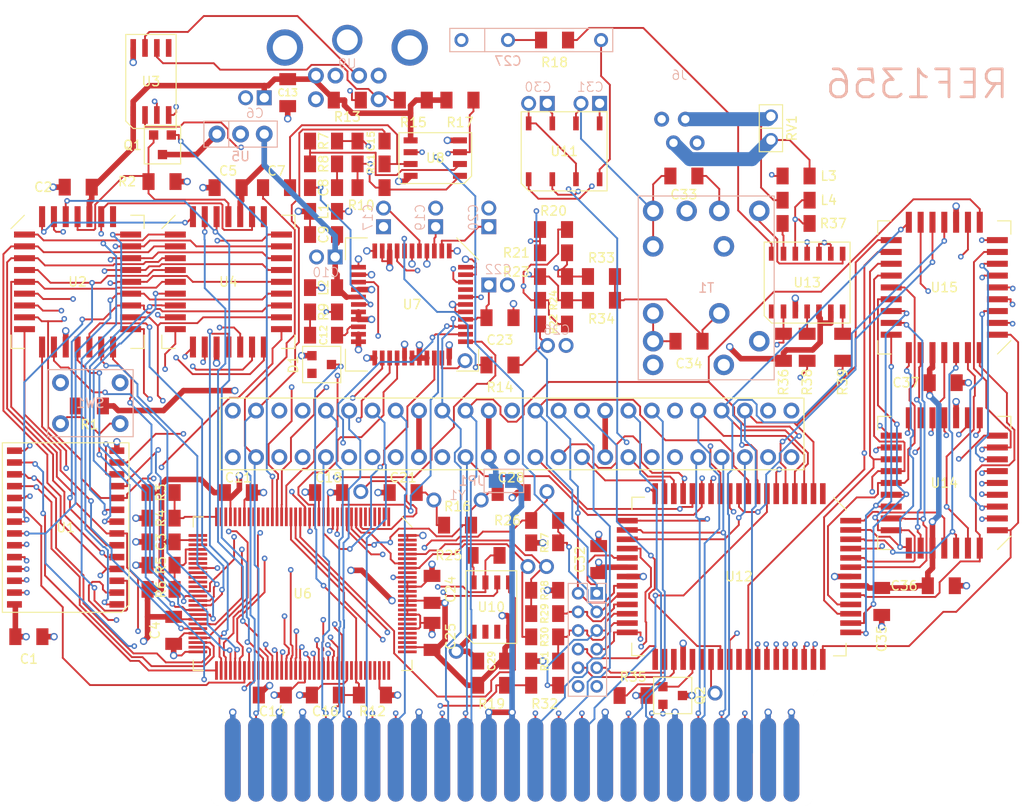
<source format=kicad_pcb>
(kicad_pcb (version 20241229) (generator "pcbnew") (generator_version "9.0")
  (layers (0 "F.Cu" signal) (4 "In1.Cu" signal) (6 "In2.Cu" signal) (2 "B.Cu" signal) (13 "F.Paste" user) (15 "B.Paste" user) (5 "F.SilkS" user "F.Silkscreen") (7 "B.SilkS" user "B.Silkscreen") (1 "F.Mask" user) (3 "B.Mask" user) (25 "Edge.Cuts" user))
  (net 0 "")
  (net 1 "/CTS.Modem")
  (net 2 "/RXD.Modem")
  (net 3 "/Bit.8")
  (net 4 "/Bit.9")
  (net 5 "GND")
  (net 6 "/GAL.P33")
  (net 7 "/RTS.Modem")
  (net 8 "/PIC.GP5")
  (net 9 "/TXD.Modem")
  (net 10 "/PIC.GP4")
  (net 11 "/PIC.GP3")
  (net 12 "/W901.2")
  (net 13 "/W901.7")
  (net 14 "/Transformer.P1")
  (net 15 "/W901.1")
  (net 16 "/Transformer.P2")
  (net 17 "/W901.5")
  (net 18 "/W901.4")
  (net 19 "/~{RESET}")
  (net 21 "/GPO7")
  (net 22 "+12V")
  (net 23 "/SST.VPP")
  (net 24 "/~{RESET}.Modem")
  (net 25 "/Modem.RTS")
  (net 26 "/CLKOUT")
  (net 27 "/Modem.RXD")
  (net 28 "/GAL.P39")
  (net 29 "/Transformer.P4")
  (net 30 "/Transformer.P3")
  (net 31 "/Modem.TXD")
  (net 32 "/2OUT")
  (net 33 "/RAUDIO")
  (net 34 "Net-(C8-Pad2)")
  (net 35 "/LDSPKR+")
  (net 36 "/LDSPKR-")
  (net 37 "Net-(C12-Pad1)")
  (net 38 "/1OUT")
  (net 39 "/LAUDIO")
  (net 40 "/Modem.CTS")
  (net 41 "/XTLI")
  (net 42 "/TX-")
  (net 43 "TX-RX-GND")
  (net 44 "/RXTX.V+")
  (net 45 "/RX-")
  (net 46 "/XTLO")
  (net 47 "/RING")
  (net 48 "/AQS.14")
  (net 49 "/OHREL")
  (net 50 "Net-(R38-Pad2)")
  (net 51 "/VOREL")
  (net 52 "Net-(R39-Pad2)")
  (net 53 "/Button")
  (net 54 "/GPI5")
  (net 55 "/GPI2")
  (net 56 "/1IN-")
  (net 57 "/1IN+")
  (net 58 "/2IN-")
  (net 59 "/KB.Data")
  (net 60 "/RX+")
  (net 61 "Net-(C26-Pad1)")
  (net 62 "/KB.Clk")
  (net 63 "Net-(C27-Pad1)")
  (net 64 "/TX+")
  (net 65 "Net-(R25-Pad1)")
  (net 66 "/NVDIO")
  (net 67 "/VREF-")
  (net 68 "/VC")
  (net 69 "/VREF+")
  (net 72 "/EBAD.5")
  (net 73 "/EBAD.16")
  (net 74 "/EBRD")
  (net 75 "/EBAD.10")
  (net 76 "/EBAD.9")
  (net 78 "/EBAD.6")
  (net 79 "/EBDA.9")
  (net 80 "/EBAD.11")
  (net 81 "/EBAD.7")
  (net 82 "/EBAD.4")
  (net 83 "/EBDA.8")
  (net 84 "/EBDA.10")
  (net 85 "/EBAD.12")
  (net 86 "/EBAD.1")
  (net 87 "/EBAD.8")
  (net 88 "/EBAD.14")
  (net 89 "/EBDA.14")
  (net 90 "/EBAD.15")
  (net 91 "/EBAD.13")
  (net 92 "/EBDA.15")
  (net 93 "/EBAD.0")
  (net 94 "/EBAD.2")
  (net 95 "/EBDA.13")
  (net 96 "/EBWR")
  (net 97 "/EBDA.11")
  (net 98 "/IRCS")
  (net 99 "/EBDA.12")
  (net 100 "/EBAD.3")
  (net 101 "/EBDA.5")
  (net 102 "/EBDA.2")
  (net 103 "/EBDA.0")
  (net 105 "/EBDA.6")
  (net 106 "/EBDA.4")
  (net 107 "/EBDA.1")
  (net 108 "/EBDA.3")
  (net 109 "/EBDA.7")
  (net 110 "/A5")
  (net 111 "/AD1")
  (net 112 "/A10")
  (net 113 "/A15")
  (net 114 "/AD6")
  (net 115 "/AD5")
  (net 116 "/A1")
  (net 117 "/~{CE}.ROM")
  (net 118 "/A8")
  (net 119 "/A13")
  (net 120 "/A16")
  (net 121 "/AD2")
  (net 122 "/AD3")
  (net 123 "/A2")
  (net 124 "/A7")
  (net 125 "/A17")
  (net 126 "/~{WRITE}")
  (net 127 "/A9")
  (net 128 "/A14")
  (net 129 "/A12")
  (net 130 "/AD4")
  (net 131 "/A6")
  (net 132 "/AD0")
  (net 133 "/A4")
  (net 134 "/A18")
  (net 135 "/AD7")
  (net 136 "/A3")
  (net 137 "/A0")
  (net 138 "/~{OE}.ROM")
  (net 139 "/A11")
  (net 140 "/AD14")
  (net 141 "/AD12")
  (net 142 "/AD10")
  (net 143 "/AD13")
  (net 144 "/AD15")
  (net 145 "/AD8")
  (net 146 "/AD9")
  (net 147 "/AD11")
  (net 151 "/TXDATA")
  (net 152 "/RXENA")
  (net 153 "/RXSTRB")
  (net 154 "/TXSTRB")
  (net 155 "/RXDATA")
  (net 157 "/AFECLK")
  (net 158 "/TXENA")
  (net 160 "/NVSK")
  (net 161 "/NVCS")
  (net 163 "/~{READ}.Sys")
  (net 167 "/ALE_H")
  (net 168 "/~{COLD.RESET}")
  (net 169 "/ALE_L")
  (net 170 "/~{READ}.Cart")
  (net 171 "/CIC.14")
  (net 172 "/CIC.15")
  (net 173 "/~{INT1}")
  (net 174 "/~{NMI}")
  (net 175 "/CIC.11")
  (net 176 "/Video.Sync")
  (net 177 "/S_DAT")
  (net 178 "/DRCS")
  (net 220 "/AQS.13")
  (net 222 "/RJ12.3-1.5mm")
  (net 223 "/RJ12.4-1.5mm")
  (net 224 "+5V-0.6mm")
  (net 225 "+3V3-0.6mm")
  (net 226 "+12V_Cart-0.6mm")
  (net 227 "/COMSEL1-DSR")
  (footprint "!REF1356:SMD" (layer "F.Cu") (at 139.52 72.06)
    (property "Reference" "C15")
    (property "Value" "1 uF")
  )
  (footprint "!REF1356:SMD" (layer "F.Cu") (at 158.17 122.81)
    (property "Reference" "R29")
    (property "Value" "1000")
  )
  (footprint "!REF1356:SMD" (layer "F.Cu") (at 152.47 127.91)
    (property "Reference" "C29")
    (property "Value" "DNP")
  )
  (footprint "!REF1356:SMD" (layer "F.Cu") (at 134.42 79.61)
    (property "Reference" "L1")
    (property "Value" "7 uH")
  )
  (footprint "!REF1356:SMD" (layer "F.Cu") (at 159.23 61.21)
    (property "Reference" "R18")
    (property "Value" "1802")
  )
  (footprint "!REF1356:SMD" (layer "F.Cu") (at 148.81 113.31)
    (property "Reference" "R16")
    (property "Value" "224")
  )
  (footprint "!REF1356:PLCC32" (layer "F.Cu") (at 201.09 87.78 180)
    (property "Reference" "U15")
    (property "Value" "SST28LF040")
  )
  (footprint "!REF1356:SMD" (layer "F.Cu") (at 136.97 67.66)
    (property "Reference" "R13")
    (property "Value" "2201")
  )
  (footprint "!REF1356:SMD" (layer "F.Cu") (at 128.92 131.56)
    (property "Reference" "C14")
    (property "Value" "100 nF")
  )
  (footprint "!REF1356:SMD" (layer "F.Cu") (at 185.17 78.41)
    (property "Reference" "L4")
    (property "Value" "7 uH")
  )
  (footprint "!REF1356:Polar Electrolytic" (layer "F.Cu") (at 153.17 87.51)
    (property "Reference" "C22")
    (property "Value" "10 uF 16V")
  )
  (footprint "!REF1356:SMD" (layer "F.Cu") (at 158.17 125.31)
    (property "Reference" "R30")
    (property "Value" "1801")
  )
  (footprint "!REF1356:SMD" (layer "F.Cu") (at 190.17 94.21 90)
    (property "Reference" "R39")
    (property "Value" "1001")
  )
  (footprint "!REF1356:PLCC32" (layer "F.Cu") (at 201.09 108.78 180)
    (property "Reference" "U14")
    (property "Value" "SST28LF040")
  )
  (footprint "!REF1356:Polar Electrolytic" (layer "F.Cu") (at 127.05 67.41 180)
    (property "Reference" "C6")
    (property "Value" "10 uF 16V")
  )
  (footprint "!REF1356:L7805CV" (layer "F.Cu") (at 125.51 71.31)
    (property "Reference" "U5")
    (property "Value" "L7805CV")
  )
  (footprint "!REF1356:SMD" (layer "F.Cu") (at 116.97 117.61)
    (property "Reference" "R5")
    (property "Value" "DNP")
  )
  (footprint "!REF1356:SMD" (layer "F.Cu") (at 144.06 67.66)
    (property "Reference" "R15")
    (property "Value" "2201")
  )
  (footprint "!REF1356:SMD" (layer "F.Cu") (at 134.97 109.81)
    (property "Reference" "C18")
    (property "Value" "100 nF")
  )
  (footprint "!REF1356:SMD" (layer "F.Cu") (at 158.17 130.51)
    (property "Reference" "R32")
    (property "Value" "1000")
  )
  (footprint "!REF1356:SMD" (layer "F.Cu") (at 116.97 112.56)
    (property "Reference" "R4")
    (property "Value" "DNP")
  )
  (footprint "!REF1356:SMD" (layer "F.Cu") (at 151.87 116.56)
    (property "Reference" "R25")
    (property "Value" "DNP")
  )
  (footprint "!REF1356:SMD" (layer "F.Cu") (at 186.36 94.21 90)
    (property "Reference" "R38")
    (property "Value" "1001")
  )
  (footprint "!REF1356:SMD" (layer "F.Cu") (at 153.37 96.11)
    (property "Reference" "R14")
    (property "Value" "1102")
  )
  (footprint "!REF1356:SMD" (layer "F.Cu") (at 134.42 87.8)
    (property "Reference" "L2")
    (property "Value" "7 uH")
  )
  (footprint "!REF1356:SMD" (layer "F.Cu") (at 200.77 119.82)
    (property "Reference" "C36")
    (property "Value" "100 nF")
  )
  (footprint "!REF1356:SMD" (layer "F.Cu") (at 125.27 109.81)
    (property "Reference" "C11")
    (property "Value" "100 nF")
  )
  (footprint "!REF1356:Varistor" (layer "F.Cu") (at 182.47 70.68 90)
    (property "Reference" "RV1")
    (property "Value" "JVR 7N241K")
  )
  (footprint "!REF1356:SMD" (layer "F.Cu") (at 158.17 120.31)
    (property "Reference" "R28")
    (property "Value" "2201")
  )
  (footprint "!REF1356:SMD" (layer "F.Cu") (at 102.77 125.29)
    (property "Reference" "C1")
    (property "Value" "100 nF")
  )
  (footprint "!REF1356:SMD" (layer "F.Cu") (at 167.67 131.61)
    (property "Reference" "R35")
    (property "Value" "103")
  )
  (footprint "!REF1356:Polar Electrolytic" (layer "F.Cu") (at 157.45 68.01 180)
    (property "Reference" "C30")
    (property "Value" "10 uF 40V")
  )
  (footprint "!REF1356:Polar Electrolytic" (layer "F.Cu") (at 152.17 80.26 90)
    (property "Reference" "C20")
    (property "Value" "10 uF 16V")
  )
  (footprint "!REF1356:MD1724-11VC-D" (layer "F.Cu") (at 143.92 89.61 -90)
    (property "Reference" "U7")
    (property "Value" "~")
  )
  (footprint "!REF1356:SMD" (layer "F.Cu") (at 159.12 91.71)
    (property "Reference" "R22")
    (property "Value" "1500")
  )
  (footprint "!REF1356:SMD" (layer "F.Cu") (at 130.57 66.86 90)
    (property "Reference" "C13")
    (property "Value" "100 nF")
  )
  (footprint "!REF1356:SMD" (layer "F.Cu") (at 173.12 75.81)
    (property "Reference" "C33")
    (property "Value" "33 nF")
  )
  (footprint "!REF1356:SMD" (layer "F.Cu") (at 164.27 86.61)
    (property "Reference" "R33")
    (property "Value" "1500")
  )
  (footprint "!REF1356:SMD" (layer "F.Cu") (at 139.67 131.56)
    (property "Reference" "R12")
    (property "Value" "103")
  )
  (footprint "!REF1356:Test Point" (layer "F.Cu") (at 176.47 131.35)
    (property "Reference" "J7" (hide yes))
    (property "Value" "TP?")
  )
  (footprint "!REF1356:AQS901S" (layer "F.Cu") (at 186.36 87.26)
    (property "Reference" "U13")
    (property "Value" "~")
  )
  (footprint "!REF1356:SMD" (layer "F.Cu") (at 183.82 94.21 90)
    (property "Reference" "R36")
    (property "Value" "472")
  )
  (footprint "!REF1356:CL-MD4214-22SC-A" (layer "F.Cu") (at 132.17 120.67 180)
    (property "Reference" "U6")
    (property "Value" "~")
  )
  (footprint "!REF1356:SMD" (layer "F.Cu") (at 185.17 75.81)
    (property "Reference" "L3")
    (property "Value" "7 uH")
  )
  (footprint "!REF1356:SMD" (layer "F.Cu") (at 142.97 109.81)
    (property "Reference" "C21")
    (property "Value" "25 pF")
  )
  (footprint "!REF1356:Polar Electrolytic" (layer "F.Cu") (at 163.07 68.01 180)
    (property "Reference" "C31")
    (property "Value" "10 uF 40V")
  )
  (footprint "!REF1356:SMD" (layer "F.Cu") (at 129.37 77.06)
    (property "Reference" "C7")
    (property "Value" "1 uF")
  )
  (footprint "!REF1356:PS_2 Keyboard Port" (layer "F.Cu") (at 136.97 65.03)
    (property "Reference" "U9")
    (property "Value" "~")
  )
  (footprint "!REF1356:Polar Electrolytic" (layer "F.Cu") (at 140.86 80.26 90)
    (property "Reference" "C17")
    (property "Value" "10 uF 16V")
  )
  (footprint "!REF1356:SMD" (layer "F.Cu") (at 134.42 82.1)
    (property "Reference" "C9")
    (property "Value" "100 nF")
  )
  (footprint "!REF1356:MC1458" (layer "F.Cu") (at 152.44 122.11)
    (property "Reference" "U10")
    (property "Value" "~")
  )
  (footprint "!REF1356:SMD" (layer "F.Cu") (at 185.17 80.91)
    (property "Reference" "R37")
    (property "Value" "2201")
  )
  (footprint "!REF1356:SMD" (layer "F.Cu") (at 116.97 120.21)
    (property "Reference" "R6")
    (property "Value" "DNP")
  )
  (footprint "!REF1356:SMD" (layer "F.Cu") (at 139.52 74.51)
    (property "Reference" "R11")
    (property "Value" "103")
  )
  (footprint "!REF1356:SMD" (layer "F.Cu") (at 149.07 67.66)
    (property "Reference" "R17")
    (property "Value" "103")
  )
  (footprint "!REF1356:SMD" (layer "F.Cu") (at 117.07 76.41)
    (property "Reference" "R2")
    (property "Value" "332")
  )
  (footprint "!REF1356:Test Point" (layer "F.Cu") (at 138.42 109.71)
    (property "Reference" "J1" (hide yes))
    (property "Value" "TP?")
  )
  (footprint "!REF1356:Edge Connector" (layer "F.Cu") (at 154.67 138.51)
    (property "Reference" "J9" (hide yes))
    (property "Value" "Edge_Connector")
  )
  (footprint "!REF1356:SMD" (layer "F.Cu") (at 134.42 77.06)
    (property "Reference" "C8")
    (property "Value" "100 nF")
  )
  (footprint "!REF1356:Transistor" (layer "F.Cu") (at 117.12 71.41 180)
    (property "Reference" "Q1")
    (property "Value" "BSS138")
  )
  (footprint "!REF1356:SMD" (layer "F.Cu") (at 134.42 92.91)
    (property "Reference" "C12")
    (property "Value" "100 nF")
  )
  (footprint "!REF1356:Polar Electrolytic" (layer "F.Cu") (at 146.46 80.26 90)
    (property "Reference" "C19")
    (property "Value" "10 uF 16V")
  )
  (footprint "!REF1356:Layer Cake Film Cap" (layer "F.Cu") (at 154.23 61.21)
    (property "Reference" "C27")
    (property "Value" "B32560J3104M 100nF 250V Layer Cake Film Capacitor")
  )
  (footprint "!REF1356:SMD" (layer "F.Cu") (at 194.37 121.51 90)
    (property "Reference" "C35")
    (property "Value" "100 nF")
  )
  (footprint "!REF1356:SMD" (layer "F.Cu") (at 159.12 84.06)
    (property "Reference" "R21")
    (property "Value" "153")
  )
  (footprint "!REF1356:SMD" (layer "F.Cu") (at 158.17 112.81)
    (property "Reference" "R26")
    (property "Value" "1801")
  )
  (footprint "!REF1356:SMD" (layer "F.Cu") (at 164.27 89.16)
    (property "Reference" "R34")
    (property "Value" "1102")
  )
  (footprint "!REF1356:SMD" (layer "F.Cu") (at 139.52 77.06)
    (property "Reference" "R10")
    (property "Value" "103")
  )
  (footprint "!REF1356:SMD" (layer "F.Cu") (at 159.12 86.61)
    (property "Reference" "R23")
    (property "Value" "DNP")
  )
  (footprint "!REF1356:Transistor" (layer "F.Cu") (at 133.17 96.06 -90)
    (property "Reference" "D1")
    (property "Value" "BAS16W")
  )
  (footprint "!REF1356:SMD" (layer "F.Cu") (at 134.62 131.56)
    (property "Reference" "C16")
    (property "Value" "100 nF")
  )
  (footprint "!REF1356:CY62256-70SNC" (layer "F.Cu") (at 106.72 113.57 90)
    (property "Reference" "U1")
    (property "Value" "~")
  )
  (footprint "!REF1356:Polar Electrolytic" (layer "F.Cu") (at 134.67 84.51 180)
    (property "Reference" "C10")
    (property "Value" "10 uF 16V")
  )
  (footprint "!REF1356:Modem Jack" (layer "F.Cu") (at 172.64 70.98)
    (property "Reference" "J6")
    (property "Value" "RJ12")
    (fp_circle (center -5.08 -7.67) (end -3.43 -7.67) (stroke (width 0.002)) (fill no) (layer "Edge.Cuts"))
    (fp_circle (center 5.08 -7.67) (end 6.73 -7.67) (stroke (width 0.002)) (fill no) (layer "Edge.Cuts"))
  )
  (footprint "!REF1356:SMD" (layer "F.Cu") (at 116.97 115.11)
    (property "Reference" "C3")
    (property "Value" "100 nF")
  )
  (footprint "!REF1356:Crystal" (layer "F.Cu") (at 148.81 110.61)
    (property "Reference" "Y1")
    (property "Value" "22.1091 MHz")
  )
  (footprint "!REF1356:PIC 12C508A" (layer "F.Cu") (at 115.88 65.66)
    (property "Reference" "U3")
    (property "Value" "PIC12C508A-xSM")
  )
  (footprint "!REF1356:PLCC32" (layer "F.Cu") (at 124.2 87.18)
    (property "Reference" "U4")
    (property "Value" "SST27SF010")
  )
  (footprint "!REF1356:Nonpolar Cap" (layer "F.Cu") (at 159.47 94.01)
    (property "Reference" "C26")
    (property "Value" "Nitai 10 uF 6.3V NonPolar")
  )
  (footprint "!REF1356:SMD" (layer "F.Cu") (at 108.07 77.01)
    (property "Reference" "C2")
    (property "Value" "100 nF")
  )
  (footprint "!REF1356:LZ9FC17" (layer "F.Cu") (at 179.04 118.83 180)
    (property "Reference" "U12")
    (property "Value" "LZ9FC17")
  )
  (footprint "!REF1356:SMD" (layer "F.Cu") (at 134.42 74.51)
    (property "Reference" "R8")
    (property "Value" "103")
  )
  (footprint "!REF1356:SMD" (layer "F.Cu") (at 116.97 109.81)
    (property "Reference" "R3")
    (property "Value" "DNP")
  )
  (footprint "!REF1356:SMD" (layer "F.Cu") (at 200.97 98.01)
    (property "Reference" "C37")
    (property "Value" "100 nF")
  )
  (footprint "!REF1356:SMD" (layer "F.Cu") (at 146.07 120.21 90)
    (property "Reference" "C24")
    (property "Value" "100 nF")
  )
  (footprint "!REF1356:SMD" (layer "F.Cu") (at 118.32 124.61 90)
    (property "Reference" "C4")
    (property "Value" "100 nF")
  )
  (footprint "!REF1356:Test Point" (layer "F.Cu") (at 148.67 126.86)
    (property "Reference" "J3" (hide yes))
    (property "Value" "TP?")
  )
  (footprint "!REF1356:SMD" (layer "F.Cu") (at 134.42 90.41)
    (property "Reference" "R9")
    (property "Value" "103")
  )
  (footprint "!REF1356:W901SB1" (layer "F.Cu") (at 160.26 73.16)
    (property "Reference" "U11")
    (property "Value" "~")
  )
  (footprint "!REF1356:Cartridge Slot" (layer "F.Cu") (at 154.67 103.51)
    (property "Reference" "J8" (hide yes))
    (property "Value" "N64 Cartridge Slot")
  )
  (footprint "!REF1356:SMD" (layer "F.Cu") (at 158.17 127.91)
    (property "Reference" "R31")
    (property "Value" "332")
  )
  (footprint "!REF1356:SMD" (layer "F.Cu") (at 152.47 130.51)
    (property "Reference" "R19")
    (property "Value" "2201")
  )
  (footprint "!REF1356:SMD" (layer "F.Cu") (at 159.12 81.56)
    (property "Reference" "R20")
    (property "Value" "DNP")
  )
  (footprint "!REF1356:SMD" (layer "F.Cu") (at 158.17 115.21)
    (property "Reference" "R27")
    (property "Value" "332")
  )
  (footprint "!REF1356:Nonpolar Cap" (layer "F.Cu") (at 157.37 117.76)
    (property "Reference" "J10" (hide yes))
    (property "Value" "Conn_01x02")
  )
  (footprint "!REF1356:Transistor" (layer "F.Cu") (at 170.87 131.61 -90)
    (property "Reference" "Q2")
    (property "Value" "BSS138")
  )
  (footprint "!REF1356:SMD" (layer "F.Cu") (at 109.27 100.51)
    (property "Reference" "R1")
    (property "Value" "103")
  )
  (footprint "!REF1356:Test Point" (layer "F.Cu") (at 158.41 109.71)
    (property "Reference" "J4" (hide yes))
    (property "Value" "TP?")
  )
  (footprint "!REF1356:SMD" (layer "F.Cu") (at 163.97 117.01 90)
    (property "Reference" "C32")
    (property "Value" "100 nF")
  )
  (footprint "!REF1356:Test Point" (layer "F.Cu") (at 149.62 95.65)
    (property "Reference" "J2" (hide yes))
    (property "Value" "TP?")
  )
  (footprint "!REF1356:SMD" (layer "F.Cu") (at 154.57 109.81)
    (property "Reference" "C28")
    (property "Value" "25 pF")
  )
  (footprint "!REF1356:PLCC32" (layer "F.Cu") (at 108 87.18)
    (property "Reference" "U2")
    (property "Value" "SST27SF010")
  )
  (footprint "!REF1356:SMD" (layer "F.Cu") (at 134.42 72.06)
    (property "Reference" "R7")
    (property "Value" "103")
  )
  (footprint "!REF1356:SPEC LIN 613219" (layer "F.Cu") (at 175.52 87.83)
    (property "Reference" "T1")
    (property "Value" "SPEC LIN 613219")
  )
  (footprint "!REF1356:SMD" (layer "F.Cu") (at 159.12 89.16)
    (property "Reference" "R24")
    (property "Value" "153")
  )
  (footprint "!REF1356:SMD" (layer "F.Cu") (at 124.17 77.06)
    (property "Reference" "C5")
    (property "Value" "100 nF")
  )
  (footprint "!REF1356:SMD" (layer "F.Cu") (at 173.67 93.56)
    (property "Reference" "C34")
    (property "Value" "10 nF")
  )
  (footprint "!REF1356:SMD" (layer "F.Cu") (at 153.37 91.03)
    (property "Reference" "C23")
    (property "Value" "100 nF")
  )
  (footprint "!REF1356:SMD" (layer "F.Cu") (at 146.07 125.26 90)
    (property "Reference" "C25")
    (property "Value" "100 nF")
  )
  (footprint "!REF1356:MC1458" (layer "F.Cu") (at 146.42 73.89 90)
    (property "Reference" "U8")
    (property "Value" "~")
  )
  (footprint "!REF1356:12V Jumper" (layer "B.Cu") (at 153.79 108.56)
    (property "Reference" "JP1")
    (property "Value" "Jumper_2_Open")
  )
  (footprint "Connector_PinHeader_2.00mm:PinHeader_2x06_P2.00mm_Vertical" (layer "B.Cu") (at 163.76 120.63 180)
    (property "Reference" "J5" (hide yes))
    (property "Value" "Conn_02x06_Odd_Even")
  )
  (footprint "!REF1356:Button" (layer "B.Cu") (at 109.37 100.21 180)
    (property "Reference" "SW1")
    (property "Value" "SW_Push")
  )
  (gr_arc (start 186.97 142.51) (mid 186.677107 143.217107) (end 185.97 143.51) (stroke (width 0.002)) (layer "Edge.Cuts"))
  (gr_arc (start 123.37 143.51) (mid 122.662893 143.217107) (end 122.37 142.51) (stroke (width 0.002)) (layer "Edge.Cuts"))
  (gr_circle (center 186.78 60.96) (end 188.53 60.96) (stroke (width 0.002)) (fill no) (layer "Edge.Cuts"))
  (gr_line (start 99.67 63.01) (end 122.17 56.91) (stroke (width 0.002)) (layer "Edge.Cuts"))
  (gr_line (start 99.67 130.91) (end 121.37 130.91) (stroke (width 0.002)) (layer "Edge.Cuts"))
  (gr_line (start 187.17 56.91) (end 209.67 63.01) (stroke (width 0.002)) (layer "Edge.Cuts"))
  (gr_arc (start 121.37 130.91) (mid 122.077107 131.202893) (end 122.37 131.91) (stroke (width 0.002)) (layer "Edge.Cuts"))
  (gr_circle (center 109.82 127.26) (end 111.57 127.26) (stroke (width 0.002)) (fill no) (layer "Edge.Cuts"))
  (gr_circle (center 199.74 127.26) (end 201.49 127.26) (stroke (width 0.002)) (fill no) (layer "Edge.Cuts"))
  (gr_arc (start 186.97 131.91) (mid 187.262893 131.202893) (end 187.97 130.91) (stroke (width 0.002)) (layer "Edge.Cuts"))
  (gr_line (start 122.17 56.91) (end 187.17 56.91) (stroke (width 0.002)) (layer "Edge.Cuts"))
  (gr_line (start 186.97 142.51) (end 186.97 131.91) (stroke (width 0.002)) (layer "Edge.Cuts"))
  (gr_line (start 122.37 142.51) (end 122.37 131.91) (stroke (width 0.002)) (layer "Edge.Cuts"))
  (gr_line (start 209.67 130.91) (end 209.67 63.01) (stroke (width 0.002)) (layer "Edge.Cuts"))
  (gr_circle (center 122.78 60.96) (end 124.53 60.96) (stroke (width 0.002)) (fill no) (layer "Edge.Cuts"))
  (gr_circle (center 199.74 72.06) (end 201.49 72.06) (stroke (width 0.002)) (fill no) (layer "Edge.Cuts"))
  (gr_line (start 185.97 143.51) (end 123.37 143.51) (stroke (width 0.002)) (layer "Edge.Cuts"))
  (gr_line (start 187.97 130.91) (end 209.67 130.91) (stroke (width 0.002)) (layer "Edge.Cuts"))
  (gr_circle (center 109.82 72.06) (end 111.57 72.06) (stroke (width 0.002)) (fill no) (layer "Edge.Cuts"))
  (gr_line (start 99.67 130.91) (end 99.67 63.01) (stroke (width 0.002)) (layer "Edge.Cuts"))
  (gr_text "REF1356" (at 208.22 67.69 0) (layer "B.SilkS") (effects (font (size 3 3) (thickness 0.3)) (justify left bottom mirror)))
  (segment (start 160.7833 125.0984) (end 160.5717 125.31) (width 0.2) (layer "F.Cu") (net 1))
  (segment (start 161.76 124.63) (end 160.7833 124.63) (width 0.2) (layer "F.Cu") (net 1))
  (segment (start 160.7833 124.63) (end 160.7833 125.0984) (width 0.2) (layer "F.Cu") (net 1))
  (segment (start 162.7367 125.0348) (end 162.7367 124.63) (width 0.2) (layer "F.Cu") (net 1))
  (segment (start 165.6133 123.83) (end 165.2116 124.2317) (width 0.2) (layer "F.Cu") (net 1))
  (segment (start 161.76 124.63) (end 162.7367 124.63) (width 0.2) (layer "F.Cu") (net 1))
  (segment (start 165.2116 124.7496) (end 164.3312 125.63) (width 0.2) (layer "F.Cu") (net 1))
  (segment (start 163.3319 125.63) (end 162.7367 125.0348) (width 0.2) (layer "F.Cu") (net 1))
  (segment (start 167.04 123.83) (end 165.6133 123.83) (width 0.2) (layer "F.Cu") (net 1))
  (segment (start 165.2116 124.2317) (end 165.2116 124.7496) (width 0.2) (layer "F.Cu") (net 1))
  (segment (start 159.62 127.91) (end 159.62 125.31) (width 0.2) (layer "F.Cu") (net 1))
  (segment (start 159.62 125.31) (end 160.5717 125.31) (width 0.2) (layer "F.Cu") (net 1))
  (segment (start 164.3312 125.63) (end 163.3319 125.63) (width 0.2) (layer "F.Cu") (net 1))
  (segment (start 160.5717 115.4337) (end 160.7892 115.6512) (width 0.2) (layer "F.Cu") (net 2))
  (segment (start 160.0959 115.21) (end 160.0959 114.4876) (width 0.2) (layer "F.Cu") (net 2))
  (segment (start 160.5717 115.21) (end 160.5717 115.4337) (width 0.2) (layer "F.Cu") (net 2))
  (segment (start 166.0096 120.83) (end 167.04 120.83) (width 0.2) (layer "F.Cu") (net 2))
  (segment (start 164.2096 122.63) (end 166.0096 120.83) (width 0.2) (layer "F.Cu") (net 2))
  (segment (start 160.0959 115.21) (end 160.5717 115.21) (width 0.2) (layer "F.Cu") (net 2))
  (segment (start 163.76 122.63) (end 164.2096 122.63) (width 0.2) (layer "F.Cu") (net 2))
  (segment (start 160.0959 114.4876) (end 159.62 114.0117) (width 0.2) (layer "F.Cu") (net 2))
  (segment (start 159.62 115.21) (end 160.0959 115.21) (width 0.2) (layer "F.Cu") (net 2))
  (segment (start 159.62 112.81) (end 159.62 114.0117) (width 0.2) (layer "F.Cu") (net 2))
  (via (at 160.7892 115.6512) (size 0.6) (drill 0.3) (layers "F.Cu" "B.Cu") (net 2))
  (segment (start 160.7892 118.2779) (end 160.7892 115.6512) (width 0.2) (layer "B.Cu") (net 2))
  (segment (start 162.7833 121.5312) (end 162.7833 120.272) (width 0.2) (layer "B.Cu") (net 2))
  (segment (start 162.7833 120.272) (end 160.7892 118.2779) (width 0.2) (layer "B.Cu") (net 2))
  (segment (start 163.76 122.63) (end 163.76 122.5079) (width 0.2) (layer "B.Cu") (net 2))
  (segment (start 163.76 122.5079) (end 162.7833 121.5312) (width 0.2) (layer "B.Cu") (net 2))
  (segment (start 165.2634 129.1567) (end 171.04 129.1567) (width 0.2) (layer "F.Cu") (net 3))
  (segment (start 171.04 127.73) (end 171.04 129.1567) (width 0.2) (layer "F.Cu") (net 3))
  (segment (start 164.7367 128.63) (end 165.2634 129.1567) (width 0.2) (layer "F.Cu") (net 3))
  (segment (start 163.76 128.63) (end 164.7367 128.63) (width 0.2) (layer "F.Cu") (net 3))
  (segment (start 172.04 127.73) (end 172.04 129.1567) (width 0.2) (layer "F.Cu") (net 4))
  (segment (start 171.5667 129.63) (end 163.3704 129.63) (width 0.2) (layer "F.Cu") (net 4))
  (segment (start 172.04 129.1567) (end 171.5667 129.63) (width 0.2) (layer "F.Cu") (net 4))
  (segment (start 163.3704 129.63) (end 162.7367 128.9963) (width 0.2) (layer "F.Cu") (net 4))
  (segment (start 161.76 128.63) (end 162.7367 128.63) (width 0.2) (layer "F.Cu") (net 4))
  (segment (start 162.7367 128.9963) (end 162.7367 128.63) (width 0.2) (layer "F.Cu") (net 4))
  (segment (start 157.97 127.91) (end 156.72 127.91) (width 0.6) (layer "F.Cu") (net 5))
  (segment (start 118.52 76.41) (end 119.77 76.41) (width 0.6) (layer "F.Cu") (net 5))
  (segment (start 146.07 123.81) (end 146.07 125.06) (width 0.6) (layer "F.Cu") (net 5))
  (segment (start 114.27 115.11) (end 115.52 115.11) (width 0.6) (layer "F.Cu") (net 5))
  (segment (start 144.72 95.36) (end 145.52 95.36) (width 0.6) (layer "F.Cu") (net 5))
  (segment (start 147.92 95.36) (end 147.92 93.96) (width 0.6) (layer "F.Cu") (net 5))
  (segment (start 189.31 118.83) (end 191.04 118.83) (width 0.6) (layer "F.Cu") (net 5))
  (segment (start 155.24 109.81) (end 156.02 109.81) (width 0.6) (layer "F.Cu") (net 5))
  (segment (start 150.535 124.76) (end 150.535 124.995) (width 0.6) (layer "F.Cu") (net 5))
  (segment (start 122.72 77.06) (end 121.47 77.06) (width 0.6) (layer "F.Cu") (net 5))
  (segment (start 144.64 124.42) (end 144.8 124.26) (width 0.2) (layer "F.Cu") (net 5))
  (segment (start 202.36 100.05) (end 202.36 101.78) (width 0.6) (layer "F.Cu") (net 5))
  (segment (start 120.92 126.92) (end 119.56 126.92) (width 0.2) (layer "F.Cu") (net 5))
  (segment (start 138.17 91.21) (end 139.57 91.21) (width 0.6) (layer "F.Cu") (net 5))
  (segment (start 119.17 127.31) (end 118.32 127.31) (width 0.2) (layer "F.Cu") (net 5))
  (segment (start 157.97 115.21) (end 156.72 115.21) (width 0.6) (layer "F.Cu") (net 5))
  (segment (start 142.37 131.56) (end 141.12 131.56) (width 0.6) (layer "F.Cu") (net 5))
  (segment (start 147.72 71.985) (end 149.07 71.985) (width 0.6) (layer "F.Cu") (net 5))
  (segment (start 150.535 124.995) (end 148.67 126.86) (width 0.6) (layer "F.Cu") (net 5))
  (segment (start 125.92 112.42) (end 125.92 110.61) (width 0.2) (layer "F.Cu") (net 5))
  (segment (start 134.92 110.06) (end 135.17 109.81) (width 0.2) (layer "F.Cu") (net 5))
  (segment (start 194.37 124.21) (end 194.37 122.96) (width 0.6) (layer "F.Cu") (net 5))
  (segment (start 173.04 126) (end 173.04 127.73) (width 0.6) (layer "F.Cu") (net 5))
  (segment (start 140.72 83.86) (end 140.72 84.9617) (width 0.2) (layer "F.Cu") (net 5))
  (segment (start 144.8 123.06) (end 144.66 122.92) (width 0.2) (layer "F.Cu") (net 5))
  (segment (start 140.42 130.86) (end 141.12 131.56) (width 0.2) (layer "F.Cu") (net 5))
  (segment (start 131.709 130.221) (end 130.37 131.56) (width 0.2) (layer "F.Cu") (net 5))
  (segment (start 129.12 131.56) (end 130.37 131.56) (width 0.6) (layer "F.Cu") (net 5))
  (segment (start 132.42 128.92) (end 132.42 130.172) (width 0.2) (layer "F.Cu") (net 5))
  (segment (start 119.46 124.92) (end 118.32 126.06) (width 0.2) (layer "F.Cu") (net 5))
  (segment (start 182.17 133.41) (end 182.17 138.51) (width 0.6) (layer "F.Cu") (net 5))
  (segment (start 120.92 117.92) (end 123.02 117.92) (width 0.2) (layer "F.Cu") (net 5))
  (segment (start 114.27 112.56) (end 115.52 112.56) (width 0.6) (layer "F.Cu") (net 5))
  (segment (start 172.17 133.41) (end 172.17 138.51) (width 0.6) (layer "F.Cu") (net 5))
  (segment (start 131.72 79.61) (end 132.4693 79.61) (width 0.6) (layer "F.Cu") (net 5))
  (segment (start 144.72 95.36) (end 144.72 93.96) (width 0.6) (layer "F.Cu") (net 5))
  (segment (start 130.57 69.66) (end 130.57 68.31) (width 0.6) (layer "F.Cu") (net 5))
  (segment (start 143.92 95.36) (end 144.72 95.36) (width 0.6) (layer "F.Cu") (net 5))
  (segment (start 203.47 119.82) (end 202.22 119.82) (width 0.6) (layer "F.Cu") (net 5))
  (segment (start 138.17 88.01) (end 139.57 88.01) (width 0.6) (layer "F.Cu") (net 5))
  (segment (start 132.4693 79.61) (end 132.97 79.61) (width 0.6) (layer "F.Cu") (net 5))
  (segment (start 132.4693 79.61) (end 132.97 80.1107) (width 0.2) (layer "F.Cu") (net 5))
  (segment (start 144.66 122.92) (end 143.42 122.92) (width 0.2) (layer "F.Cu") (net 5))
  (segment (start 132.42 130.172) (end 132.371 130.221) (width 0.2) (layer "F.Cu") (net 5))
  (segment (start 141.52 84.76) (end 141.3183 84.9617) (width 0.2) (layer "F.Cu") (net 5))
  (segment (start 132.97 80.1107) (end 132.97 82.1) (width 0.2) (layer "F.Cu") (net 5))
  (segment (start 105.47 125.29) (end 104.22 125.29) (width 0.6) (layer "F.Cu") (net 5))
  (segment (start 163.97 114.31) (end 163.97 115.56) (width 0.6) (layer "F.Cu") (net 5))
  (segment (start 143.42 124.42) (end 144.64 124.42) (width 0.2) (layer "F.Cu") (net 5))
  (segment (start 138.17 92.81) (end 138.17 93.61) (width 0.6) (layer "F.Cu") (net 5))
  (segment (start 113.975 62.06) (end 113.975 63.61) (width 0.6) (layer "F.Cu") (net 5))
  (segment (start 126.72 109.81) (end 127.97 109.81) (width 0.6) (layer "F.Cu") (net 5))
  (segment (start 185.09 88.94) (end 185.09 90.36) (width 0.6) (layer "F.Cu") (net 5))
  (segment (start 144.8 123.81) (end 146.07 123.81) (width 0.2) (layer "F.Cu") (net 5))
  (segment (start 140.27 109.81) (end 141.52 109.81) (width 0.6) (layer "F.Cu") (net 5))
  (segment (start 124.67 133.41) (end 124.67 138.51) (width 0.6) (layer "F.Cu") (net 5))
  (segment (start 143.42 119.92) (end 143.42 119.42) (width 0.2) (layer "F.Cu") (net 5))
  (segment (start 114.27 117.61) (end 115.52 117.61) (width 0.6) (layer "F.Cu") (net 5))
  (segment (start 132.371 130.221) (end 131.709 130.221) (width 0.2) (layer "F.Cu") (net 5))
  (segment (start 138.17 93.61) (end 138.17 94.46) (width 0.6) (layer "F.Cu") (net 5))
  (segment (start 106.62 77.01) (end 105.37 77.01) (width 0.6) (layer "F.Cu") (net 5))
  (segment (start 168.76 118.83) (end 167.04 118.83) (width 0.6) (layer "F.Cu") (net 5))
  (segment (start 143.42 122.42) (end 143.42 122.92) (width 0.2) (layer "F.Cu") (net 5))
  (segment (start 154.69 110.36) (end 155.24 109.81) (width 0.6) (layer "F.Cu") (net 5))
  (segment (start 118.32 127.31) (end 118.32 126.06) (width 0.6) (layer "F.Cu") (net 5))
  (segment (start 132.07 95.11) (end 133.17 95.11) (width 0.6) (layer "F.Cu") (net 5))
  (segment (start 138.17 90.41) (end 138.17 91.21) (width 0.6) (layer "F.Cu") (net 5))
  (segment (start 143.42 114.42) (end 145.09 114.42) (width 0.2) (layer "F.Cu") (net 5))
  (segment (start 106.73 94.18) (end 106.73 92.45) (width 0.6) (layer "F.Cu") (net 5))
  (segment (start 125.92 110.61) (end 126.72 109.81) (width 0.2) (layer "F.Cu") (net 5))
  (segment (start 184.67 133.41) (end 184.67 138.51) (width 0.6) (layer "F.Cu") (net 5))
  (segment (start 141.52 83.86) (end 141.52 84.76) (width 0.6) (layer "F.Cu") (net 5))
  (segment (start 146.07 118.76) (end 146.07 117.51) (width 0.6) (layer "F.Cu") (net 5))
  (segment (start 139.92 95.36) (end 139.07 95.36) (width 0.6) (layer "F.Cu") (net 5))
  (segment (start 122.93 94.18) (end 122.93 95.91) (width 0.6) (layer "F.Cu") (net 5))
  (segment (start 144.8 124.26) (end 144.8 123.06) (width 0.2) (layer "F.Cu") (net 5))
  (segment (start 134.92 112.42) (end 134.92 110.06) (width 0.2) (layer "F.Cu") (net 5))
  (segment (start 149.97 126.86) (end 151.02 127.91) (width 0.6) (layer "F.Cu") (net 5))
  (segment (start 148.67 126.86) (end 149.97 126.86) (width 0.6) (layer "F.Cu") (net 5))
  (segment (start 140.42 128.92) (end 140.42 130.86) (width 0.2) (layer "F.Cu") (net 5))
  (segment (start 141.52 84.76) (end 141.52 85.66) (width 0.6) (layer "F.Cu") (net 5))
  (segment (start 141.3183 84.9617) (end 140.72 84.9617) (width 0.2) (layer "F.Cu") (net 5))
  (segment (start 203.67 98.01) (end 202.42 98.01) (width 0.6) (layer "F.Cu") (net 5))
  (segment (start 143.42 119.92) (end 144.91 119.92) (width 0.2) (layer "F.Cu") (net 5))
  (segment (start 119.56 126.92) (end 119.17 127.31) (width 0.2) (layer "F.Cu") (net 5))
  (segment (start 202.36 79.05) (end 202.36 80.78) (width 0.6) (layer "F.Cu") (net 5))
  (segment (start 135.17 109.81) (end 136.42 109.81) (width 0.6) (layer "F.Cu") (net 5))
  (segment (start 143.42 114.42) (end 143.42 114.92) (width 0.2) (layer "F.Cu") (net 5))
  (segment (start 143.42 120.42) (end 143.42 119.92) (width 0.2) (layer "F.Cu") (net 5))
  (segment (start 129.67 133.41) (end 129.67 138.51) (width 0.6) (layer "F.Cu") (net 5))
  (segment (start 112.22 105.315) (end 112.22 104.36) (width 0.6) (layer "F.Cu") (net 5))
  (segment (start 144.91 119.92) (end 146.07 118.76) (width 0.2) (layer "F.Cu") (net 5))
  (segment (start 132.17 133.41) (end 132.17 138.51) (width 0.6) (layer "F.Cu") (net 5))
  (segment (start 120.92 124.92) (end 119.46 124.92) (width 0.2) (layer "F.Cu") (net 5))
  (via (at 131.72 79.61) (size 0.8) (drill 0.5) (layers "F.Cu" "B.Cu") (net 5))
  (via (at 122.93 95.91) (size 0.8) (drill 0.5) (layers "F.Cu" "B.Cu") (net 5))
  (via (at 163.97 114.31) (size 0.8) (drill 0.5) (layers "F.Cu" "B.Cu") (net 5))
  (via (at 203.47 119.82) (size 0.8) (drill 0.5) (layers "F.Cu" "B.Cu") (net 5))
  (via (at 114.27 115.11) (size 0.8) (drill 0.5) (layers "F.Cu" "B.Cu") (net 5))
  (via (at 185.09 88.94) (size 0.8) (drill 0.5) (layers "F.Cu" "B.Cu") (net 5))
  (via (at 157.97 127.91) (size 0.8) (drill 0.5) (layers "F.Cu" "B.Cu") (net 5))
  (via (at 132.07 95.11) (size 0.8) (drill 0.5) (layers "F.Cu" "B.Cu") (net 5))
  (via (at 105.37 77.01) (size 0.8) (drill 0.5) (layers "F.Cu" "B.Cu") (net 5))
  (via (at 157.97 115.21) (size 0.8) (drill 0.5) (layers "F.Cu" "B.Cu") (net 5))
  (via (at 135.17 109.81) (size 0.8) (drill 0.5) (layers "F.Cu" "B.Cu") (net 5))
  (via (at 123.02 117.92) (size 0.6) (drill 0.3) (layers "F.Cu" "B.Cu") (net 5))
  (via (at 144.72 93.96) (size 0.8) (drill 0.5) (layers "F.Cu" "B.Cu") (net 5))
  (via (at 113.975 63.61) (size 0.8) (drill 0.5) (layers "F.Cu" "B.Cu") (net 5))
  (via (at 138.17 94.46) (size 0.8) (drill 0.5) (layers "F.Cu" "B.Cu") (net 5))
  (via (at 139.57 91.21) (size 0.8) (drill 0.5) (layers "F.Cu" "B.Cu") (net 5))
  (via (at 184.67 133.41) (size 0.8) (drill 0.5) (layers "F.Cu" "B.Cu") (net 5))
  (via (at 142.37 131.56) (size 0.8) (drill 0.5) (layers "F.Cu" "B.Cu") (net 5))
  (via (at 147.72 71.985) (size 0.8) (drill 0.5) (layers "F.Cu" "B.Cu") (net 5))
  (via (at 194.37 124.21) (size 0.8) (drill 0.5) (layers "F.Cu" "B.Cu") (net 5))
  (via (at 203.67 98.01) (size 0.8) (drill 0.5) (layers "F.Cu" "B.Cu") (net 5))
  (via (at 114.27 112.56) (size 0.8) (drill 0.5) (layers "F.Cu" "B.Cu") (net 5))
  (via (at 129.12 131.56) (size 0.8) (drill 0.5) (layers "F.Cu" "B.Cu") (net 5))
  (via (at 139.07 95.36) (size 0.8) (drill 0.5) (layers "F.Cu" "B.Cu") (net 5))
  (via (at 106.73 92.45) (size 0.8) (drill 0.5) (layers "F.Cu" "B.Cu") (net 5))
  (via (at 119.77 76.41) (size 0.8) (drill 0.5) (layers "F.Cu" "B.Cu") (net 5))
  (via (at 105.47 125.29) (size 0.8) (drill 0.5) (layers "F.Cu" "B.Cu") (net 5))
  (via (at 147.92 93.96) (size 0.8) (drill 0.5) (layers "F.Cu" "B.Cu") (net 5))
  (via (at 139.57 88.01) (size 0.8) (drill 0.5) (layers "F.Cu" "B.Cu") (net 5))
  (via (at 127.97 109.81) (size 0.8) (drill 0.5) (layers "F.Cu" "B.Cu") (net 5))
  (via (at 154.69 110.36) (size 0.8) (drill 0.5) (layers "F.Cu" "B.Cu") (net 5))
  (via (at 121.47 77.06) (size 0.8) (drill 0.5) (layers "F.Cu" "B.Cu") (net 5))
  (via (at 202.36 79.05) (size 0.8) (drill 0.5) (layers "F.Cu" "B.Cu") (net 5))
  (via (at 146.07 125.06) (size 0.8) (drill 0.5) (layers "F.Cu" "B.Cu") (net 5))
  (via (at 189.31 118.83) (size 0.8) (drill 0.5) (layers "F.Cu" "B.Cu") (net 5))
  (via (at 146.07 117.51) (size 0.8) (drill 0.5) (layers "F.Cu" "B.Cu") (net 5))
  (via (at 145.09 114.42) (size 0.8) (drill 0.5) (layers "F.Cu" "B.Cu") (net 5))
  (via (at 172.17 133.41) (size 0.8) (drill 0.5) (layers "F.Cu" "B.Cu") (net 5))
  (via (at 112.22 104.36) (size 0.8) (drill 0.5) (layers "F.Cu" "B.Cu") (net 5))
  (via (at 132.17 133.41) (size 0.8) (drill 0.5) (layers "F.Cu" "B.Cu") (net 5))
  (via (at 168.76 118.83) (size 0.8) (drill 0.5) (layers "F.Cu" "B.Cu") (net 5))
  (via (at 129.67 133.41) (size 0.8) (drill 0.5) (layers "F.Cu" "B.Cu") (net 5))
  (via (at 140.27 109.81) (size 0.8) (drill 0.5) (layers "F.Cu" "B.Cu") (net 5))
  (via (at 124.67 133.41) (size 0.8) (drill 0.5) (layers "F.Cu" "B.Cu") (net 5))
  (via (at 182.17 133.41) (size 0.8) (drill 0.5) (layers "F.Cu" "B.Cu") (net 5))
  (via (at 173.04 126) (size 0.8) (drill 0.5) (layers "F.Cu" "B.Cu") (net 5))
  (via (at 141.52 85.66) (size 0.8) (drill 0.5) (layers "F.Cu" "B.Cu") (net 5))
  (via (at 118.32 127.31) (size 0.8) (drill 0.5) (layers "F.Cu" "B.Cu") (net 5))
  (via (at 202.36 100.05) (size 0.8) (drill 0.5) (layers "F.Cu" "B.Cu") (net 5))
  (via (at 130.57 69.66) (size 0.8) (drill 0.5) (layers "F.Cu" "B.Cu") (net 5))
  (via (at 114.27 117.61) (size 0.8) (drill 0.5) (layers "F.Cu" "B.Cu") (net 5))
  (segment (start 172.17 133.41) (end 172.17 138.51) (width 0.6) (layer "B.Cu") (net 5))
  (segment (start 184.67 133.41) (end 184.67 138.51) (width 0.6) (layer "B.Cu") (net 5))
  (segment (start 124.67 133.41) (end 124.67 138.51) (width 0.6) (layer "B.Cu") (net 5))
  (segment (start 182.17 133.41) (end 182.17 138.51) (width 0.6) (layer "B.Cu") (net 5))
  (segment (start 129.67 133.41) (end 129.67 138.51) (width 0.6) (layer "B.Cu") (net 5))
  (segment (start 132.17 133.41) (end 132.17 138.51) (width 0.6) (layer "B.Cu") (net 5))
  (segment (start 168.137 127.6067) (end 169.4404 126.3033) (width 0.2) (layer "F.Cu") (net 6))
  (segment (start 163.347 127.6067) (end 168.137 127.6067) (width 0.2) (layer "F.Cu") (net 6))
  (segment (start 162.7367 126.9964) (end 163.347 127.6067) (width 0.2) (layer "F.Cu") (net 6))
  (segment (start 162.7367 126.63) (end 162.7367 126.9964) (width 0.2) (layer "F.Cu") (net 6))
  (segment (start 170.04 127.73) (end 170.04 126.3033) (width 0.2) (layer "F.Cu") (net 6))
  (segment (start 161.76 126.63) (end 162.7367 126.63) (width 0.2) (layer "F.Cu") (net 6))
  (segment (start 169.4404 126.3033) (end 170.04 126.3033) (width 0.2) (layer "F.Cu") (net 6))
  (segment (start 167.04 122.83) (end 165.6133 122.83) (width 0.2) (layer "F.Cu") (net 7))
  (segment (start 165.6133 122.83) (end 164.7367 123.7066) (width 0.2) (layer "F.Cu") (net 7))
  (segment (start 163.76 124.63) (end 164.7367 124.63) (width 0.2) (layer "F.Cu") (net 7))
  (segment (start 164.7367 123.7066) (end 164.7367 124.63) (width 0.2) (layer "F.Cu") (net 7))
  (segment (start 158.47 130.51) (end 159.62 130.51) (width 0.2) (layer "F.Cu") (net 7))
  (via (at 158.47 130.51) (size 0.6) (drill 0.3) (layers "F.Cu" "B.Cu") (net 7))
  (segment (start 162.76 125.63) (end 163.76 124.63) (width 0.2) (layer "B.Cu") (net 7))
  (segment (start 161.3205 125.63) (end 162.76 125.63) (width 0.2) (layer "B.Cu") (net 7))
  (segment (start 158.47 130.51) (end 158.47 128.4805) (width 0.2) (layer "B.Cu") (net 7))
  (segment (start 158.47 128.4805) (end 161.3205 125.63) (width 0.2) (layer "B.Cu") (net 7))
  (segment (start 125.1714 72.7346) (end 125.566 72.7346) (width 0.2) (layer "F.Cu") (net 8))
  (segment (start 124.1717 71.7349) (end 125.1714 72.7346) (width 0.2) (layer "F.Cu") (net 8))
  (segment (start 165.3533 116.57) (end 163.58 116.57) (width 0.2) (layer "F.Cu") (net 8))
  (segment (start 163.58 116.57) (end 162.7683 117.3817) (width 0.2) (layer "F.Cu") (net 8))
  (segment (start 165.6133 116.83) (end 165.3533 116.57) (width 0.2) (layer "F.Cu") (net 8))
  (segment (start 124.1717 70.8072) (end 124.1717 71.7349) (width 0.2) (layer "F.Cu") (net 8))
  (segment (start 115.245 70.5117) (end 118.9926 70.5117) (width 0.2) (layer "F.Cu") (net 8))
  (segment (start 123.4244 70.0599) (end 124.1717 70.8072) (width 0.2) (layer "F.Cu") (net 8))
  (segment (start 163.76 119.6533) (end 163.76 120.63) (width 0.2) (layer "F.Cu") (net 8))
  (segment (start 163.1496 119.6533) (end 163.76 119.6533) (width 0.2) (layer "F.Cu") (net 8))
  (segment (start 162.7683 117.3817) (end 162.7683 119.272) (width 0.2) (layer "F.Cu") (net 8))
  (segment (start 162.7683 119.272) (end 163.1496 119.6533) (width 0.2) (layer "F.Cu") (net 8))
  (segment (start 115.245 69.26) (end 115.245 70.5117) (width 0.2) (layer "F.Cu") (net 8))
  (segment (start 119.4444 70.0599) (end 123.4244 70.0599) (width 0.2) (layer "F.Cu") (net 8))
  (segment (start 167.04 116.83) (end 165.6133 116.83) (width 0.2) (layer "F.Cu") (net 8))
  (segment (start 118.9926 70.5117) (end 119.4444 70.0599) (width 0.2) (layer "F.Cu") (net 8))
  (via (at 146.5141 73.7775) (size 0.6) (drill 0.3) (layers "F.Cu" "B.Cu") (net 8))
  (via (at 125.566 72.7346) (size 0.6) (drill 0.3) (layers "F.Cu" "B.Cu") (net 8))
  (segment (start 155.8217 98.8936) (end 150.7202 93.7921) (width 0.2) (layer "B.Cu") (net 8))
  (segment (start 157.0843 107.9891) (end 155.8217 106.7265) (width 0.2) (layer "B.Cu") (net 8))
  (segment (start 162.7833 115.6995) (end 157.0843 110.0005) (width 0.2) (layer "B.Cu") (net 8))
  (segment (start 157.0843 110.0005) (end 157.0843 107.9891) (width 0.2) (layer "B.Cu") (net 8))
  (segment (start 150.7202 93.7921) (end 150.7202 77.9836) (width 0.2) (layer "B.Cu") (net 8))
  (segment (start 155.8217 106.7265) (end 155.8217 98.8936) (width 0.2) (layer "B.Cu") (net 8))
  (segment (start 163.76 120.63) (end 163.76 119.6533) (width 0.2) (layer "B.Cu") (net 8))
  (segment (start 150.7202 77.9836) (end 146.5141 73.7775) (width 0.2) (layer "B.Cu") (net 8))
  (segment (start 162.7833 118.6766) (end 162.7833 115.6995) (width 0.2) (layer "B.Cu") (net 8))
  (segment (start 163.76 119.6533) (end 162.7833 118.6766) (width 0.2) (layer "B.Cu") (net 8))
  (segment (start 163.3705 123.6301) (end 162.7367 122.9963) (width 0.2) (layer "F.Cu") (net 9))
  (segment (start 165.6133 121.83) (end 165.6133 122.2358) (width 0.2) (layer "F.Cu") (net 9))
  (segment (start 162.7367 122.9963) (end 162.7367 122.63) (width 0.2) (layer "F.Cu") (net 9))
  (segment (start 167.04 121.83) (end 165.6133 121.83) (width 0.2) (layer "F.Cu") (net 9))
  (segment (start 165.6133 122.2358) (end 164.219 123.6301) (width 0.2) (layer "F.Cu") (net 9))
  (segment (start 162.212 122.63) (end 162.7367 122.63) (width 0.2) (layer "F.Cu") (net 9))
  (segment (start 160.7517 122.63) (end 160.5717 122.81) (width 0.2) (layer "F.Cu") (net 9))
  (segment (start 164.219 123.6301) (end 163.3705 123.6301) (width 0.2) (layer "F.Cu") (net 9))
  (segment (start 162.212 122.63) (end 161.76 122.63) (width 0.2) (layer "F.Cu") (net 9))
  (segment (start 161.76 122.63) (end 160.7517 122.63) (width 0.2) (layer "F.Cu") (net 9))
  (segment (start 159.62 122.81) (end 160.5717 122.81) (width 0.2) (layer "F.Cu") (net 9))
  (segment (start 164.5604 121.63) (end 162.8983 121.63) (width 0.2) (layer "F.Cu") (net 10))
  (segment (start 161.7359 120.2017) (end 161.7359 112.0056) (width 0.2) (layer "F.Cu") (net 10))
  (segment (start 165.6133 119.83) (end 165.6133 120.5771) (width 0.2) (layer "F.Cu") (net 10))
  (segment (start 167.04 119.83) (end 165.6133 119.83) (width 0.2) (layer "F.Cu") (net 10))
  (segment (start 162.1642 120.63) (end 161.7359 120.2017) (width 0.2) (layer "F.Cu") (net 10))
  (segment (start 161.76 120.63) (end 162.1642 120.63) (width 0.2) (layer "F.Cu") (net 10))
  (segment (start 116.515 69.26) (end 116.515 68.0083) (width 0.2) (layer "F.Cu") (net 10))
  (segment (start 162.1642 120.8959) (end 162.1642 120.63) (width 0.2) (layer "F.Cu") (net 10))
  (segment (start 162.8983 121.63) (end 162.1642 120.8959) (width 0.2) (layer "F.Cu") (net 10))
  (segment (start 116.4829 68.0083) (end 116.515 68.0083) (width 0.2) (layer "F.Cu") (net 10))
  (segment (start 165.6133 120.5771) (end 164.5604 121.63) (width 0.2) (layer "F.Cu") (net 10))
  (segment (start 116.2731 67.7985) (end 116.4829 68.0083) (width 0.2) (layer "F.Cu") (net 10))
  (via (at 157.2808 79.5778) (size 0.6) (drill 0.3) (layers "F.Cu" "B.Cu") (net 10))
  (via (at 116.2731 67.7985) (size 0.6) (drill 0.3) (layers "F.Cu" "B.Cu") (net 10))
  (via (at 161.7359 112.0056) (size 0.6) (drill 0.3) (layers "F.Cu" "B.Cu") (net 10))
  (segment (start 161.7359 109.1764) (end 161.7359 112.0056) (width 0.2) (layer "B.Cu") (net 10))
  (segment (start 160.92 108.3605) (end 161.7359 109.1764) (width 0.2) (layer "B.Cu") (net 10))
  (segment (start 160.92 104.0698) (end 160.92 108.3605) (width 0.2) (layer "B.Cu") (net 10))
  (segment (start 158.42 101.5698) (end 160.92 104.0698) (width 0.2) (layer "B.Cu") (net 10))
  (segment (start 157.2808 94.3788) (end 158.42 95.518) (width 0.2) (layer "B.Cu") (net 10))
  (segment (start 157.2808 79.5778) (end 157.2808 94.3788) (width 0.2) (layer "B.Cu") (net 10))
  (segment (start 158.42 95.518) (end 158.42 101.5698) (width 0.2) (layer "B.Cu") (net 10))
  (segment (start 165.6133 125.7534) (end 165.6133 124.83) (width 0.2) (layer "F.Cu") (net 11))
  (segment (start 117.785 69.26) (end 118.31 69.26) (width 0.2) (layer "F.Cu") (net 11))
  (segment (start 118.5878 68.9822) (end 118.5878 68.3763) (width 0.2) (layer "F.Cu") (net 11))
  (segment (start 167.04 124.83) (end 168.4667 124.83) (width 0.2) (layer "F.Cu") (net 11))
  (segment (start 167.04 124.83) (end 165.6133 124.83) (width 0.2) (layer "F.Cu") (net 11))
  (segment (start 163.76 126.63) (end 164.7367 126.63) (width 0.2) (layer "F.Cu") (net 11))
  (segment (start 118.31 69.26) (end 118.5878 68.9822) (width 0.2) (layer "F.Cu") (net 11))
  (segment (start 168.4667 124.83) (end 168.4667 125.5392) (width 0.2) (layer "F.Cu") (net 11))
  (segment (start 164.7367 126.63) (end 165.6133 125.7534) (width 0.2) (layer "F.Cu") (net 11))
  (via (at 160.7396 77.2213) (size 0.6) (drill 0.3) (layers "F.Cu" "B.Cu") (net 11))
  (via (at 168.4667 125.5392) (size 0.6) (drill 0.3) (layers "F.Cu" "B.Cu") (net 11))
  (via (at 118.5878 68.3763) (size 0.6) (drill 0.3) (layers "F.Cu" "B.Cu") (net 11))
  (via (at 166.9715 104.4153) (size 0.6) (drill 0.3) (layers "F.Cu" "B.Cu") (net 11))
  (segment (start 160.7396 77.2938) (end 165.9609 82.5151) (width 0.2) (layer "B.Cu") (net 11))
  (segment (start 160.7396 77.2213) (end 160.7396 77.2938) (width 0.2) (layer "B.Cu") (net 11))
  (segment (start 165.9609 82.5151) (end 165.9609 103.4047) (width 0.2) (layer "B.Cu") (net 11))
  (segment (start 165.9609 103.4047) (end 166.9715 104.4153) (width 0.2) (layer "B.Cu") (net 11))
  (segment (start 158.99 76.16) (end 158.99 77.2117) (width 0.2) (layer "F.Cu") (net 12))
  (segment (start 158.99 77.2117) (end 159.6014 77.8231) (width 0.2) (layer "F.Cu") (net 12))
  (segment (start 161.4145 77.8231) (end 161.7671 77.4705) (width 0.2) (layer "F.Cu") (net 12))
  (segment (start 159.6014 77.8231) (end 161.4145 77.8231) (width 0.2) (layer "F.Cu") (net 12))
  (segment (start 186.36 84.16) (end 186.36 82.9051) (width 0.2) (layer "F.Cu") (net 12))
  (via (at 161.7671 77.4705) (size 0.6) (drill 0.3) (layers "F.Cu" "B.Cu") (net 12))
  (via (at 186.36 82.9051) (size 0.6) (drill 0.3) (layers "F.Cu" "B.Cu") (net 12))
  (segment (start 158.99 70.16) (end 158.99 69.1083) (width 0.2) (layer "F.Cu") (net 13))
  (segment (start 158.99 69.1083) (end 158.45 68.5683) (width 0.2) (layer "F.Cu") (net 13))
  (segment (start 158.45 68.5683) (end 158.45 68.01) (width 0.2) (layer "F.Cu") (net 13))
  (segment (start 169.82 76.7083) (end 170.7183 75.81) (width 0.2) (layer "F.Cu") (net 14))
  (segment (start 162.07 68.5683) (end 162.07 68.01) (width 0.2) (layer "F.Cu") (net 14))
  (segment (start 169.82 79.56) (end 169.82 76.7083) (width 0.2) (layer "F.Cu") (net 14))
  (segment (start 161.53 69.1083) (end 162.07 68.5683) (width 0.2) (layer "F.Cu") (net 14))
  (segment (start 161.53 70.16) (end 161.53 69.1083) (width 0.2) (layer "F.Cu") (net 14))
  (segment (start 171.67 75.81) (end 170.7183 75.81) (width 0.2) (layer "F.Cu") (net 14))
  (segment (start 169.82 83.37) (end 169.82 79.56) (width 0.2) (layer "F.Cu") (net 14))
  (segment (start 169.82 79.56) (end 162.07 71.81) (width 0.2) (layer "B.Cu") (net 14))
  (segment (start 162.07 71.81) (end 162.07 68.01) (width 0.2) (layer "B.Cu") (net 14))
  (segment (start 185.4557 80.4657) (end 185.9 80.91) (width 0.2) (layer "F.Cu") (net 15))
  (segment (start 161.8916 78.2546) (end 163.2386 76.9076) (width 0.2) (layer "F.Cu") (net 15))
  (segment (start 185.09 84.16) (end 185.0749 84.1449) (width 0.2) (layer "F.Cu") (net 15))
  (segment (start 185.224 80.4657) (end 185.05 80.6397) (width 0.2) (layer "F.Cu") (net 15))
  (segment (start 185.0749 80.4657) (end 185.4557 80.4657) (width 0.2) (layer "F.Cu") (net 15))
  (segment (start 185.0749 80.4657) (end 185.0749 79.1451) (width 0.2) (layer "F.Cu") (net 15))
  (segment (start 185.224 80.4657) (end 185.0749 80.4657) (width 0.2) (layer "F.Cu") (net 15))
  (segment (start 185.81 78.41) (end 186.62 78.41) (width 0.2) (layer "F.Cu") (net 15))
  (segment (start 157.4929 78.2546) (end 161.8916 78.2546) (width 0.2) (layer "F.Cu") (net 15))
  (segment (start 185.9 80.91) (end 186.62 80.91) (width 0.2) (layer "F.Cu") (net 15))
  (segment (start 185.0749 84.1449) (end 185.0749 80.4657) (width 0.2) (layer "F.Cu") (net 15))
  (segment (start 156.45 76.16) (end 156.45 77.2117) (width 0.2) (layer "F.Cu") (net 15))
  (segment (start 185.0749 79.1451) (end 185.81 78.41) (width 0.2) (layer "F.Cu") (net 15))
  (segment (start 156.45 77.2117) (end 157.4929 78.2546) (width 0.2) (layer "F.Cu") (net 15))
  (via (at 163.2386 76.9076) (size 0.6) (drill 0.3) (layers "F.Cu" "B.Cu") (net 15))
  (via (at 185.0749 80.4657) (size 0.6) (drill 0.3) (layers "F.Cu" "B.Cu") (net 15))
  (segment (start 174.57 75.81) (end 175.5217 75.81) (width 0.2) (layer "F.Cu") (net 16))
  (segment (start 156.45 70.16) (end 157.22 70.16) (width 0.2) (layer "F.Cu") (net 16))
  (segment (start 181.22 79.56) (end 181.22 80.6773) (width 0.2) (layer "F.Cu") (net 16))
  (segment (start 161.53 74.47) (end 161.53 76.16) (width 0.2) (layer "F.Cu") (net 16))
  (segment (start 190.17 84.16) (end 190.17 85.2117) (width 0.2) (layer "F.Cu") (net 16))
  (segment (start 176.92 79.56) (end 176.92 77.2083) (width 0.2) (layer "F.Cu") (net 16))
  (segment (start 183.3783 85.2117) (end 190.17 85.2117) (width 0.2) (layer "F.Cu") (net 16))
  (segment (start 183.1517 84.9851) (end 183.3783 85.2117) (width 0.2) (layer "F.Cu") (net 16))
  (segment (start 157.22 70.16) (end 161.53 74.47) (width 0.2) (layer "F.Cu") (net 16))
  (segment (start 181.22 80.6773) (end 183.1517 82.609) (width 0.2) (layer "F.Cu") (net 16))
  (segment (start 156.45 70.16) (end 156.45 68.01) (width 0.2) (layer "F.Cu") (net 16))
  (segment (start 176.92 77.2083) (end 175.5217 75.81) (width 0.2) (layer "F.Cu") (net 16))
  (segment (start 183.1517 82.609) (end 183.1517 84.9851) (width 0.2) (layer "F.Cu") (net 16))
  (segment (start 188.9 84.16) (end 188.9 83.2091) (width 0.2) (layer "F.Cu") (net 17))
  (segment (start 188.7992 83.1083) (end 188.9 83.2091) (width 0.2) (layer "F.Cu") (net 17))
  (segment (start 188.2146 83.1083) (end 188.2146 82.9621) (width 0.2) (layer "F.Cu") (net 17))
  (segment (start 164.07 70.16) (end 164.07 68.01) (width 0.2) (layer "F.Cu") (net 17))
  (segment (start 187.63 83.1083) (end 188.2146 83.1083) (width 0.2) (layer "F.Cu") (net 17))
  (segment (start 187.63 84.16) (end 187.63 83.1083) (width 0.2) (layer "F.Cu") (net 17))
  (segment (start 188.2146 83.1083) (end 188.7992 83.1083) (width 0.2) (layer "F.Cu") (net 17))
  (via (at 188.2146 82.9621) (size 0.6) (drill 0.3) (layers "F.Cu" "B.Cu") (net 17))
  (segment (start 164.23 65.0783) (end 164.23 61.21) (width 0.2) (layer "F.Cu") (net 18))
  (segment (start 164.07 75.1083) (end 165.1717 74.0066) (width 0.2) (layer "F.Cu") (net 18))
  (segment (start 183.72 75.81) (end 182.7683 75.81) (width 0.2) (layer "F.Cu") (net 18))
  (segment (start 165.1717 74.0066) (end 165.1717 66.02) (width 0.2) (layer "F.Cu") (net 18))
  (segment (start 182.6362 75.6779) (end 182.7683 75.81) (width 0.2) (layer "F.Cu") (net 18))
  (segment (start 165.1717 66.02) (end 164.23 65.0783) (width 0.2) (layer "F.Cu") (net 18))
  (segment (start 182.5564 75.6779) (end 182.6362 75.6779) (width 0.2) (layer "F.Cu") (net 18))
  (segment (start 164.07 76.16) (end 164.07 75.1083) (width 0.2) (layer "F.Cu") (net 18))
  (via (at 182.5564 75.6779) (size 0.6) (drill 0.3) (layers "F.Cu" "B.Cu") (net 18))
  (segment (start 139.8151 87.21) (end 140.285 87.6799) (width 0.2) (layer "F.Cu") (net 19))
  (segment (start 137.92 123.316) (end 137.92 128.92) (width 0.2) (layer "F.Cu") (net 19))
  (segment (start 138.17 87.21) (end 139.8151 87.21) (width 0.2) (layer "F.Cu") (net 19))
  (segment (start 137.92 129.5708) (end 137.92 130.2217) (width 0.2) (layer "F.Cu") (net 19))
  (segment (start 138.22 131.56) (end 138.22 130.9512) (width 0.2) (layer "F.Cu") (net 19))
  (segment (start 137.92 130.2217) (end 138.0834 130.2217) (width 0.2) (layer "F.Cu") (net 19))
  (segment (start 134.4169 119.8129) (end 137.92 123.316) (width 0.2) (layer "F.Cu") (net 19))
  (segment (start 138.22 130.9512) (end 137.6112 131.56) (width 0.2) (layer "F.Cu") (net 19))
  (segment (start 136.07 131.56) (end 136.07 132.7617) (width 0.2) (layer "F.Cu") (net 19))
  (segment (start 134.4169 119.8108) (end 134.4169 119.8129) (width 0.2) (layer "F.Cu") (net 19))
  (segment (start 135.8121 132.7617) (end 135.542 133.0318) (width 0.2) (layer "F.Cu") (net 19))
  (segment (start 136.07 132.7617) (end 135.8121 132.7617) (width 0.2) (layer "F.Cu") (net 19))
  (segment (start 140.285 87.6799) (end 140.285 92.9926) (width 0.2) (layer "F.Cu") (net 19))
  (segment (start 137.6112 131.56) (end 136.07 131.56) (width 0.2) (layer "F.Cu") (net 19))
  (segment (start 136.2809 96.2692) (end 136.0717 96.06) (width 0.2) (layer "F.Cu") (net 19))
  (segment (start 135.27 96.06) (end 136.0717 96.06) (width 0.2) (layer "F.Cu") (net 19))
  (segment (start 138.22 130.9512) (end 138.22 130.3583) (width 0.2) (layer "F.Cu") (net 19))
  (segment (start 138.0834 130.2217) (end 138.22 130.3583) (width 0.2) (layer "F.Cu") (net 19))
  (segment (start 137.92 129.5708) (end 137.92 128.92) (width 0.2) (layer "F.Cu") (net 19))
  (segment (start 170.87 133.56) (end 170.87 132.56) (width 0.2) (layer "F.Cu") (net 19))
  (via (at 134.4169 119.8108) (size 0.6) (drill 0.3) (layers "F.Cu" "B.Cu") (net 19))
  (via (at 170.87 133.56) (size 0.6) (drill 0.3) (layers "F.Cu" "B.Cu") (net 19))
  (via (at 135.542 133.0318) (size 0.6) (drill 0.3) (layers "F.Cu" "B.Cu") (net 19))
  (via (at 140.285 92.9926) (size 0.6) (drill 0.3) (layers "F.Cu" "B.Cu") (net 19))
  (via (at 136.2809 96.2692) (size 0.6) (drill 0.3) (layers "F.Cu" "B.Cu") (net 19))
  (segment (start 136.2809 96.2692) (end 136.0488 96.2692) (width 0.2) (layer "B.Cu") (net 19))
  (segment (start 133.646 119.0399) (end 134.4169 119.8108) (width 0.2) (layer "B.Cu") (net 19))
  (segment (start 133.5178 113.6675) (end 133.646 113.7957) (width 0.2) (layer "B.Cu") (net 19))
  (segment (start 133.5178 98.8002) (end 133.5178 113.6675) (width 0.2) (layer "B.Cu") (net 19))
  (segment (start 133.646 113.7957) (end 133.646 119.0399) (width 0.2) (layer "B.Cu") (net 19))
  (segment (start 136.0488 96.2692) (end 133.5178 98.8002) (width 0.2) (layer "B.Cu") (net 19))
  (segment (start 128.92 108.0956) (end 128.9342 108.0814) (width 0.2) (layer "F.Cu") (net 21))
  (segment (start 118.8717 71.41) (end 118.8717 71.8689) (width 0.2) (layer "F.Cu") (net 21))
  (segment (start 118.07 71.41) (end 118.8717 71.41) (width 0.2) (layer "F.Cu") (net 21))
  (segment (start 128.92 112.42) (end 128.92 108.0956) (width 0.2) (layer "F.Cu") (net 21))
  (segment (start 118.8717 71.8689) (end 119.0888 72.086) (width 0.2) (layer "F.Cu") (net 21))
  (via (at 119.0888 72.086) (size 0.6) (drill 0.3) (layers "F.Cu" "B.Cu") (net 21))
  (via (at 128.9342 108.0814) (size 0.6) (drill 0.3) (layers "F.Cu" "B.Cu") (net 21))
  (segment (start 119.0888 72.086) (end 128.3217 81.3189) (width 0.2) (layer "B.Cu") (net 21))
  (segment (start 128.3217 107.4689) (end 128.9342 108.0814) (width 0.2) (layer "B.Cu") (net 21))
  (segment (start 128.3217 81.3189) (end 128.3217 107.4689) (width 0.2) (layer "B.Cu") (net 21))
  (segment (start 143.77 75.795) (end 143.1795 76.3855) (width 0.6) (layer "F.Cu") (net 22))
  (segment (start 152.17 133.41) (end 154.67 133.41) (width 0.6) (layer "F.Cu") (net 22))
  (segment (start 152.17 133.41) (end 152.17 138.51) (width 0.6) (layer "F.Cu") (net 22))
  (segment (start 154.67 133.41) (end 154.67 138.51) (width 0.6) (layer "F.Cu") (net 22))
  (segment (start 117.12 73.51) (end 120.77 73.51) (width 0.6) (layer "F.Cu") (net 22))
  (segment (start 120.77 73.51) (end 122.97 71.31) (width 0.6) (layer "F.Cu") (net 22))
  (segment (start 143.1795 76.3855) (end 142.4855 76.3855) (width 0.6) (layer "F.Cu") (net 22))
  (via (at 154.67 133.41) (size 0.8) (drill 0.5) (layers "F.Cu" "B.Cu") (net 22))
  (via (at 152.17 133.41) (size 0.8) (drill 0.5) (layers "F.Cu" "B.Cu") (net 22))
  (via (at 142.4855 76.3855) (size 0.8) (drill 0.5) (layers "F.Cu" "B.Cu") (net 22))
  (segment (start 155.6725 111.2951) (end 155.6725 109.4371) (width 0.6) (layer "B.Cu") (net 22))
  (segment (start 155.6725 109.4371) (end 154.7954 108.56) (width 0.6) (layer "B.Cu") (net 22))
  (segment (start 154.67 112.2976) (end 155.6725 111.2951) (width 0.6) (layer "B.Cu") (net 22))
  (segment (start 154.67 133.41) (end 154.67 138.51) (width 0.6) (layer "B.Cu") (net 22))
  (segment (start 154.67 133.41) (end 154.67 112.2976) (width 0.6) (layer "B.Cu") (net 22))
  (segment (start 152.17 133.41) (end 152.17 138.51) (width 0.6) (layer "B.Cu") (net 22))
  (segment (start 154.7954 108.56) (end 154.665 108.56) (width 0.6) (layer "B.Cu") (net 22))
  (segment (start 115.62 77.68) (end 116.2916 78.3516) (width 0.2) (layer "F.Cu") (net 23))
  (segment (start 109.8967 81.4784) (end 109.8967 78.887) (width 0.2) (layer "F.Cu") (net 23))
  (segment (start 109.7684 81.6067) (end 109.8967 81.4784) (width 0.2) (layer "F.Cu") (net 23))
  (segment (start 115.62 76.41) (end 115.62 75.8091) (width 0.2) (layer "F.Cu") (net 23))
  (segment (start 115.62 75.2083) (end 115.62 72.7617) (width 0.2) (layer "F.Cu") (net 23))
  (segment (start 108 81.6067) (end 109.7684 81.6067) (width 0.2) (layer "F.Cu") (net 23))
  (segment (start 116.2916 78.3516) (end 123.7983 78.3516) (width 0.2) (layer "F.Cu") (net 23))
  (segment (start 109.8967 78.887) (end 112.9746 75.8091) (width 0.2) (layer "F.Cu") (net 23))
  (segment (start 124.2 78.7533) (end 124.2 80.18) (width 0.2) (layer "F.Cu") (net 23))
  (segment (start 123.7983 78.3516) (end 124.2 78.7533) (width 0.2) (layer "F.Cu") (net 23))
  (segment (start 115.62 72.7617) (end 116.17 72.2117) (width 0.2) (layer "F.Cu") (net 23))
  (segment (start 112.9746 75.8091) (end 115.62 75.8091) (width 0.2) (layer "F.Cu") (net 23))
  (segment (start 108 80.18) (end 108 81.6067) (width 0.2) (layer "F.Cu") (net 23))
  (segment (start 115.62 76.41) (end 115.62 77.68) (width 0.2) (layer "F.Cu") (net 23))
  (segment (start 116.17 71.41) (end 116.17 72.2117) (width 0.2) (layer "F.Cu") (net 23))
  (segment (start 115.62 75.8091) (end 115.62 75.2083) (width 0.2) (layer "F.Cu") (net 23))
  (segment (start 172.5367 130.66) (end 174.04 129.1567) (width 0.2) (layer "F.Cu") (net 24))
  (segment (start 166.97 131.61) (end 166.22 131.61) (width 0.2) (layer "F.Cu") (net 24))
  (segment (start 168.1717 130.4083) (end 166.97 131.61) (width 0.2) (layer "F.Cu") (net 24))
  (segment (start 170.6183 130.4083) (end 168.1717 130.4083) (width 0.2) (layer "F.Cu") (net 24))
  (segment (start 174.04 127.73) (end 174.04 129.1567) (width 0.2) (layer "F.Cu") (net 24))
  (segment (start 170.87 130.66) (end 170.6183 130.4083) (width 0.2) (layer "F.Cu") (net 24))
  (segment (start 170.87 130.66) (end 172.5367 130.66) (width 0.2) (layer "F.Cu") (net 24))
  (segment (start 141.7045 113.7217) (end 143.045 112.3812) (width 0.2) (layer "F.Cu") (net 25))
  (segment (start 143.3238 109.6328) (end 142.2758 108.5848) (width 0.2) (layer "F.Cu") (net 25))
  (segment (start 156.72 130.51) (end 154.8717 130.51) (width 0.2) (layer "F.Cu") (net 25))
  (segment (start 143.7525 111.1532) (end 143.3238 110.7245) (width 0.2) (layer "F.Cu") (net 25))
  (segment (start 138.42 112.42) (end 138.42 113.5039) (width 0.2) (layer "F.Cu") (net 25))
  (segment (start 139.5452 108.5848) (end 138.42 109.71) (width 0.2) (layer "F.Cu") (net 25))
  (segment (start 144.3916 112.0287) (end 144.3916 111.5221) (width 0.2) (layer "F.Cu") (net 25))
  (segment (start 154.3959 130.51) (end 153.92 130.51) (width 0.2) (layer "F.Cu") (net 25))
  (segment (start 143.045 112.3812) (end 144.0391 112.3812) (width 0.2) (layer "F.Cu") (net 25))
  (segment (start 143.3238 110.7245) (end 143.3238 109.6328) (width 0.2) (layer "F.Cu") (net 25))
  (segment (start 138.6378 113.7217) (end 141.7045 113.7217) (width 0.2) (layer "F.Cu") (net 25))
  (segment (start 154.3959 130.51) (end 154.8717 130.51) (width 0.2) (layer "F.Cu") (net 25))
  (segment (start 146.9545 132.7064) (end 151.4589 132.7064) (width 0.2) (layer "F.Cu") (net 25))
  (segment (start 144.3916 111.5221) (end 144.0227 111.1532) (width 0.2) (layer "F.Cu") (net 25))
  (segment (start 153.92 130.51) (end 152.9683 130.51) (width 0.2) (layer "F.Cu") (net 25))
  (segment (start 144.0227 111.1532) (end 143.7525 111.1532) (width 0.2) (layer "F.Cu") (net 25))
  (segment (start 152.9683 131.197) (end 152.9683 130.51) (width 0.2) (layer "F.Cu") (net 25))
  (segment (start 138.42 113.5039) (end 138.6378 113.7217) (width 0.2) (layer "F.Cu") (net 25))
  (segment (start 151.4589 132.7064) (end 152.9683 131.197) (width 0.2) (layer "F.Cu") (net 25))
  (segment (start 144.0391 112.3812) (end 144.3916 112.0287) (width 0.2) (layer "F.Cu") (net 25))
  (segment (start 142.2758 108.5848) (end 139.5452 108.5848) (width 0.2) (layer "F.Cu") (net 25))
  (via (at 146.9545 132.7064) (size 0.6) (drill 0.3) (layers "F.Cu" "B.Cu") (net 25))
  (segment (start 147.12 95.36) (end 147.12 96.4617) (width 0.2) (layer "F.Cu") (net 26))
  (segment (start 147.12 96.4617) (end 148.8083 96.4617) (width 0.2) (layer "F.Cu") (net 26))
  (segment (start 148.8083 96.4617) (end 149.62 95.65) (width 0.2) (layer "F.Cu") (net 26))
  (segment (start 154.5685 114.0098) (end 155.7683 112.81) (width 0.2) (layer "F.Cu") (net 27))
  (segment (start 143.42 118.92) (end 141.8966 118.92) (width 0.2) (layer "F.Cu") (net 27))
  (segment (start 156.2442 112.81) (end 158.41 110.6442) (width 0.2) (layer "F.Cu") (net 27))
  (segment (start 145.2527 115.7307) (end 146.0283 114.9551) (width 0.2) (layer "F.Cu") (net 27))
  (segment (start 151.5368 114.0099) (end 151.5368 114.0098) (width 0.2) (layer "F.Cu") (net 27))
  (segment (start 156.2442 112.81) (end 155.7683 112.81) (width 0.2) (layer "F.Cu") (net 27))
  (segment (start 158.41 110.6442) (end 158.41 109.71) (width 0.2) (layer "F.Cu") (net 27))
  (segment (start 149.0514 114.5549) (end 150.9918 114.5549) (width 0.2) (layer "F.Cu") (net 27))
  (segment (start 151.5368 114.0098) (end 154.5685 114.0098) (width 0.2) (layer "F.Cu") (net 27))
  (segment (start 148.6512 114.9551) (end 149.0514 114.5549) (width 0.2) (layer "F.Cu") (net 27))
  (segment (start 146.0283 114.9551) (end 148.6512 114.9551) (width 0.2) (layer "F.Cu") (net 27))
  (segment (start 150.9918 114.5549) (end 151.5368 114.0099) (width 0.2) (layer "F.Cu") (net 27))
  (segment (start 156.72 112.81) (end 156.2442 112.81) (width 0.2) (layer "F.Cu") (net 27))
  (via (at 145.2527 115.7307) (size 0.6) (drill 0.3) (layers "F.Cu" "B.Cu") (net 27))
  (via (at 141.8966 118.92) (size 0.6) (drill 0.3) (layers "F.Cu" "B.Cu") (net 27))
  (segment (start 176.04 130.92) (end 176.47 131.35) (width 0.2) (layer "F.Cu") (net 28))
  (segment (start 176.04 127.73) (end 176.04 130.92) (width 0.2) (layer "F.Cu") (net 28))
  (segment (start 169.82 93.56) (end 171.2683 93.56) (width 0.2) (layer "F.Cu") (net 29))
  (segment (start 172.22 93.56) (end 171.2683 93.56) (width 0.2) (layer "F.Cu") (net 29))
  (segment (start 169.82 93.56) (end 169.82 90.56) (width 0.2) (layer "F.Cu") (net 29))
  (segment (start 166.1959 89.16) (end 166.6717 89.16) (width 0.2) (layer "F.Cu") (net 30))
  (segment (start 165.72 89.16) (end 166.1959 89.16) (width 0.2) (layer "F.Cu") (net 30))
  (segment (start 166.1959 89.16) (end 165.72 88.6841) (width 0.2) (layer "F.Cu") (net 30))
  (segment (start 176.92 90.56) (end 175.1217 92.3583) (width 0.2) (layer "F.Cu") (net 30))
  (segment (start 175.1217 92.3583) (end 175.12 92.3583) (width 0.2) (layer "F.Cu") (net 30))
  (segment (start 175.12 92.9591) (end 175.12 92.3583) (width 0.2) (layer "F.Cu") (net 30))
  (segment (start 165.72 88.6841) (end 165.72 86.61) (width 0.2) (layer "F.Cu") (net 30))
  (segment (start 166.765 89.0667) (end 166.6717 89.16) (width 0.2) (layer "F.Cu") (net 30))
  (segment (start 175.12 92.9591) (end 171.2276 89.0667) (width 0.2) (layer "F.Cu") (net 30))
  (segment (start 175.12 93.56) (end 175.12 92.9591) (width 0.2) (layer "F.Cu") (net 30))
  (segment (start 171.2276 89.0667) (end 166.765 89.0667) (width 0.2) (layer "F.Cu") (net 30))
  (segment (start 158.37 117.76) (end 158.339 117.791) (width 0.2) (layer "F.Cu") (net 31))
  (segment (start 146.8085 116.0251) (end 147.4768 115.3568) (width 0.2) (layer "F.Cu") (net 31))
  (segment (start 154.4899 114.9566) (end 156.0683 116.535) (width 0.2) (layer "F.Cu") (net 31))
  (segment (start 158.0374 117.7909) (end 156.72 119.1083) (width 0.2) (layer "F.Cu") (net 31))
  (segment (start 145.8092 116.0251) (end 146.8085 116.0251) (width 0.2) (layer "F.Cu") (net 31))
  (segment (start 158.0374 117.791) (end 158.0374 117.7909) (width 0.2) (layer "F.Cu") (net 31))
  (segment (start 149.0177 115.3568) (end 149.4179 114.9566) (width 0.2) (layer "F.Cu") (net 31))
  (segment (start 145.4143 116.42) (end 145.8092 116.0251) (width 0.2) (layer "F.Cu") (net 31))
  (segment (start 149.4179 114.9566) (end 154.4899 114.9566) (width 0.2) (layer "F.Cu") (net 31))
  (segment (start 143.42 116.42) (end 145.4143 116.42) (width 0.2) (layer "F.Cu") (net 31))
  (segment (start 156.72 120.31) (end 156.72 122.81) (width 0.2) (layer "F.Cu") (net 31))
  (segment (start 156.7814 116.535) (end 158.0374 117.7909) (width 0.2) (layer "F.Cu") (net 31))
  (segment (start 147.4768 115.3568) (end 149.0177 115.3568) (width 0.2) (layer "F.Cu") (net 31))
  (segment (start 156.72 120.31) (end 156.72 119.1083) (width 0.2) (layer "F.Cu") (net 31))
  (segment (start 156.0683 116.535) (end 156.7814 116.535) (width 0.2) (layer "F.Cu") (net 31))
  (segment (start 158.339 117.791) (end 158.0374 117.791) (width 0.2) (layer "F.Cu") (net 31))
  (segment (start 141.3179 70.3602) (end 132.0846 70.3602) (width 0.2) (layer "F.Cu") (net 32))
  (segment (start 142.32 74.525) (end 142.32 71.3623) (width 0.2) (layer "F.Cu") (net 32))
  (segment (start 142.32 74.525) (end 140.985 74.525) (width 0.2) (layer "F.Cu") (net 32))
  (segment (start 140.985 74.525) (end 140.97 74.51) (width 0.2) (layer "F.Cu") (net 32))
  (segment (start 130.82 71.6248) (end 130.82 77.06) (width 0.2) (layer "F.Cu") (net 32))
  (segment (start 142.32 71.3623) (end 141.3179 70.3602) (width 0.2) (layer "F.Cu") (net 32))
  (segment (start 132.0846 70.3602) (end 130.82 71.6248) (width 0.2) (layer "F.Cu") (net 32))
  (segment (start 143.77 74.525) (end 142.32 74.525) (width 0.2) (layer "F.Cu") (net 32))
  (segment (start 125.97 104.81) (end 127.17 106.01) (width 0.2) (layer "F.Cu") (net 33))
  (segment (start 130.45 93.7604) (end 130.45 95.2446) (width 0.2) (layer "F.Cu") (net 33))
  (segment (start 130.45 95.2446) (end 125.97 99.7246) (width 0.2) (layer "F.Cu") (net 33))
  (segment (start 128.0217 78.2617) (end 131.3267 81.5667) (width 0.2) (layer "F.Cu") (net 33))
  (segment (start 131.3267 92.8837) (end 130.45 93.7604) (width 0.2) (layer "F.Cu") (net 33))
  (segment (start 127.17 133.51) (end 127.17 138.51) (width 0.2) (layer "F.Cu") (net 33))
  (segment (start 125.97 99.7246) (end 125.97 104.81) (width 0.2) (layer "F.Cu") (net 33))
  (segment (start 127.92 78.2617) (end 128.0217 78.2617) (width 0.2) (layer "F.Cu") (net 33))
  (segment (start 131.3267 81.5667) (end 131.3267 92.8837) (width 0.2) (layer "F.Cu") (net 33))
  (segment (start 127.92 77.06) (end 127.92 78.2617) (width 0.2) (layer "F.Cu") (net 33))
  (via (at 127.17 133.51) (size 0.6) (drill 0.3) (layers "F.Cu" "B.Cu") (net 33))
  (segment (start 127.4286 133.2514) (end 127.4286 117.9915) (width 0.2) (layer "B.Cu") (net 33))
  (segment (start 127.0204 106.1596) (end 127.17 106.01) (width 0.2) (layer "B.Cu") (net 33))
  (segment (start 127.4286 117.9915) (end 127.0204 117.5833) (width 0.2) (layer "B.Cu") (net 33))
  (segment (start 127.17 133.51) (end 127.4286 133.2514) (width 0.2) (layer "B.Cu") (net 33))
  (segment (start 127.0204 117.5833) (end 127.0204 106.1596) (width 0.2) (layer "B.Cu") (net 33))
  (segment (start 135.87 74.51) (end 135.87 77.06) (width 0.2) (layer "F.Cu") (net 34))
  (segment (start 134.12 77.06) (end 132.97 77.06) (width 0.2) (layer "F.Cu") (net 35))
  (segment (start 139.47 89.61) (end 138.17 89.61) (width 0.2) (layer "F.Cu") (net 35))
  (via (at 139.47 89.61) (size 0.6) (drill 0.3) (layers "F.Cu" "B.Cu") (net 35))
  (via (at 134.12 77.06) (size 0.6) (drill 0.3) (layers "F.Cu" "B.Cu") (net 35))
  (segment (start 134.12 78.41) (end 134.12 77.06) (width 0.2) (layer "B.Cu") (net 35))
  (segment (start 137.32 87.46) (end 137.32 81.61) (width 0.2) (layer "B.Cu") (net 35))
  (segment (start 139.47 89.61) (end 137.32 87.46) (width 0.2) (layer "B.Cu") (net 35))
  (segment (start 137.32 81.61) (end 134.12 78.41) (width 0.2) (layer "B.Cu") (net 35))
  (segment (start 136.71 92.91) (end 135.87 92.91) (width 0.2) (layer "F.Cu") (net 36))
  (segment (start 138.17 92.01) (end 137.28 92.01) (width 0.2) (layer "F.Cu") (net 36))
  (segment (start 136.98 92.31) (end 136.98 92.64) (width 0.2) (layer "F.Cu") (net 36))
  (segment (start 137.28 92.01) (end 136.98 92.31) (width 0.2) (layer "F.Cu") (net 36))
  (segment (start 136.98 92.64) (end 136.71 92.91) (width 0.2) (layer "F.Cu") (net 36))
  (segment (start 132.97 90.41) (end 132.97 92.91) (width 0.2) (layer "F.Cu") (net 37))
  (segment (start 141.18 77.27) (end 140.97 77.06) (width 0.2) (layer "F.Cu") (net 38))
  (segment (start 135.87 72.06) (end 138.07 72.06) (width 0.2) (layer "F.Cu") (net 38))
  (segment (start 147.595 77.27) (end 141.18 77.27) (width 0.2) (layer "F.Cu") (net 38))
  (segment (start 149.07 75.795) (end 147.595 77.27) (width 0.2) (layer "F.Cu") (net 38))
  (segment (start 140.97 77.06) (end 140.0183 77.06) (width 0.2) (layer "F.Cu") (net 38))
  (segment (start 138.07 72.06) (end 138.6951 72.06) (width 0.2) (layer "F.Cu") (net 38))
  (segment (start 139.3693 76.411) (end 139.3693 75.4104) (width 0.2) (layer "F.Cu") (net 38))
  (segment (start 140.0183 77.06) (end 139.3693 76.411) (width 0.2) (layer "F.Cu") (net 38))
  (segment (start 138.6951 72.06) (end 139.2451 72.61) (width 0.2) (layer "F.Cu") (net 38))
  (via (at 139.2451 72.61) (size 0.6) (drill 0.3) (layers "F.Cu" "B.Cu") (net 38))
  (via (at 139.3693 75.4104) (size 0.6) (drill 0.3) (layers "F.Cu" "B.Cu") (net 38))
  (segment (start 131.3669 94.0714) (end 131.3669 96.8131) (width 0.2) (layer "F.Cu") (net 39))
  (segment (start 140.97 71.06) (end 140.7335 70.8235) (width 0.2) (layer "F.Cu") (net 39))
  (segment (start 131.0055 80.6507) (end 131.7686 81.4138) (width 0.2) (layer "F.Cu") (net 39))
  (segment (start 131.8173 71.1957) (end 131.8173 78.1238) (width 0.2) (layer "F.Cu") (net 39))
  (segment (start 131.7686 93.6697) (end 131.3669 94.0714) (width 0.2) (layer "F.Cu") (net 39))
  (segment (start 131.8173 78.1238) (end 131.0055 78.9356) (width 0.2) (layer "F.Cu") (net 39))
  (segment (start 131.7686 81.4138) (end 131.7686 93.6697) (width 0.2) (layer "F.Cu") (net 39))
  (segment (start 131.3669 96.8131) (end 127.17 101.01) (width 0.2) (layer "F.Cu") (net 39))
  (segment (start 140.97 72.06) (end 140.97 71.06) (width 0.2) (layer "F.Cu") (net 39))
  (segment (start 140.7335 70.8235) (end 132.1895 70.8235) (width 0.2) (layer "F.Cu") (net 39))
  (segment (start 131.0055 78.9356) (end 131.0055 80.6507) (width 0.2) (layer "F.Cu") (net 39))
  (segment (start 132.1895 70.8235) (end 131.8173 71.1957) (width 0.2) (layer "F.Cu") (net 39))
  (segment (start 126.5731 108.0131) (end 126.0016 107.4416) (width 0.2) (layer "B.Cu") (net 39))
  (segment (start 127.17 138.51) (end 127.17 134.51) (width 0.2) (layer "B.Cu") (net 39))
  (segment (start 127.0219 130.0263) (end 127.0219 123.411) (width 0.2) (layer "B.Cu") (net 39))
  (segment (start 127.17 134.51) (end 126.5141 133.8541) (width 0.2) (layer "B.Cu") (net 39))
  (segment (start 126.0016 107.4416) (end 126.0016 102.1784) (width 0.2) (layer "B.Cu") (net 39))
  (segment (start 126.5141 133.8541) (end 126.5141 130.5341) (width 0.2) (layer "B.Cu") (net 39))
  (segment (start 127.0219 123.411) (end 126.5731 122.9622) (width 0.2) (layer "B.Cu") (net 39))
  (segment (start 126.0016 102.1784) (end 127.17 101.01) (width 0.2) (layer "B.Cu") (net 39))
  (segment (start 126.5731 122.9622) (end 126.5731 108.0131) (width 0.2) (layer "B.Cu") (net 39))
  (segment (start 126.5141 130.5341) (end 127.0219 130.0263) (width 0.2) (layer "B.Cu") (net 39))
  (segment (start 149.5842 115.3583) (end 154.095 115.3583) (width 0.2) (layer "F.Cu") (net 40))
  (segment (start 143.42 117.92) (end 144.7217 117.92) (width 0.2) (layer "F.Cu") (net 40))
  (segment (start 148.5157 116.4268) (end 149.5842 115.3583) (width 0.2) (layer "F.Cu") (net 40))
  (segment (start 154.095 115.3583) (end 156.37 117.6333) (width 0.2) (layer "F.Cu") (net 40))
  (segment (start 156.37 117.6333) (end 156.37 117.76) (width 0.2) (layer "F.Cu") (net 40))
  (segment (start 144.7217 117.92) (end 144.7217 117.866) (width 0.2) (layer "F.Cu") (net 40))
  (segment (start 156.72 125.31) (end 155.7683 125.31) (width 0.2) (layer "F.Cu") (net 40))
  (segment (start 155.7683 118.3617) (end 155.7683 125.31) (width 0.2) (layer "F.Cu") (net 40))
  (segment (start 146.1609 116.4268) (end 148.5157 116.4268) (width 0.2) (layer "F.Cu") (net 40))
  (segment (start 144.7217 117.866) (end 146.1609 116.4268) (width 0.2) (layer "F.Cu") (net 40))
  (segment (start 156.37 117.76) (end 155.7683 118.3617) (width 0.2) (layer "F.Cu") (net 40))
  (segment (start 144.8959 109.81) (end 145.3717 109.81) (width 0.2) (layer "F.Cu") (net 41))
  (segment (start 136.92 112.42) (end 136.92 113.8316) (width 0.2) (layer "F.Cu") (net 41))
  (segment (start 146.5746 110.9146) (end 146.27 110.61) (width 0.2) (layer "F.Cu") (net 41))
  (segment (start 146.27 110.61) (end 146.1717 110.61) (width 0.2) (layer "F.Cu") (net 41))
  (segment (start 144.8959 109.81) (end 144.42 109.81) (width 0.2) (layer "F.Cu") (net 41))
  (segment (start 146.1717 110.61) (end 145.3717 109.81) (width 0.2) (layer "F.Cu") (net 41))
  (segment (start 146.5746 113.31) (end 146.5746 110.9146) (width 0.2) (layer "F.Cu") (net 41))
  (segment (start 136.92 113.8316) (end 139.5396 116.4512) (width 0.2) (layer "F.Cu") (net 41))
  (segment (start 139.5396 116.4512) (end 140.7737 116.4512) (width 0.2) (layer "F.Cu") (net 41))
  (segment (start 147.36 113.31) (end 146.5746 113.31) (width 0.2) (layer "F.Cu") (net 41))
  (via (at 140.7737 116.4512) (size 0.6) (drill 0.3) (layers "F.Cu" "B.Cu") (net 41))
  (segment (start 162.82 86.61) (end 161.8683 86.61) (width 0.2) (layer "F.Cu") (net 42))
  (segment (start 159.6183 85.9111) (end 159.7861 85.9111) (width 0.2) (layer "F.Cu") (net 42))
  (segment (start 159.7861 85.9111) (end 159.8183 85.8789) (width 0.2) (layer "F.Cu") (net 42))
  (segment (start 149.67 87.21) (end 148.6873 87.21) (width 0.2) (layer "F.Cu") (net 42))
  (segment (start 148.6873 87.21) (end 148.3573 86.88) (width 0.2) (layer "F.Cu") (net 42))
  (segment (start 159.6183 85.9111) (end 159.6183 86.61) (width 0.2) (layer "F.Cu") (net 42))
  (segment (start 160.0185 85.8789) (end 160.57 85.3274) (width 0.2) (layer "F.Cu") (net 42))
  (segment (start 160.57 86.61) (end 161.8683 86.61) (width 0.2) (layer "F.Cu") (net 42))
  (segment (start 159.8183 85.8789) (end 160.0185 85.8789) (width 0.2) (layer "F.Cu") (net 42))
  (segment (start 160.57 85.3274) (end 160.57 84.06) (width 0.2) (layer "F.Cu") (net 42))
  (segment (start 160.57 86.61) (end 159.6183 86.61) (width 0.2) (layer "F.Cu") (net 42))
  (segment (start 148.3573 86.88) (end 148.3573 85.7861) (width 0.2) (layer "F.Cu") (net 42))
  (segment (start 159.3989 85.6917) (end 159.6183 85.9111) (width 0.2) (layer "F.Cu") (net 42))
  (via (at 159.3989 85.6917) (size 0.6) (drill 0.3) (layers "F.Cu" "B.Cu") (net 42))
  (via (at 148.3573 85.7861) (size 0.6) (drill 0.3) (layers "F.Cu" "B.Cu") (net 42))
  (segment (start 148.27 89.61) (end 148.5683 89.61) (width 0.2) (layer "F.Cu") (net 43))
  (segment (start 143.92 85.26) (end 143.92 83.86) (width 0.2) (layer "F.Cu") (net 43))
  (segment (start 149.67 84.76) (end 150.3468 84.76) (width 0.2) (layer "F.Cu") (net 43))
  (segment (start 149.67 90.41) (end 148.5683 90.41) (width 0.2) (layer "F.Cu") (net 43))
  (segment (start 148.5683 89.61) (end 148.5683 90.41) (width 0.2) (layer "F.Cu") (net 43))
  (segment (start 137.12 79.61) (end 135.87 79.61) (width 0.2) (layer "F.Cu") (net 43))
  (segment (start 139.07 83.86) (end 139.92 83.86) (width 0.2) (layer "F.Cu") (net 43))
  (segment (start 154.82 89.53) (end 154.82 91.03) (width 0.2) (layer "F.Cu") (net 43))
  (segment (start 148.77 83.86) (end 147.92 83.86) (width 0.2) (layer "F.Cu") (net 43))
  (segment (start 138.17 85.61) (end 138.17 84.73) (width 0.2) (layer "F.Cu") (net 43))
  (segment (start 150.7717 86.41) (end 150.7717 85.61) (width 0.2) (layer "F.Cu") (net 43))
  (segment (start 149.67 85.61) (end 150.7717 85.61) (width 0.2) (layer "F.Cu") (net 43))
  (segment (start 150.7717 85.1849) (end 150.7717 85.61) (width 0.2) (layer "F.Cu") (net 43))
  (segment (start 149.67 86.41) (end 150.7717 86.41) (width 0.2) (layer "F.Cu") (net 43))
  (segment (start 148.5683 89.61) (end 149.67 89.61) (width 0.2) (layer "F.Cu") (net 43))
  (segment (start 145.52 85.26) (end 145.52 83.86) (width 0.2) (layer "F.Cu") (net 43))
  (segment (start 150.3468 84.76) (end 150.7717 85.1849) (width 0.2) (layer "F.Cu") (net 43))
  (via (at 148.77 83.86) (size 0.8) (drill 0.5) (layers "F.Cu" "B.Cu") (net 43))
  (via (at 154.82 89.53) (size 0.8) (drill 0.5) (layers "F.Cu" "B.Cu") (net 43))
  (via (at 143.92 85.26) (size 0.8) (drill 0.5) (layers "F.Cu" "B.Cu") (net 43))
  (via (at 138.17 84.73) (size 0.8) (drill 0.5) (layers "F.Cu" "B.Cu") (net 43))
  (via (at 139.07 83.86) (size 0.8) (drill 0.5) (layers "F.Cu" "B.Cu") (net 43))
  (via (at 137.12 79.61) (size 0.8) (drill 0.5) (layers "F.Cu" "B.Cu") (net 43))
  (via (at 148.27 89.61) (size 0.8) (drill 0.5) (layers "F.Cu" "B.Cu") (net 43))
  (via (at 149.67 84.76) (size 0.8) (drill 0.5) (layers "F.Cu" "B.Cu") (net 43))
  (via (at 145.52 85.26) (size 0.8) (drill 0.5) (layers "F.Cu" "B.Cu") (net 43))
  (segment (start 152.17 87.51) (end 152.17 89.5783) (width 0.2) (layer "F.Cu") (net 44))
  (segment (start 149.67 91.21) (end 150.7883 91.21) (width 0.2) (layer "F.Cu") (net 44))
  (segment (start 139.57 86.41) (end 138.17 86.41) (width 0.2) (layer "F.Cu") (net 44))
  (segment (start 151.92 91.03) (end 150.9683 91.03) (width 0.2) (layer "F.Cu") (net 44))
  (segment (start 134.22 87.8) (end 132.97 87.8) (width 0.2) (layer "F.Cu") (net 44))
  (segment (start 151.92 91.03) (end 151.92 89.8283) (width 0.2) (layer "F.Cu") (net 44))
  (segment (start 150.7883 91.21) (end 150.9683 91.03) (width 0.2) (layer "F.Cu") (net 44))
  (segment (start 152.17 89.5783) (end 151.92 89.8283) (width 0.2) (layer "F.Cu") (net 44))
  (via (at 134.22 87.8) (size 0.8) (drill 0.5) (layers "F.Cu" "B.Cu") (net 44))
  (via (at 139.57 86.41) (size 0.8) (drill 0.5) (layers "F.Cu" "B.Cu") (net 44))
  (segment (start 142.32 83.86) (end 142.32 84.9617) (width 0.2) (layer "F.Cu") (net 45))
  (segment (start 159.6183 89.16) (end 159.6183 87.6066) (width 0.2) (layer "F.Cu") (net 45))
  (segment (start 156.5009 86.3926) (end 156.7183 86.61) (width 0.2) (layer "F.Cu") (net 45))
  (segment (start 157.67 86.61) (end 158.6217 86.61) (width 0.2) (layer "F.Cu") (net 45))
  (segment (start 142.32 84.9617) (end 143.32 85.9617) (width 0.2) (layer "F.Cu") (net 45))
  (segment (start 159.6183 87.6066) (end 158.6217 86.61) (width 0.2) (layer "F.Cu") (net 45))
  (segment (start 157.67 86.61) (end 156.7183 86.61) (width 0.2) (layer "F.Cu") (net 45))
  (segment (start 160.57 89.16) (end 159.6183 89.16) (width 0.2) (layer "F.Cu") (net 45))
  (segment (start 143.32 85.9617) (end 144.5195 85.9617) (width 0.2) (layer "F.Cu") (net 45))
  (segment (start 162.82 89.16) (end 160.57 89.16) (width 0.2) (layer "F.Cu") (net 45))
  (via (at 156.5009 86.3926) (size 0.6) (drill 0.3) (layers "F.Cu" "B.Cu") (net 45))
  (via (at 144.5195 85.9617) (size 0.6) (drill 0.3) (layers "F.Cu" "B.Cu") (net 45))
  (segment (start 149.3083 113.429) (end 149.3083 113.31) (width 0.2) (layer "F.Cu") (net 46))
  (segment (start 142.5128 113.6909) (end 145.7286 113.6909) (width 0.2) (layer "F.Cu") (net 46))
  (segment (start 148.2256 114.5117) (end 149.3083 113.429) (width 0.2) (layer "F.Cu") (net 46))
  (segment (start 141.5894 115.168) (end 141.5894 114.6143) (width 0.2) (layer "F.Cu") (net 46))
  (segment (start 150.26 113.31) (end 149.3083 113.31) (width 0.2) (layer "F.Cu") (net 46))
  (segment (start 145.7286 113.6909) (end 146.5494 114.5117) (width 0.2) (layer "F.Cu") (net 46))
  (segment (start 153.12 109.81) (end 152.1683 109.81) (width 0.2) (layer "F.Cu") (net 46))
  (segment (start 137.42 112.42) (end 137.42 113.7217) (width 0.2) (layer "F.Cu") (net 46))
  (segment (start 146.5494 114.5117) (end 148.2256 114.5117) (width 0.2) (layer "F.Cu") (net 46))
  (segment (start 141.5894 114.6143) (end 142.5128 113.6909) (width 0.2) (layer "F.Cu") (net 46))
  (segment (start 150.26 111.7) (end 151.35 110.61) (width 0.2) (layer "F.Cu") (net 46))
  (segment (start 151.35 110.61) (end 151.3683 110.61) (width 0.2) (layer "F.Cu") (net 46))
  (segment (start 150.26 113.31) (end 150.26 111.7) (width 0.2) (layer "F.Cu") (net 46))
  (segment (start 139.1324 115.4341) (end 139.8502 115.4341) (width 0.2) (layer "F.Cu") (net 46))
  (segment (start 137.42 113.7217) (end 139.1324 115.4341) (width 0.2) (layer "F.Cu") (net 46))
  (segment (start 151.3683 110.61) (end 152.1683 109.81) (width 0.2) (layer "F.Cu") (net 46))
  (via (at 139.8502 115.4341) (size 0.6) (drill 0.3) (layers "F.Cu" "B.Cu") (net 46))
  (via (at 141.5894 115.168) (size 0.6) (drill 0.3) (layers "F.Cu" "B.Cu") (net 46))
  (segment (start 141.5894 115.168) (end 140.1163 115.168) (width 0.2) (layer "B.Cu") (net 46))
  (segment (start 140.1163 115.168) (end 139.8502 115.4341) (width 0.2) (layer "B.Cu") (net 46))
  (segment (start 133.42 105.2203) (end 135.9223 102.718) (width 0.2) (layer "F.Cu") (net 47))
  (segment (start 130.42 109.0707) (end 132.2342 107.2565) (width 0.2) (layer "F.Cu") (net 47))
  (segment (start 135.9223 102.718) (end 135.9223 97.2465) (width 0.2) (layer "F.Cu") (net 47))
  (segment (start 183.3352 93.7117) (end 183.112 93.9349) (width 0.2) (layer "F.Cu") (net 47))
  (segment (start 183.82 92.76) (end 183.82 93.7117) (width 0.2) (layer "F.Cu") (net 47))
  (segment (start 130.42 112.42) (end 130.42 109.0707) (width 0.2) (layer "F.Cu") (net 47))
  (segment (start 183.82 93.7117) (end 183.3352 93.7117) (width 0.2) (layer "F.Cu") (net 47))
  (segment (start 132.2342 107.2565) (end 132.5876 107.2565) (width 0.2) (layer "F.Cu") (net 47))
  (segment (start 183.82 90.36) (end 183.82 92.76) (width 0.2) (layer "F.Cu") (net 47))
  (segment (start 132.5876 107.2565) (end 133.42 106.4241) (width 0.2) (layer "F.Cu") (net 47))
  (segment (start 133.42 106.4241) (end 133.42 105.2203) (width 0.2) (layer "F.Cu") (net 47))
  (via (at 135.9223 97.2465) (size 0.6) (drill 0.3) (layers "F.Cu" "B.Cu") (net 47))
  (via (at 183.112 93.9349) (size 0.6) (drill 0.3) (layers "F.Cu" "B.Cu") (net 47))
  (segment (start 178.95 70.1) (end 168.76 59.91) (width 0.2) (layer "F.Cu") (net 48))
  (segment (start 178.95 79.5083) (end 178.95 70.1) (width 0.2) (layer "F.Cu") (net 48))
  (segment (start 182.55 83.1083) (end 178.95 79.5083) (width 0.2) (layer "F.Cu") (net 48))
  (segment (start 162.9317 59.91) (end 161.6317 61.21) (width 0.2) (layer "F.Cu") (net 48))
  (segment (start 161.6317 61.21) (end 160.68 61.21) (width 0.2) (layer "F.Cu") (net 48))
  (segment (start 168.76 59.91) (end 162.9317 59.91) (width 0.2) (layer "F.Cu") (net 48))
  (segment (start 182.55 84.16) (end 182.55 83.1083) (width 0.2) (layer "F.Cu") (net 48))
  (segment (start 129.9392 111.0991) (end 129.9392 107.4255) (width 0.2) (layer "F.Cu") (net 49))
  (segment (start 133.42 101.4237) (end 133.42 99.8149) (width 0.2) (layer "F.Cu") (net 49))
  (segment (start 130.92 106.4447) (end 130.92 103.9237) (width 0.2) (layer "F.Cu") (net 49))
  (segment (start 129.92 111.1183) (end 129.9392 111.0991) (width 0.2) (layer "F.Cu") (net 49))
  (segment (start 186.36 95.66) (end 186.36 96.6117) (width 0.2) (layer "F.Cu") (net 49))
  (segment (start 133.42 99.8149) (end 134.7273 98.5076) (width 0.2) (layer "F.Cu") (net 49))
  (segment (start 129.92 112.42) (end 129.92 111.1183) (width 0.2) (layer "F.Cu") (net 49))
  (segment (start 185.6192 97.3525) (end 185.6192 97.4502) (width 0.2) (layer "F.Cu") (net 49))
  (segment (start 130.92 103.9237) (end 133.42 101.4237) (width 0.2) (layer "F.Cu") (net 49))
  (segment (start 129.9392 107.4255) (end 130.92 106.4447) (width 0.2) (layer "F.Cu") (net 49))
  (segment (start 186.36 96.6117) (end 185.6192 97.3525) (width 0.2) (layer "F.Cu") (net 49))
  (via (at 134.7273 98.5076) (size 0.6) (drill 0.3) (layers "F.Cu" "B.Cu") (net 49))
  (via (at 185.6192 97.4502) (size 0.6) (drill 0.3) (layers "F.Cu" "B.Cu") (net 49))
  (segment (start 186.36 90.36) (end 186.36 92.76) (width 0.2) (layer "F.Cu") (net 50))
  (segment (start 130.993 102.136) (end 130.993 98.4854) (width 0.2) (layer "F.Cu") (net 51))
  (segment (start 190.17 96.6117) (end 190.0921 96.6117) (width 0.2) (layer "F.Cu") (net 51))
  (segment (start 129.5375 108.3306) (end 129.5375 107.8322) (width 0.2) (layer "F.Cu") (net 51))
  (segment (start 129.42 108.4481) (end 129.5375 108.3306) (width 0.2) (layer "F.Cu") (net 51))
  (segment (start 128.5183 106.813) (end 128.5183 104.6107) (width 0.2) (layer "F.Cu") (net 51))
  (segment (start 190.17 95.66) (end 190.17 96.6117) (width 0.2) (layer "F.Cu") (net 51))
  (segment (start 190.0921 96.6117) (end 189.8756 96.8282) (width 0.2) (layer "F.Cu") (net 51))
  (segment (start 128.5183 104.6107) (end 130.993 102.136) (width 0.2) (layer "F.Cu") (net 51))
  (segment (start 129.42 112.42) (end 129.42 108.4481) (width 0.2) (layer "F.Cu") (net 51))
  (segment (start 129.5375 107.8322) (end 128.5183 106.813) (width 0.2) (layer "F.Cu") (net 51))
  (via (at 130.993 98.4854) (size 0.6) (drill 0.3) (layers "F.Cu" "B.Cu") (net 51))
  (via (at 189.8756 96.8282) (size 0.6) (drill 0.3) (layers "F.Cu" "B.Cu") (net 51))
  (segment (start 190.17 90.36) (end 190.17 92.76) (width 0.2) (layer "F.Cu") (net 52))
  (segment (start 169.5845 119.9261) (end 168.995 120.5156) (width 0.2) (layer "F.Cu") (net 53))
  (segment (start 168.995 120.5156) (end 168.995 123.6659) (width 0.2) (layer "F.Cu") (net 53))
  (segment (start 106.17 102.41) (end 106.8683 101.7117) (width 0.2) (layer "F.Cu") (net 53))
  (segment (start 169.0752 123.7461) (end 169.0752 125.8139) (width 0.2) (layer "F.Cu") (net 53))
  (segment (start 168.4667 115.83) (end 168.4667 116.7855) (width 0.2) (layer "F.Cu") (net 53))
  (segment (start 168.4667 116.7855) (end 169.5845 117.9033) (width 0.2) (layer "F.Cu") (net 53))
  (segment (start 169.5845 117.9033) (end 169.5845 119.9261) (width 0.2) (layer "F.Cu") (net 53))
  (segment (start 112.57 102.41) (end 111.4659 102.41) (width 0.2) (layer "F.Cu") (net 53))
  (segment (start 169.0752 125.8139) (end 168.5255 126.3636) (width 0.2) (layer "F.Cu") (net 53))
  (segment (start 167.04 115.83) (end 168.4667 115.83) (width 0.2) (layer "F.Cu") (net 53))
  (segment (start 110.3341 103.5418) (end 110.3341 105.7436) (width 0.2) (layer "F.Cu") (net 53))
  (segment (start 106.8683 101.7117) (end 107.82 101.7117) (width 0.2) (layer "F.Cu") (net 53))
  (segment (start 107.82 100.51) (end 107.82 101.7117) (width 0.2) (layer "F.Cu") (net 53))
  (segment (start 108.504 101.7117) (end 107.82 101.7117) (width 0.2) (layer "F.Cu") (net 53))
  (segment (start 111.4659 102.41) (end 110.3341 103.5418) (width 0.2) (layer "F.Cu") (net 53))
  (segment (start 110.3341 103.5418) (end 108.504 101.7117) (width 0.2) (layer "F.Cu") (net 53))
  (segment (start 168.995 123.6659) (end 169.0752 123.7461) (width 0.2) (layer "F.Cu") (net 53))
  (via (at 121.5944 129.886) (size 0.6) (drill 0.3) (layers "F.Cu" "B.Cu") (net 53))
  (via (at 110.3341 105.7436) (size 0.6) (drill 0.3) (layers "F.Cu" "B.Cu") (net 53))
  (via (at 168.5255 126.3636) (size 0.6) (drill 0.3) (layers "F.Cu" "B.Cu") (net 53))
  (segment (start 119.2304 123.6003) (end 119.1263 123.6003) (width 0.2) (layer "B.Cu") (net 53))
  (segment (start 113.5683 118.0423) (end 113.5683 108.9778) (width 0.2) (layer "B.Cu") (net 53))
  (segment (start 121.5944 129.886) (end 121.5944 125.9643) (width 0.2) (layer "B.Cu") (net 53))
  (segment (start 121.5944 125.9643) (end 119.2304 123.6003) (width 0.2) (layer "B.Cu") (net 53))
  (segment (start 119.1263 123.6003) (end 113.5683 118.0423) (width 0.2) (layer "B.Cu") (net 53))
  (segment (start 113.5683 108.9778) (end 110.3341 105.7436) (width 0.2) (layer "B.Cu") (net 53))
  (segment (start 119.5117 112.42) (end 119.3717 112.56) (width 0.2) (layer "F.Cu") (net 54))
  (segment (start 118.42 109.81) (end 118.42 112.56) (width 0.2) (layer "F.Cu") (net 54))
  (segment (start 122.92 112.42) (end 119.5117 112.42) (width 0.2) (layer "F.Cu") (net 54))
  (segment (start 119.3717 112.56) (end 118.42 112.56) (width 0.2) (layer "F.Cu") (net 54))
  (segment (start 118.42 120.21) (end 118.42 117.61) (width 0.2) (layer "F.Cu") (net 55))
  (segment (start 119.6183 117.3634) (end 119.3717 117.61) (width 0.2) (layer "F.Cu") (net 55))
  (segment (start 118.42 117.61) (end 119.3717 117.61) (width 0.2) (layer "F.Cu") (net 55))
  (segment (start 120.92 115.92) (end 119.6183 115.92) (width 0.2) (layer "F.Cu") (net 55))
  (segment (start 119.6183 115.92) (end 119.6183 117.3634) (width 0.2) (layer "F.Cu") (net 55))
  (segment (start 132.97 73.309) (end 132.97 74.51) (width 0.2) (layer "F.Cu") (net 56))
  (segment (start 149.07 74.525) (end 148.426 75.169) (width 0.2) (layer "F.Cu") (net 56))
  (segment (start 142.289 75.711) (end 140.019 75.711) (width 0.2) (layer "F.Cu") (net 56))
  (segment (start 140.019 73.309) (end 132.97 73.309) (width 0.2) (layer "F.Cu") (net 56))
  (segment (start 132.97 73.309) (end 132.97 72.06) (width 0.2) (layer "F.Cu") (net 56))
  (segment (start 142.831 75.169) (end 142.289 75.711) (width 0.2) (layer "F.Cu") (net 56))
  (segment (start 140.019 75.711) (end 140.019 73.309) (width 0.2) (layer "F.Cu") (net 56))
  (segment (start 148.426 75.169) (end 142.831 75.169) (width 0.2) (layer "F.Cu") (net 56))
  (segment (start 147.8683 73.405) (end 148.0183 73.255) (width 0.2) (layer "F.Cu") (net 57))
  (segment (start 134.72 90.41) (end 135.87 90.41) (width 0.2) (layer "F.Cu") (net 57))
  (segment (start 149.07 73.255) (end 150.1217 73.255) (width 0.2) (layer "F.Cu") (net 57))
  (segment (start 150.1217 73.255) (end 150.1217 69.26) (width 0.2) (layer "F.Cu") (net 57))
  (segment (start 150.52 67.66) (end 150.52 68.8617) (width 0.2) (layer "F.Cu") (net 57))
  (segment (start 150.1217 69.26) (end 150.52 68.8617) (width 0.2) (layer "F.Cu") (net 57))
  (segment (start 147.79 73.405) (end 147.8683 73.405) (width 0.2) (layer "F.Cu") (net 57))
  (segment (start 149.07 73.255) (end 148.0183 73.255) (width 0.2) (layer "F.Cu") (net 57))
  (via (at 134.72 90.41) (size 0.6) (drill 0.3) (layers "F.Cu" "B.Cu") (net 57))
  (via (at 147.79 73.405) (size 0.6) (drill 0.3) (layers "F.Cu" "B.Cu") (net 57))
  (segment (start 138.08 74.5) (end 138.07 74.51) (width 0.2) (layer "F.Cu") (net 58))
  (segment (start 138.07 74.51) (end 138.07 77.06) (width 0.2) (layer "F.Cu") (net 58))
  (segment (start 145 73.255) (end 143.77 73.255) (width 0.2) (layer "F.Cu") (net 58))
  (segment (start 139.419 74.5) (end 138.08 74.5) (width 0.2) (layer "F.Cu") (net 58))
  (via (at 139.419 74.5) (size 0.6) (drill 0.3) (layers "F.Cu" "B.Cu") (net 58))
  (via (at 145 73.255) (size 0.6) (drill 0.3) (layers "F.Cu" "B.Cu") (net 58))
  (segment (start 119.85 60.34) (end 121.56 58.63) (width 0.2) (layer "F.Cu") (net 59))
  (segment (start 138.02 65.03) (end 138.24 65.03) (width 0.2) (layer "F.Cu") (net 59))
  (segment (start 121.56 58.63) (end 131.62 58.63) (width 0.2) (layer "F.Cu") (net 59))
  (segment (start 115.245 60.805) (end 115.71 60.34) (width 0.2) (layer "F.Cu") (net 59))
  (segment (start 137.4683 66.8618) (end 137.4683 67.66) (width 0.2) (layer "F.Cu") (net 59))
  (segment (start 115.245 62.06) (end 115.245 60.805) (width 0.2) (layer "F.Cu") (net 59))
  (segment (start 137.2655 66.659) (end 137.4683 66.8618) (width 0.2) (layer "F.Cu") (net 59))
  (segment (start 131.62 58.63) (end 138.02 65.03) (width 0.2) (layer "F.Cu") (net 59))
  (segment (start 138.42 67.66) (end 137.4683 67.66) (width 0.2) (layer "F.Cu") (net 59))
  (segment (start 115.71 60.34) (end 119.85 60.34) (width 0.2) (layer "F.Cu") (net 59))
  (via (at 137.2655 66.659) (size 0.6) (drill 0.3) (layers "F.Cu" "B.Cu") (net 59))
  (segment (start 157.67 81.56) (end 157.67 82.81) (width 0.2) (layer "F.Cu") (net 60))
  (segment (start 143.0927 82.5361) (end 143.0927 83.2818) (width 0.2) (layer "F.Cu") (net 60))
  (segment (start 151.92 96.11) (end 150.9683 96.11) (width 0.2) (layer "F.Cu") (net 60))
  (segment (start 150.748 96.3641) (end 150.9683 96.1438) (width 0.2) (layer "F.Cu") (net 60))
  (segment (start 150.9683 96.1438) (end 150.9683 96.11) (width 0.2) (layer "F.Cu") (net 60))
  (segment (start 143.0927 83.2818) (end 143.12 83.3091) (width 0.2) (layer "F.Cu") (net 60))
  (segment (start 143.12 83.86) (end 143.12 83.3091) (width 0.2) (layer "F.Cu") (net 60))
  (segment (start 157.67 82.81) (end 157.67 84.06) (width 0.2) (layer "F.Cu") (net 60))
  (segment (start 157.67 82.81) (end 156.6571 82.81) (width 0.2) (layer "F.Cu") (net 60))
  (via (at 156.6571 82.81) (size 0.6) (drill 0.3) (layers "F.Cu" "B.Cu") (net 60))
  (via (at 150.748 96.3641) (size 0.6) (drill 0.3) (layers "F.Cu" "B.Cu") (net 60))
  (via (at 143.0927 82.5361) (size 0.6) (drill 0.3) (layers "F.Cu" "B.Cu") (net 60))
  (segment (start 143.0927 82.5361) (end 143.0927 86.8927) (width 0.2) (layer "B.Cu") (net 60))
  (segment (start 149.93 94.1599) (end 150.748 94.9779) (width 0.2) (layer "B.Cu") (net 60))
  (segment (start 143.0927 86.8927) (end 146.6082 90.4082) (width 0.2) (layer "B.Cu") (net 60))
  (segment (start 149.93 91.8522) (end 149.93 94.1599) (width 0.2) (layer "B.Cu") (net 60))
  (segment (start 148.486 90.4082) (end 149.93 91.8522) (width 0.2) (layer "B.Cu") (net 60))
  (segment (start 146.6082 90.4082) (end 148.486 90.4082) (width 0.2) (layer "B.Cu") (net 60))
  (segment (start 150.748 94.9779) (end 150.748 96.3641) (width 0.2) (layer "B.Cu") (net 60))
  (segment (start 158.47 94.01) (end 158.1709 93.7108) (width 0.2) (layer "F.Cu") (net 61))
  (segment (start 154.82 96.11) (end 155.7717 96.11) (width 0.2) (layer "F.Cu") (net 61))
  (segment (start 158.1709 93.7108) (end 155.7717 96.11) (width 0.2) (layer "F.Cu") (net 61))
  (segment (start 158.1709 93.7108) (end 157.67 93.21) (width 0.2) (layer "F.Cu") (net 61))
  (segment (start 157.67 93.21) (end 157.67 91.71) (width 0.2) (layer "F.Cu") (net 61))
  (segment (start 123.309447 64.39) (end 132.61224 64.39) (width 0.2) (layer "F.Cu") (net 62))
  (segment (start 137 65.5) (end 137.959 66.459) (width 0.2) (layer "F.Cu") (net 62))
  (segment (start 136.289 63.879) (end 136.99 64.58) (width 0.2) (layer "F.Cu") (net 62))
  (segment (start 117.18 63.7) (end 122.619447 63.7) (width 0.2) (layer "F.Cu") (net 62))
  (segment (start 140.0409 67.2709) (end 141.2692 67.2709) (width 0.2) (layer "F.Cu") (net 62))
  (segment (start 133.12324 63.879) (end 136.289 63.879) (width 0.2) (layer "F.Cu") (net 62))
  (segment (start 141.2692 67.2709) (end 141.6583 67.66) (width 0.2) (layer "F.Cu") (net 62))
  (segment (start 136.99 65.5) (end 137 65.5) (width 0.2) (layer "F.Cu") (net 62))
  (segment (start 139.229 66.459) (end 140.0409 67.2709) (width 0.2) (layer "F.Cu") (net 62))
  (segment (start 137.959 66.459) (end 139.229 66.459) (width 0.2) (layer "F.Cu") (net 62))
  (segment (start 116.515 62.06) (end 116.515 63.035) (width 0.2) (layer "F.Cu") (net 62))
  (segment (start 136.99 64.58) (end 136.99 65.5) (width 0.2) (layer "F.Cu") (net 62))
  (segment (start 116.515 63.035) (end 117.18 63.7) (width 0.2) (layer "F.Cu") (net 62))
  (segment (start 140.0409 67.2709) (end 140.34 67.57) (width 0.2) (layer "F.Cu") (net 62))
  (segment (start 132.61224 64.39) (end 133.12324 63.879) (width 0.2) (layer "F.Cu") (net 62))
  (segment (start 142.61 67.66) (end 141.6583 67.66) (width 0.2) (layer "F.Cu") (net 62))
  (segment (start 122.619447 63.7) (end 123.309447 64.39) (width 0.2) (layer "F.Cu") (net 62))
  (segment (start 154.23 61.21) (end 157.78 61.21) (width 0.2) (layer "F.Cu") (net 63))
  (segment (start 160.57 91.71) (end 159.6183 91.71) (width 0.2) (layer "F.Cu") (net 64))
  (segment (start 158.4346 85.335) (end 156.7011 85.335) (width 0.2) (layer "F.Cu") (net 64))
  (segment (start 157.67 89.16) (end 158.6217 89.16) (width 0.2) (layer "F.Cu") (net 64))
  (segment (start 156.7011 85.335) (end 155.8978 86.1383) (width 0.2) (layer "F.Cu") (net 64))
  (segment (start 155.8978 86.1383) (end 155.8978 87.6404) (width 0.2) (layer "F.Cu") (net 64))
  (segment (start 160.57 81.56) (end 159.6183 81.56) (width 0.2) (layer "F.Cu") (net 64))
  (segment (start 159.6183 81.56) (end 159.6183 84.1513) (width 0.2) (layer "F.Cu") (net 64))
  (segment (start 149.67 88.81) (end 151.3035 88.81) (width 0.2) (layer "F.Cu") (net 64))
  (segment (start 151.3035 88.81) (end 151.3318 88.8383) (width 0.2) (layer "F.Cu") (net 64))
  (segment (start 157.67 89.16) (end 156.7183 89.16) (width 0.2) (layer "F.Cu") (net 64))
  (segment (start 158.6217 89.16) (end 158.6217 90.7134) (width 0.2) (layer "F.Cu") (net 64))
  (segment (start 155.8978 87.6404) (end 155.8978 88.3395) (width 0.2) (layer "F.Cu") (net 64))
  (segment (start 155.8978 88.3395) (end 156.7183 89.16) (width 0.2) (layer "F.Cu") (net 64))
  (segment (start 159.6183 84.1513) (end 158.4346 85.335) (width 0.2) (layer "F.Cu") (net 64))
  (segment (start 158.6217 90.7134) (end 159.6183 91.71) (width 0.2) (layer "F.Cu") (net 64))
  (via (at 155.8978 87.6404) (size 0.6) (drill 0.3) (layers "F.Cu" "B.Cu") (net 64))
  (via (at 151.3318 88.8383) (size 0.6) (drill 0.3) (layers "F.Cu" "B.Cu") (net 64))
  (segment (start 150.535 119.46) (end 150.535 117.8767) (width 0.2) (layer "F.Cu") (net 65))
  (segment (start 150.535 117.8767) (end 150.42 117.7617) (width 0.2) (layer "F.Cu") (net 65))
  (segment (start 150.42 116.56) (end 150.42 117.7617) (width 0.2) (layer "F.Cu") (net 65))
  (segment (start 153.32 116.56) (end 152.3683 116.56) (width 0.2) (layer "F.Cu") (net 66))
  (segment (start 151.805 117.1233) (end 151.805 119.46) (width 0.2) (layer "F.Cu") (net 66))
  (segment (start 136.6207 120.5648) (end 130.92 114.8641) (width 0.2) (layer "F.Cu") (net 66))
  (segment (start 146.713 119.9115) (end 146.6814 119.9431) (width 0.2) (layer "F.Cu") (net 66))
  (segment (start 149.992 120.5117) (end 149.3918 119.9115) (width 0.2) (layer "F.Cu") (net 66))
  (segment (start 152.3683 116.56) (end 151.805 117.1233) (width 0.2) (layer "F.Cu") (net 66))
  (segment (start 151.805 120.5117) (end 149.992 120.5117) (width 0.2) (layer "F.Cu") (net 66))
  (segment (start 151.805 119.46) (end 151.805 120.5117) (width 0.2) (layer "F.Cu") (net 66))
  (segment (start 130.92 114.8641) (end 130.92 112.42) (width 0.2) (layer "F.Cu") (net 66))
  (segment (start 140.7858 125.6138) (end 136.6207 121.4487) (width 0.2) (layer "F.Cu") (net 66))
  (segment (start 149.3918 119.9115) (end 146.713 119.9115) (width 0.2) (layer "F.Cu") (net 66))
  (segment (start 136.6207 121.4487) (end 136.6207 120.5648) (width 0.2) (layer "F.Cu") (net 66))
  (via (at 146.6814 119.9431) (size 0.6) (drill 0.3) (layers "F.Cu" "B.Cu") (net 66))
  (via (at 140.7858 125.6138) (size 0.6) (drill 0.3) (layers "F.Cu" "B.Cu") (net 66))
  (segment (start 141.2217 79.26) (end 140.86 79.26) (width 0.2) (layer "F.Cu") (net 67))
  (segment (start 144.72 83.86) (end 144.72 82.7583) (width 0.2) (layer "F.Cu") (net 67))
  (segment (start 144.72 82.7583) (end 141.2217 79.26) (width 0.2) (layer "F.Cu") (net 67))
  (segment (start 146.32 83.86) (end 146.32 82.5017) (width 0.2) (layer "F.Cu") (net 68))
  (segment (start 146.32 82.5017) (end 146.46 82.3617) (width 0.2) (layer "F.Cu") (net 68))
  (segment (start 146.46 81.26) (end 146.46 82.3617) (width 0.2) (layer "F.Cu") (net 68))
  (segment (start 149.57 82.7583) (end 151.0683 81.26) (width 0.2) (layer "F.Cu") (net 69))
  (segment (start 147.12 83.86) (end 147.12 82.7583) (width 0.2) (layer "F.Cu") (net 69))
  (segment (start 152.17 81.26) (end 151.0683 81.26) (width 0.2) (layer "F.Cu") (net 69))
  (segment (start 147.12 82.7583) (end 149.57 82.7583) (width 0.2) (layer "F.Cu") (net 69))
  (segment (start 133.9094 126.6679) (end 133.9094 128.9094) (width 0.2) (layer "F.Cu") (net 72))
  (segment (start 106.5839 112.2121) (end 106.5839 109.7444) (width 0.2) (layer "F.Cu") (net 72))
  (segment (start 133.9094 128.9094) (end 133.92 128.92) (width 0.2) (layer "F.Cu") (net 72))
  (segment (start 115.078 85.278) (end 111.9586 85.278) (width 0.2) (layer "F.Cu") (net 72))
  (segment (start 103.0134 84.64) (end 103.7267 84.64) (width 0.2) (layer "F.Cu") (net 72))
  (segment (start 110.6432 116.2699) (end 111.1183 116.745) (width 0.2) (layer "F.Cu") (net 72))
  (segment (start 104.5013 85.4146) (end 103.7267 84.64) (width 0.2) (layer "F.Cu") (net 72))
  (segment (start 105.3694 105.7196) (end 100.4353 100.7855) (width 0.2) (layer "F.Cu") (net 72))
  (segment (start 100.4353 100.7855) (end 100.4353 85.078) (width 0.2) (layer "F.Cu") (net 72))
  (segment (start 115.3128 85.0432) (end 115.078 85.278) (width 0.2) (layer "F.Cu") (net 72))
  (segment (start 116.6701 85.0432) (end 115.3128 85.0432) (width 0.2) (layer "F.Cu") (net 72))
  (segment (start 133.7135 126.4206) (end 133.9095 126.6166) (width 0.2) (layer "F.Cu") (net 72))
  (segment (start 117.0733 84.64) (end 116.6701 85.0432) (width 0.2) (layer "F.Cu") (net 72))
  (segment (start 111.9586 85.278) (end 111.822 85.4146) (width 0.2) (layer "F.Cu") (net 72))
  (segment (start 106.5839 109.7444) (end 105.3694 108.5299) (width 0.2) (layer "F.Cu") (net 72))
  (segment (start 105.3694 108.5299) (end 105.3694 105.7196) (width 0.2) (layer "F.Cu") (net 72))
  (segment (start 102.3 84.64) (end 100.8733 84.64) (width 0.2) (layer "F.Cu") (net 72))
  (segment (start 100.4353 85.078) (end 100.8733 84.64) (width 0.2) (layer "F.Cu") (net 72))
  (segment (start 112.22 116.745) (end 111.1183 116.745) (width 0.2) (layer "F.Cu") (net 72))
  (segment (start 133.9095 126.6678) (end 133.9094 126.6679) (width 0.2) (layer "F.Cu") (net 72))
  (segment (start 111.822 85.4146) (end 104.5013 85.4146) (width 0.2) (layer "F.Cu") (net 72))
  (segment (start 133.9095 126.6166) (end 133.9095 126.6678) (width 0.2) (layer "F.Cu") (net 72))
  (segment (start 103.0134 84.64) (end 102.3 84.64) (width 0.2) (layer "F.Cu") (net 72))
  (segment (start 110.6417 116.2699) (end 110.6432 116.2699) (width 0.2) (layer "F.Cu") (net 72))
  (segment (start 133.7135 125.6395) (end 133.7135 126.4206) (width 0.2) (layer "F.Cu") (net 72))
  (segment (start 110.6417 116.2699) (end 106.5839 112.2121) (width 0.2) (layer "F.Cu") (net 72))
  (segment (start 118.5 84.64) (end 117.0733 84.64) (width 0.2) (layer "F.Cu") (net 72))
  (via (at 133.7135 125.6395) (size 0.6) (drill 0.3) (layers "F.Cu" "B.Cu") (net 72))
  (via (at 110.6417 116.2699) (size 0.6) (drill 0.3) (layers "F.Cu" "B.Cu") (net 72))
  (segment (start 122.93 80.18) (end 122.93 81.6896) (width 0.2) (layer "F.Cu") (net 73))
  (segment (start 127.92 128.92) (end 127.92 127.6183) (width 0.2) (layer "F.Cu") (net 73))
  (segment (start 106.8718 78.6115) (end 106.8718 78.4825) (width 0.2) (layer "F.Cu") (net 73))
  (segment (start 126.2396 125.873) (end 126.4293 125.873) (width 0.2) (layer "F.Cu") (net 73))
  (segment (start 122.93 81.6896) (end 122.805 81.8146) (width 0.2) (layer "F.Cu") (net 73))
  (segment (start 106.73 78.7533) (end 106.8718 78.6115) (width 0.2) (layer "F.Cu") (net 73))
  (segment (start 106.73 80.18) (end 106.73 78.7533) (width 0.2) (layer "F.Cu") (net 73))
  (segment (start 127.0187 126.4624) (end 127.0187 126.717) (width 0.2) (layer "F.Cu") (net 73))
  (segment (start 127.0187 126.717) (end 127.92 127.6183) (width 0.2) (layer "F.Cu") (net 73))
  (segment (start 126.4293 125.873) (end 127.0187 126.4624) (width 0.2) (layer "F.Cu") (net 73))
  (via (at 126.2396 125.873) (size 0.6) (drill 0.3) (layers "F.Cu" "B.Cu") (net 73))
  (via (at 106.8718 78.4825) (size 0.6) (drill 0.3) (layers "F.Cu" "B.Cu") (net 73))
  (via (at 122.805 81.8146) (size 0.6) (drill 0.3) (layers "F.Cu" "B.Cu") (net 73))
  (segment (start 124.2905 97.7595) (end 123.4873 98.5627) (width 0.2) (layer "B.Cu") (net 73))
  (segment (start 126.3958 123.4069) (end 126.3958 125.7168) (width 0.2) (layer "B.Cu") (net 73))
  (segment (start 119.4729 78.4825) (end 122.805 81.8146) (width 0.2) (layer "B.Cu") (net 73))
  (segment (start 122.805 81.8146) (end 122.8647 81.7549) (width 0.2) (layer "B.Cu") (net 73))
  (segment (start 106.8718 78.4825) (end 119.4729 78.4825) (width 0.2) (layer "B.Cu") (net 73))
  (segment (start 126.1714 123.1825) (end 126.3958 123.4069) (width 0.2) (layer "B.Cu") (net 73))
  (segment (start 122.8647 81.7549) (end 124.2905 83.1808) (width 0.2) (layer "B.Cu") (net 73))
  (segment (start 126.1714 117.3489) (end 126.1714 123.1825) (width 0.2) (layer "B.Cu") (net 73))
  (segment (start 123.4873 114.6648) (end 126.1714 117.3489) (width 0.2) (layer "B.Cu") (net 73))
  (segment (start 123.4873 98.5627) (end 123.4873 114.6648) (width 0.2) (layer "B.Cu") (net 73))
  (segment (start 126.3958 125.7168) (end 126.2396 125.873) (width 0.2) (layer "B.Cu") (net 73))
  (segment (start 124.2905 83.1808) (end 124.2905 97.7595) (width 0.2) (layer "B.Cu") (net 73))
  (segment (start 127.8466 89.0767) (end 128.4733 88.45) (width 0.2) (layer "F.Cu") (net 74))
  (segment (start 102.3287 114.212) (end 102.3217 114.205) (width 0.2) (layer "F.Cu") (net 74))
  (segment (start 126.5403 130.2217) (end 125.9123 130.8497) (width 0.2) (layer "F.Cu") (net 74))
  (segment (start 113.7 88.45) (end 112.2733 88.45) (width 0.2) (layer "F.Cu") (net 74))
  (segment (start 102.5387 114.212) (end 102.3287 114.212) (width 0.2) (layer "F.Cu") (net 74))
  (segment (start 113.9198 88.45) (end 115.1267 88.45) (width 0.2) (layer "F.Cu") (net 74))
  (segment (start 112.2733 88.45) (end 111.5726 89.1507) (width 0.2) (layer "F.Cu") (net 74))
  (segment (start 101.22 114.205) (end 102.3217 114.205) (width 0.2) (layer "F.Cu") (net 74))
  (segment (start 111.5726 89.1507) (end 111.5189 89.1507) (width 0.2) (layer "F.Cu") (net 74))
  (segment (start 126.92 130.2217) (end 126.5403 130.2217) (width 0.2) (layer "F.Cu") (net 74))
  (segment (start 113.9198 88.45) (end 113.7 88.45) (width 0.2) (layer "F.Cu") (net 74))
  (segment (start 129.9 88.45) (end 128.4733 88.45) (width 0.2) (layer "F.Cu") (net 74))
  (segment (start 126.92 128.92) (end 126.92 130.2217) (width 0.2) (layer "F.Cu") (net 74))
  (segment (start 115.1267 88.45) (end 115.7534 89.0767) (width 0.2) (layer "F.Cu") (net 74))
  (segment (start 115.7534 89.0767) (end 127.8466 89.0767) (width 0.2) (layer "F.Cu") (net 74))
  (via (at 125.9123 130.8497) (size 0.6) (drill 0.3) (layers "F.Cu" "B.Cu") (net 74))
  (via (at 111.5189 89.1507) (size 0.6) (drill 0.3) (layers "F.Cu" "B.Cu") (net 74))
  (via (at 102.5387 114.212) (size 0.6) (drill 0.3) (layers "F.Cu" "B.Cu") (net 74))
  (via (at 114.093 126.3065) (size 0.6) (drill 0.3) (layers "F.Cu" "B.Cu") (net 74))
  (segment (start 113.442 126.3065) (end 114.093 126.3065) (width 0.2) (layer "B.Cu") (net 74))
  (segment (start 107.7874 110.9807) (end 107.7874 94.7897) (width 0.2) (layer "B.Cu") (net 74))
  (segment (start 104.5561 117.4206) (end 113.442 126.3065) (width 0.2) (layer "B.Cu") (net 74))
  (segment (start 104.5561 114.212) (end 104.5561 117.4206) (width 0.2) (layer "B.Cu") (net 74))
  (segment (start 104.5561 114.212) (end 102.5387 114.212) (width 0.2) (layer "B.Cu") (net 74))
  (segment (start 104.5561 114.212) (end 107.7874 110.9807) (width 0.2) (layer "B.Cu") (net 74))
  (segment (start 107.7874 94.7897) (end 111.5189 91.0582) (width 0.2) (layer "B.Cu") (net 74))
  (segment (start 111.5189 91.0582) (end 111.5189 89.1507) (width 0.2) (layer "B.Cu") (net 74))
  (segment (start 131.0938 127.295) (end 131.007 127.3818) (width 0.2) (layer "F.Cu") (net 75))
  (segment (start 131.007 127.5313) (end 130.92 127.6183) (width 0.2) (layer "F.Cu") (net 75))
  (segment (start 127.8465 90.3468) (end 117.1065 90.3468) (width 0.2) (layer "F.Cu") (net 75))
  (segment (start 116.3583 90.0969) (end 115.9545 90.5007) (width 0.2) (layer "F.Cu") (net 75))
  (segment (start 131.0876 126.8196) (end 131.0938 126.8258) (width 0.2) (layer "F.Cu") (net 75))
  (segment (start 129.9 89.72) (end 128.4733 89.72) (width 0.2) (layer "F.Cu") (net 75))
  (segment (start 110.7833 91.21) (end 108.5026 91.21) (width 0.2) (layer "F.Cu") (net 75))
  (segment (start 117.1065 90.3468) (end 116.8566 90.0969) (width 0.2) (layer "F.Cu") (net 75))
  (segment (start 102.3217 112.935) (end 102.5387 112.718) (width 0.2) (layer "F.Cu") (net 75))
  (segment (start 112.2733 89.72) (end 110.7833 91.21) (width 0.2) (layer "F.Cu") (net 75))
  (segment (start 115.9545 90.5007) (end 115.5278 90.5007) (width 0.2) (layer "F.Cu") (net 75))
  (segment (start 102.5387 112.718) (end 102.5387 112.7177) (width 0.2) (layer "F.Cu") (net 75))
  (segment (start 114.4134 89.72) (end 113.7 89.72) (width 0.2) (layer "F.Cu") (net 75))
  (segment (start 115.1267 90.0996) (end 115.1267 89.72) (width 0.2) (layer "F.Cu") (net 75))
  (segment (start 113.7 89.72) (end 112.2733 89.72) (width 0.2) (layer "F.Cu") (net 75))
  (segment (start 131.0938 126.8258) (end 131.0938 127.295) (width 0.2) (layer "F.Cu") (net 75))
  (segment (start 101.22 112.935) (end 102.3217 112.935) (width 0.2) (layer "F.Cu") (net 75))
  (segment (start 130.92 128.92) (end 130.92 127.6183) (width 0.2) (layer "F.Cu") (net 75))
  (segment (start 116.8566 90.0969) (end 116.3583 90.0969) (width 0.2) (layer "F.Cu") (net 75))
  (segment (start 130.8958 126.1136) (end 131.0876 126.3054) (width 0.2) (layer "F.Cu") (net 75))
  (segment (start 114.4134 89.72) (end 115.1267 89.72) (width 0.2) (layer "F.Cu") (net 75))
  (segment (start 131.0876 126.3054) (end 131.0876 126.8196) (width 0.2) (layer "F.Cu") (net 75))
  (segment (start 128.4733 89.72) (end 127.8465 90.3468) (width 0.2) (layer "F.Cu") (net 75))
  (segment (start 131.007 127.3818) (end 131.007 127.5313) (width 0.2) (layer "F.Cu") (net 75))
  (segment (start 115.5278 90.5007) (end 115.1267 90.0996) (width 0.2) (layer "F.Cu") (net 75))
  (segment (start 130.8958 118.1078) (end 130.8958 126.1136) (width 0.2) (layer "F.Cu") (net 75))
  (via (at 130.8958 118.1078) (size 0.6) (drill 0.3) (layers "F.Cu" "B.Cu") (net 75))
  (via (at 102.5387 112.7177) (size 0.6) (drill 0.3) (layers "F.Cu" "B.Cu") (net 75))
  (via (at 108.5026 91.21) (size 0.6) (drill 0.3) (layers "F.Cu" "B.Cu") (net 75))
  (segment (start 108.5026 91.21) (end 108.5026 91.7334) (width 0.2) (layer "B.Cu") (net 75))
  (segment (start 102.271 112.45) (end 102.5387 112.7177) (width 0.2) (layer "B.Cu") (net 75))
  (segment (start 108.5026 91.7334) (end 102.271 97.965) (width 0.2) (layer "B.Cu") (net 75))
  (segment (start 102.271 97.965) (end 102.271 112.45) (width 0.2) (layer "B.Cu") (net 75))
  (segment (start 131.4893 124.7097) (end 131.4893 126.6533) (width 0.2) (layer "F.Cu") (net 76))
  (segment (start 127.8466 85.2833) (end 117.0343 85.2833) (width 0.2) (layer "F.Cu") (net 76))
  (segment (start 102.5246 117.135) (end 102.3217 116.9321) (width 0.2) (layer "F.Cu") (net 76))
  (segment (start 115.6974 85.5098) (end 115.2972 85.91) (width 0.2) (layer "F.Cu") (net 76))
  (segment (start 102.3217 116.9321) (end 102.3217 116.745) (width 0.2) (layer "F.Cu") (net 76))
  (segment (start 129.9 85.91) (end 128.4733 85.91) (width 0.2) (layer "F.Cu") (net 76))
  (segment (start 131.4955 126.6595) (end 131.4955 127.5428) (width 0.2) (layer "F.Cu") (net 76))
  (segment (start 101.22 116.745) (end 102.3217 116.745) (width 0.2) (layer "F.Cu") (net 76))
  (segment (start 117.0343 85.2833) (end 116.8078 85.5098) (width 0.2) (layer "F.Cu") (net 76))
  (segment (start 116.8078 85.5098) (end 115.6974 85.5098) (width 0.2) (layer "F.Cu") (net 76))
  (segment (start 128.4733 85.91) (end 127.8466 85.2833) (width 0.2) (layer "F.Cu") (net 76))
  (segment (start 131.4893 126.6533) (end 131.4955 126.6595) (width 0.2) (layer "F.Cu") (net 76))
  (segment (start 111.0073 85.91) (end 110.8926 86.0247) (width 0.2) (layer "F.Cu") (net 76))
  (segment (start 113.7 85.91) (end 111.0073 85.91) (width 0.2) (layer "F.Cu") (net 76))
  (segment (start 131.5011 124.6979) (end 131.4893 124.7097) (width 0.2) (layer "F.Cu") (net 76))
  (segment (start 131.42 128.92) (end 131.42 127.6183) (width 0.2) (layer "F.Cu") (net 76))
  (segment (start 115.2972 85.91) (end 113.7 85.91) (width 0.2) (layer "F.Cu") (net 76))
  (segment (start 131.4955 127.5428) (end 131.42 127.6183) (width 0.2) (layer "F.Cu") (net 76))
  (via (at 110.8926 86.0247) (size 0.6) (drill 0.3) (layers "F.Cu" "B.Cu") (net 76))
  (via (at 131.5011 124.6979) (size 0.6) (drill 0.3) (layers "F.Cu" "B.Cu") (net 76))
  (via (at 102.5246 117.135) (size 0.6) (drill 0.3) (layers "F.Cu" "B.Cu") (net 76))
  (segment (start 106.1822 110.2016) (end 104.7521 108.7715) (width 0.2) (layer "F.Cu") (net 78))
  (segment (start 133.42 128.92) (end 133.42 127.2083) (width 0.2) (layer "F.Cu") (net 78))
  (segment (start 116.2258 83.37) (end 115.5991 83.9967) (width 0.2) (layer "F.Cu") (net 78))
  (segment (start 110.4443 118.689) (end 110.4443 118.7166) (width 0.2) (layer "F.Cu") (net 78))
  (segment (start 118.5 83.37) (end 116.2258 83.37) (width 0.2) (layer "F.Cu") (net 78))
  (segment (start 101.5867 83.37) (end 102.3 83.37) (width 0.2) (layer "F.Cu") (net 78))
  (segment (start 111.1183 118.015) (end 110.4443 118.689) (width 0.2) (layer "F.Cu") (net 78))
  (segment (start 104.7521 108.7715) (end 104.7521 105.7375) (width 0.2) (layer "F.Cu") (net 78))
  (segment (start 104.7521 105.7375) (end 100.0336 101.019) (width 0.2) (layer "F.Cu") (net 78))
  (segment (start 112.22 118.015) (end 111.6692 118.015) (width 0.2) (layer "F.Cu") (net 78))
  (segment (start 102.3 83.37) (end 103.7267 83.37) (width 0.2) (layer "F.Cu") (net 78))
  (segment (start 100.0336 84.2097) (end 100.8733 83.37) (width 0.2) (layer "F.Cu") (net 78))
  (segment (start 115.5991 83.9967) (end 104.3534 83.9967) (width 0.2) (layer "F.Cu") (net 78))
  (segment (start 104.3534 83.9967) (end 103.7267 83.37) (width 0.2) (layer "F.Cu") (net 78))
  (segment (start 133.42 127.2083) (end 133.3076 127.0959) (width 0.2) (layer "F.Cu") (net 78))
  (segment (start 101.5867 83.37) (end 100.8733 83.37) (width 0.2) (layer "F.Cu") (net 78))
  (segment (start 100.0336 101.019) (end 100.0336 84.2097) (width 0.2) (layer "F.Cu") (net 78))
  (segment (start 111.1183 118.015) (end 106.1822 113.0789) (width 0.2) (layer "F.Cu") (net 78))
  (segment (start 111.6692 118.015) (end 111.1183 118.015) (width 0.2) (layer "F.Cu") (net 78))
  (segment (start 106.1822 113.0789) (end 106.1822 110.2016) (width 0.2) (layer "F.Cu") (net 78))
  (via (at 110.4443 118.7166) (size 0.6) (drill 0.3) (layers "F.Cu" "B.Cu") (net 78))
  (via (at 133.3076 127.0959) (size 0.6) (drill 0.3) (layers "F.Cu" "B.Cu") (net 78))
  (segment (start 122.8075 123.9615) (end 125.6486 121.1204) (width 0.2) (layer "F.Cu") (net 79))
  (segment (start 122.2217 123.92) (end 122.2632 123.9615) (width 0.2) (layer "F.Cu") (net 79))
  (segment (start 104.19 94.18) (end 104.19 95.6067) (width 0.2) (layer "F.Cu") (net 79))
  (segment (start 104.19 95.6067) (end 104.19 102.7378) (width 0.2) (layer "F.Cu") (net 79))
  (segment (start 125.6486 121.1204) (end 125.6486 115.9189) (width 0.2) (layer "F.Cu") (net 79))
  (segment (start 122.2632 123.9615) (end 122.8075 123.9615) (width 0.2) (layer "F.Cu") (net 79))
  (segment (start 104.19 102.7378) (end 106.7745 105.3223) (width 0.2) (layer "F.Cu") (net 79))
  (segment (start 120.92 123.92) (end 122.2217 123.92) (width 0.2) (layer "F.Cu") (net 79))
  (segment (start 106.7745 105.3223) (end 106.7745 107.1949) (width 0.2) (layer "F.Cu") (net 79))
  (via (at 106.7745 107.1949) (size 0.6) (drill 0.3) (layers "F.Cu" "B.Cu") (net 79))
  (via (at 125.6486 115.9189) (size 0.6) (drill 0.3) (layers "F.Cu" "B.Cu") (net 79))
  (segment (start 130.228 126.0826) (end 130.6859 126.5405) (width 0.2) (layer "F.Cu") (net 80))
  (segment (start 114.4134 87.18) (end 113.7 87.18) (width 0.2) (layer "F.Cu") (net 80))
  (segment (start 130.6921 127.1287) (end 130.4649 127.3559) (width 0.2) (layer "F.Cu") (net 80))
  (segment (start 130.6921 126.9921) (end 130.6921 127.1287) (width 0.2) (layer "F.Cu") (net 80))
  (segment (start 115.1267 87.18) (end 115.4675 87.18) (width 0.2) (layer "F.Cu") (net 80))
  (segment (start 130.4649 127.3559) (end 130.4649 127.5734) (width 0.2) (layer "F.Cu") (net 80))
  (segment (start 129.9 87.18) (end 128.4733 87.18) (width 0.2) (layer "F.Cu") (net 80))
  (segment (start 114.4134 87.18) (end 115.1267 87.18) (width 0.2) (layer "F.Cu") (net 80))
  (segment (start 119.75 86.5533) (end 120.3766 87.1799) (width 0.2) (layer "F.Cu") (net 80))
  (segment (start 130.4649 127.5734) (end 130.42 127.6183) (width 0.2) (layer "F.Cu") (net 80))
  (segment (start 102.528 115.3755) (end 102.4212 115.3755) (width 0.2) (layer "F.Cu") (net 80))
  (segment (start 130.42 128.92) (end 130.42 127.6183) (width 0.2) (layer "F.Cu") (net 80))
  (segment (start 102.4212 115.3755) (end 102.3217 115.475) (width 0.2) (layer "F.Cu") (net 80))
  (segment (start 120.3766 87.18) (end 128.4733 87.18) (width 0.2) (layer "F.Cu") (net 80))
  (segment (start 115.4675 87.18) (end 116.0942 86.5533) (width 0.2) (layer "F.Cu") (net 80))
  (segment (start 113.7 87.18) (end 112.2733 87.18) (width 0.2) (layer "F.Cu") (net 80))
  (segment (start 130.6859 126.5405) (end 130.6859 126.9859) (width 0.2) (layer "F.Cu") (net 80))
  (segment (start 130.6859 126.9859) (end 130.6921 126.9921) (width 0.2) (layer "F.Cu") (net 80))
  (segment (start 112.135 87.3183) (end 111.5149 87.3183) (width 0.2) (layer "F.Cu") (net 80))
  (segment (start 101.22 115.475) (end 102.3217 115.475) (width 0.2) (layer "F.Cu") (net 80))
  (segment (start 130.228 123.0855) (end 130.228 126.0826) (width 0.2) (layer "F.Cu") (net 80))
  (segment (start 112.2733 87.18) (end 112.135 87.3183) (width 0.2) (layer "F.Cu") (net 80))
  (segment (start 120.3766 87.1799) (end 120.3766 87.18) (width 0.2) (layer "F.Cu") (net 80))
  (segment (start 116.0942 86.5533) (end 119.75 86.5533) (width 0.2) (layer "F.Cu") (net 80))
  (via (at 102.528 115.3755) (size 0.6) (drill 0.3) (layers "F.Cu" "B.Cu") (net 80))
  (via (at 130.228 123.0855) (size 0.6) (drill 0.3) (layers "F.Cu" "B.Cu") (net 80))
  (via (at 111.5149 87.3183) (size 0.6) (drill 0.3) (layers "F.Cu" "B.Cu") (net 80))
  (segment (start 110.7655 82.7267) (end 114.9918 82.7267) (width 0.2) (layer "F.Cu") (net 81))
  (segment (start 113.3217 119.285) (end 113.3217 122.3564) (width 0.2) (layer "F.Cu") (net 81))
  (segment (start 110.9108 122.4968) (end 109.815 121.401) (width 0.2) (layer "F.Cu") (net 81))
  (segment (start 132.5058 127.2041) (end 132.5058 127.1233) (width 0.2) (layer "F.Cu") (net 81))
  (segment (start 132.92 127.6183) (end 132.5058 127.2041) (width 0.2) (layer "F.Cu") (net 81))
  (segment (start 118.5 82.1) (end 117.0733 82.1) (width 0.2) (layer "F.Cu") (net 81))
  (segment (start 109.815 121.401) (end 109.815 120.0387) (width 0.2) (layer "F.Cu") (net 81))
  (segment (start 112.22 119.285) (end 113.3217 119.285) (width 0.2) (layer "F.Cu") (net 81))
  (segment (start 114.9918 82.7267) (end 115.6185 82.1) (width 0.2) (layer "F.Cu") (net 81))
  (segment (start 115.6185 82.1) (end 117.0733 82.1) (width 0.2) (layer "F.Cu") (net 81))
  (segment (start 104.3534 82.7267) (end 110.7655 82.7267) (width 0.2) (layer "F.Cu") (net 81))
  (segment (start 110.7655 82.7267) (end 110.7655 83.0542) (width 0.2) (layer "F.Cu") (net 81))
  (segment (start 113.1813 122.4968) (end 110.9108 122.4968) (width 0.2) (layer "F.Cu") (net 81))
  (segment (start 102.3 82.1) (end 103.7267 82.1) (width 0.2) (layer "F.Cu") (net 81))
  (segment (start 113.3217 122.3564) (end 113.1813 122.4968) (width 0.2) (layer "F.Cu") (net 81))
  (segment (start 103.7267 82.1) (end 104.3534 82.7267) (width 0.2) (layer "F.Cu") (net 81))
  (segment (start 132.92 128.92) (end 132.92 127.6183) (width 0.2) (layer "F.Cu") (net 81))
  (via (at 110.7655 83.0542) (size 0.6) (drill 0.3) (layers "F.Cu" "B.Cu") (net 81))
  (via (at 132.5058 127.1233) (size 0.6) (drill 0.3) (layers "F.Cu" "B.Cu") (net 81))
  (via (at 109.815 120.0387) (size 0.6) (drill 0.3) (layers "F.Cu" "B.Cu") (net 81))
  (segment (start 108.4352 118.6589) (end 109.815 120.0387) (width 0.2) (layer "B.Cu") (net 81))
  (segment (start 108.4352 95.4649) (end 108.4352 118.6589) (width 0.2) (layer "B.Cu") (net 81))
  (segment (start 112.1465 84.4352) (end 112.1465 91.7536) (width 0.2) (layer "B.Cu") (net 81))
  (segment (start 110.7655 83.0542) (end 112.1465 84.4352) (width 0.2) (layer "B.Cu") (net 81))
  (segment (start 112.1465 91.7536) (end 108.4352 95.4649) (width 0.2) (layer "B.Cu") (net 81))
  (segment (start 134.42 128.92) (end 134.42 127.6183) (width 0.2) (layer "F.Cu") (net 82))
  (segment (start 134.3899 123.4729) (end 134.3899 125.8142) (width 0.2) (layer "F.Cu") (net 82))
  (segment (start 134.3899 126.7554) (end 134.3111 126.8342) (width 0.2) (layer "F.Cu") (net 82))
  (segment (start 134.3111 127.5094) (end 134.42 127.6183) (width 0.2) (layer "F.Cu") (net 82))
  (segment (start 118.5 85.91) (end 117.0733 85.91) (width 0.2) (layer "F.Cu") (net 82))
  (segment (start 109.5569 87.2796) (end 110.4886 87.2796) (width 0.2) (layer "F.Cu") (net 82))
  (segment (start 134.3899 125.8142) (end 134.2816 125.9225) (width 0.2) (layer "F.Cu") (net 82))
  (segment (start 103.0134 85.91) (end 102.3 85.91) (width 0.2) (layer "F.Cu") (net 82))
  (segment (start 112.22 115.475) (end 111.1183 115.475) (width 0.2) (layer "F.Cu") (net 82))
  (segment (start 111.1183 115.475) (end 107.1857 111.5424) (width 0.2) (layer "F.Cu") (net 82))
  (segment (start 115.5214 86.5367) (end 116.1466 85.9115) (width 0.2) (layer "F.Cu") (net 82))
  (segment (start 117.0718 85.9115) (end 117.0733 85.91) (width 0.2) (layer "F.Cu") (net 82))
  (segment (start 116.1466 85.9115) (end 117.0718 85.9115) (width 0.2) (layer "F.Cu") (net 82))
  (segment (start 103.7267 85.91) (end 105.0963 87.2796) (width 0.2) (layer "F.Cu") (net 82))
  (segment (start 107.1857 111.5424) (end 107.1857 110.3802) (width 0.2) (layer "F.Cu") (net 82))
  (segment (start 134.2816 125.9225) (end 134.2816 126.4207) (width 0.2) (layer "F.Cu") (net 82))
  (segment (start 103.0134 85.91) (end 103.7267 85.91) (width 0.2) (layer "F.Cu") (net 82))
  (segment (start 134.3899 126.529) (end 134.3899 126.7554) (width 0.2) (layer "F.Cu") (net 82))
  (segment (start 134.3111 126.8342) (end 134.3111 127.5094) (width 0.2) (layer "F.Cu") (net 82))
  (segment (start 134.2816 126.4207) (end 134.3899 126.529) (width 0.2) (layer "F.Cu") (net 82))
  (segment (start 111.2315 86.5367) (end 115.5214 86.5367) (width 0.2) (layer "F.Cu") (net 82))
  (segment (start 110.4886 87.2796) (end 111.2315 86.5367) (width 0.2) (layer "F.Cu") (net 82))
  (segment (start 105.0963 87.2796) (end 109.5569 87.2796) (width 0.2) (layer "F.Cu") (net 82))
  (via (at 109.5569 87.2796) (size 0.6) (drill 0.3) (layers "F.Cu" "B.Cu") (net 82))
  (via (at 134.3899 123.4729) (size 0.6) (drill 0.3) (layers "F.Cu" "B.Cu") (net 82))
  (via (at 107.1857 110.3802) (size 0.6) (drill 0.3) (layers "F.Cu" "B.Cu") (net 82))
  (segment (start 109.5569 91.4452) (end 107.3763 93.6258) (width 0.2) (layer "B.Cu") (net 82))
  (segment (start 107.3763 93.6258) (end 107.3763 110.1896) (width 0.2) (layer "B.Cu") (net 82))
  (segment (start 109.5569 87.2796) (end 109.5569 91.4452) (width 0.2) (layer "B.Cu") (net 82))
  (segment (start 107.3763 110.1896) (end 107.1857 110.3802) (width 0.2) (layer "B.Cu") (net 82))
  (segment (start 102.3 92.26) (end 102.3 101.4159) (width 0.2) (layer "F.Cu") (net 83))
  (segment (start 102.3 101.4159) (end 106.1728 105.2887) (width 0.2) (layer "F.Cu") (net 83))
  (segment (start 106.1728 105.2887) (end 106.1728 107.444) (width 0.2) (layer "F.Cu") (net 83))
  (segment (start 120.92 124.42) (end 119.1387 124.42) (width 0.2) (layer "F.Cu") (net 83))
  (segment (start 106.1728 107.444) (end 109.4472 110.7184) (width 0.2) (layer "F.Cu") (net 83))
  (segment (start 119.1387 124.42) (end 119.1174 124.3987) (width 0.2) (layer "F.Cu") (net 83))
  (via (at 119.1174 124.3987) (size 0.6) (drill 0.3) (layers "F.Cu" "B.Cu") (net 83))
  (via (at 109.4472 110.7184) (size 0.6) (drill 0.3) (layers "F.Cu" "B.Cu") (net 83))
  (segment (start 109.4472 113.6295) (end 111.6586 115.8409) (width 0.2) (layer "B.Cu") (net 83))
  (segment (start 111.6586 115.8409) (end 111.6586 116.9399) (width 0.2) (layer "B.Cu") (net 83))
  (segment (start 111.6586 116.9399) (end 119.1174 124.3987) (width 0.2) (layer "B.Cu") (net 83))
  (segment (start 109.4472 110.7184) (end 109.4472 113.6295) (width 0.2) (layer "B.Cu") (net 83))
  (segment (start 122.2217 123.0232) (end 122.5583 123.3598) (width 0.2) (layer "F.Cu") (net 84))
  (segment (start 106.19 96.38) (end 107.0157 96.38) (width 0.2) (layer "F.Cu") (net 84))
  (segment (start 109.6841 99.0484) (end 110.9501 99.0484) (width 0.2) (layer "F.Cu") (net 84))
  (segment (start 120.92 122.92) (end 122.2217 122.92) (width 0.2) (layer "F.Cu") (net 84))
  (segment (start 122.2217 122.92) (end 122.2217 123.0232) (width 0.2) (layer "F.Cu") (net 84))
  (segment (start 105.46 94.18) (end 105.46 95.65) (width 0.2) (layer "F.Cu") (net 84))
  (segment (start 107.0157 96.38) (end 109.6841 99.0484) (width 0.2) (layer "F.Cu") (net 84))
  (segment (start 105.46 95.65) (end 106.19 96.38) (width 0.2) (layer "F.Cu") (net 84))
  (via (at 110.9501 99.0484) (size 0.6) (drill 0.3) (layers "F.Cu" "B.Cu") (net 84))
  (via (at 122.5583 123.3598) (size 0.6) (drill 0.3) (layers "F.Cu" "B.Cu") (net 84))
  (segment (start 117.6447 116.266) (end 117.6447 103.245) (width 0.2) (layer "B.Cu") (net 84))
  (segment (start 114.0412 99.6415) (end 114.0403 99.6415) (width 0.2) (layer "B.Cu") (net 84))
  (segment (start 122.5583 121.1796) (end 117.6447 116.266) (width 0.2) (layer "B.Cu") (net 84))
  (segment (start 111.141 99.2393) (end 110.9501 99.0484) (width 0.2) (layer "B.Cu") (net 84))
  (segment (start 114.0403 99.6415) (end 113.6381 99.2393) (width 0.2) (layer "B.Cu") (net 84))
  (segment (start 122.5583 123.3598) (end 122.5583 121.1796) (width 0.2) (layer "B.Cu") (net 84))
  (segment (start 117.6447 103.245) (end 114.0412 99.6415) (width 0.2) (layer "B.Cu") (net 84))
  (segment (start 113.6381 99.2393) (end 111.141 99.2393) (width 0.2) (layer "B.Cu") (net 84))
  (segment (start 110.72 120.22) (end 111.055 120.555) (width 0.2) (layer "F.Cu") (net 85))
  (segment (start 110.3714 119.4014) (end 110.72 119.75) (width 0.2) (layer "F.Cu") (net 85))
  (segment (start 129.92 127.0499) (end 130.0265 126.9434) (width 0.2) (layer "F.Cu") (net 85))
  (segment (start 129.92 128.92) (end 129.92 127.0499) (width 0.2) (layer "F.Cu") (net 85))
  (segment (start 104.19 81.634) (end 104.3752 81.8192) (width 0.2) (layer "F.Cu") (net 85))
  (segment (start 119.7525 80.8175) (end 119.5381 80.8175) (width 0.2) (layer "F.Cu") (net 85))
  (segment (start 109.5951 119.4014) (end 110.3714 119.4014) (width 0.2) (layer "F.Cu") (net 85))
  (segment (start 120.39 80.18) (end 119.7525 80.8175) (width 0.2) (layer "F.Cu") (net 85))
  (segment (start 111.055 120.555) (end 112.22 120.555) (width 0.2) (layer "F.Cu") (net 85))
  (segment (start 109.2133 121.4093) (end 109.2133 119.7832) (width 0.2) (layer "F.Cu") (net 85))
  (segment (start 112.18 123.5) (end 111.304 123.5) (width 0.2) (layer "F.Cu") (net 85))
  (segment (start 104.19 80.18) (end 104.19 81.634) (width 0.2) (layer "F.Cu") (net 85))
  (segment (start 109.2133 119.7832) (end 109.5951 119.4014) (width 0.2) (layer "F.Cu") (net 85))
  (segment (start 110.72 119.75) (end 110.72 120.22) (width 0.2) (layer "F.Cu") (net 85))
  (segment (start 111.304 123.5) (end 109.2133 121.4093) (width 0.2) (layer "F.Cu") (net 85))
  (via (at 119.5381 80.8175) (size 0.6) (drill 0.3) (layers "F.Cu" "B.Cu") (net 85))
  (via (at 112.18 123.5) (size 0.6) (drill 0.3) (layers "F.Cu" "B.Cu") (net 85))
  (via (at 130.0265 126.9434) (size 0.6) (drill 0.3) (layers "F.Cu" "B.Cu") (net 85))
  (via (at 104.3752 81.8192) (size 0.6) (drill 0.3) (layers "F.Cu" "B.Cu") (net 85))
  (segment (start 105.3769 80.8175) (end 119.5381 80.8175) (width 0.2) (layer "B.Cu") (net 85))
  (segment (start 104.3752 81.8192) (end 105.3769 80.8175) (width 0.2) (layer "B.Cu") (net 85))
  (segment (start 135.994 127.4629) (end 135.92 127.5369) (width 0.2) (layer "F.Cu") (net 86))
  (segment (start 135.4843 125.9528) (end 135.994 126.4625) (width 0.2) (layer "F.Cu") (net 86))
  (segment (start 103.7267 89.72) (end 104.2794 90.2727) (width 0.2) (layer "F.Cu") (net 86))
  (segment (start 135.166415 125.604772) (end 135.4843 125.922657) (width 0.2) (layer "F.Cu") (net 86))
  (segment (start 111.1183 111.665) (end 110.9076 111.8757) (width 0.2) (layer "F.Cu") (net 86))
  (segment (start 135.92 127.5369) (end 135.92 128.92) (width 0.2) (layer "F.Cu") (net 86))
  (segment (start 135.4843 125.922657) (end 135.4843 125.9528) (width 0.2) (layer "F.Cu") (net 86))
  (segment (start 110.9076 111.8757) (end 110.9076 111.9851) (width 0.2) (layer "F.Cu") (net 86))
  (segment (start 135.994 126.4625) (end 135.994 127.4629) (width 0.2) (layer "F.Cu") (net 86))
  (segment (start 117.0485 89.6952) (end 115.9065 89.6952) (width 0.2) (layer "F.Cu") (net 86))
  (segment (start 104.2794 90.2727) (end 106.2627 90.2727) (width 0.2) (layer "F.Cu") (net 86))
  (segment (start 118.5 89.72) (end 117.0733 89.72) (width 0.2) (layer "F.Cu") (net 86))
  (segment (start 117.0733 89.72) (end 117.0485 89.6952) (width 0.2) (layer "F.Cu") (net 86))
  (segment (start 135.166415 125.353585) (end 135.166415 125.604772) (width 0.2) (layer "F.Cu") (net 86))
  (segment (start 115.9065 89.6952) (end 115.7407 89.861) (width 0.2) (layer "F.Cu") (net 86))
  (segment (start 102.3 89.72) (end 103.7267 89.72) (width 0.2) (layer "F.Cu") (net 86))
  (segment (start 112.22 111.665) (end 111.1183 111.665) (width 0.2) (layer "F.Cu") (net 86))
  (via (at 135.166415 125.353585) (size 0.6) (drill 0.3) (layers "F.Cu" "B.Cu") (net 86))
  (via (at 110.9076 111.9851) (size 0.6) (drill 0.3) (layers "F.Cu" "B.Cu") (net 86))
  (via (at 115.7407 89.861) (size 0.6) (drill 0.3) (layers "F.Cu" "B.Cu") (net 86))
  (via (at 106.2627 90.2727) (size 0.6) (drill 0.3) (layers "F.Cu" "B.Cu") (net 86))
  (segment (start 109.3307 109.4882) (end 110.9076 111.0651) (width 0.2) (layer "B.Cu") (net 86))
  (segment (start 109.3307 96.271) (end 109.3307 109.4882) (width 0.2) (layer "B.Cu") (net 86))
  (segment (start 110.9076 111.0651) (end 110.9076 111.9851) (width 0.2) (layer "B.Cu") (net 86))
  (segment (start 115.7407 89.861) (end 109.3307 96.271) (width 0.2) (layer "B.Cu") (net 86))
  (segment (start 131.8992 127.5975) (end 131.8992 126.596) (width 0.2) (layer "F.Cu") (net 87))
  (segment (start 131.92 127.6183) (end 131.8992 127.5975) (width 0.2) (layer "F.Cu") (net 87))
  (segment (start 114.4134 84.64) (end 113.7 84.64) (width 0.2) (layer "F.Cu") (net 87))
  (segment (start 113.7 84.64) (end 111.7064 84.64) (width 0.2) (layer "F.Cu") (net 87))
  (segment (start 127.8466 84.0133) (end 116.682 84.0133) (width 0.2) (layer "F.Cu") (net 87))
  (segment (start 102.3407 118.034) (end 102.536 118.034) (width 0.2) (layer "F.Cu") (net 87))
  (segment (start 131.8992 126.596) (end 132.091 126.4042) (width 0.2) (layer "F.Cu") (net 87))
  (segment (start 131.92 128.92) (end 131.92 127.6183) (width 0.2) (layer "F.Cu") (net 87))
  (segment (start 129.9 84.64) (end 128.4733 84.64) (width 0.2) (layer "F.Cu") (net 87))
  (segment (start 114.4134 84.64) (end 115.1267 84.64) (width 0.2) (layer "F.Cu") (net 87))
  (segment (start 101.22 118.015) (end 102.3217 118.015) (width 0.2) (layer "F.Cu") (net 87))
  (segment (start 102.3217 118.015) (end 102.3407 118.034) (width 0.2) (layer "F.Cu") (net 87))
  (segment (start 128.4733 84.64) (end 127.8466 84.0133) (width 0.2) (layer "F.Cu") (net 87))
  (segment (start 111.7064 84.64) (end 111.5446 84.8018) (width 0.2) (layer "F.Cu") (net 87))
  (segment (start 116.0553 84.64) (end 115.1267 84.64) (width 0.2) (layer "F.Cu") (net 87))
  (segment (start 116.682 84.0133) (end 116.0553 84.64) (width 0.2) (layer "F.Cu") (net 87))
  (via (at 111.5446 84.8018) (size 0.6) (drill 0.3) (layers "F.Cu" "B.Cu") (net 87))
  (via (at 132.091 126.4042) (size 0.6) (drill 0.3) (layers "F.Cu" "B.Cu") (net 87))
  (via (at 102.536 118.034) (size 0.6) (drill 0.3) (layers "F.Cu" "B.Cu") (net 87))
  (segment (start 129.9 82.1) (end 128.4733 82.1) (width 0.2) (layer "F.Cu") (net 88))
  (segment (start 128.92 127.3477) (end 128.2055 126.6332) (width 0.2) (layer "F.Cu") (net 88))
  (segment (start 127.8172 82.7561) (end 123.0062 82.7561) (width 0.2) (layer "F.Cu") (net 88))
  (segment (start 110.8885 121.5952) (end 110.8885 121.5951) (width 0.2) (layer "F.Cu") (net 88))
  (segment (start 112.22 121.825) (end 111.1183 121.825) (width 0.2) (layer "F.Cu") (net 88))
  (segment (start 128.4733 82.1) (end 127.8172 82.7561) (width 0.2) (layer "F.Cu") (net 88))
  (segment (start 113.7 82.1) (end 112.2733 82.1) (width 0.2) (layer "F.Cu") (net 88))
  (segment (start 112.2733 82.1) (end 111.7953 82.1) (width 0.2) (layer "F.Cu") (net 88))
  (segment (start 128.92 128.92) (end 128.92 127.3477) (width 0.2) (layer "F.Cu") (net 88))
  (segment (start 111.1183 121.825) (end 110.8885 121.5952) (width 0.2) (layer "F.Cu") (net 88))
  (segment (start 111.7953 82.1) (end 111.7777 82.1176) (width 0.2) (layer "F.Cu") (net 88))
  (segment (start 128.2055 126.6332) (end 128.2055 126.1275) (width 0.2) (layer "F.Cu") (net 88))
  (via (at 111.7777 82.1176) (size 0.6) (drill 0.3) (layers "F.Cu" "B.Cu") (net 88))
  (via (at 123.0062 82.7561) (size 0.6) (drill 0.3) (layers "F.Cu" "B.Cu") (net 88))
  (via (at 128.2055 126.1275) (size 0.6) (drill 0.3) (layers "F.Cu" "B.Cu") (net 88))
  (via (at 110.8885 121.5951) (size 0.6) (drill 0.3) (layers "F.Cu" "B.Cu") (net 88))
  (segment (start 108.8382 113.7295) (end 108.8382 96.0858) (width 0.2) (layer "B.Cu") (net 88))
  (segment (start 111.2569 116.0072) (end 110.9044 115.6547) (width 0.2) (layer "B.Cu") (net 88))
  (segment (start 112.6887 83.0286) (end 111.7777 82.1176) (width 0.2) (layer "B.Cu") (net 88))
  (segment (start 110.8885 121.5951) (end 111.2569 121.2267) (width 0.2) (layer "B.Cu") (net 88))
  (segment (start 108.8382 96.0858) (end 112.6887 92.2353) (width 0.2) (layer "B.Cu") (net 88))
  (segment (start 111.2569 121.2267) (end 111.2569 116.0072) (width 0.2) (layer "B.Cu") (net 88))
  (segment (start 110.9044 115.6547) (end 110.7634 115.6547) (width 0.2) (layer "B.Cu") (net 88))
  (segment (start 110.7634 115.6547) (end 108.8382 113.7295) (width 0.2) (layer "B.Cu") (net 88))
  (segment (start 112.6887 92.2353) (end 112.6887 83.0286) (width 0.2) (layer "B.Cu") (net 88))
  (segment (start 111.81 95.4949) (end 111.81 94.18) (width 0.2) (layer "F.Cu") (net 89))
  (segment (start 113.7724 97.4573) (end 111.81 95.4949) (width 0.2) (layer "F.Cu") (net 89))
  (segment (start 113.639885 100.159885) (end 113.639885 99.690015) (width 0.2) (layer "F.Cu") (net 89))
  (segment (start 113.7724 99.5575) (end 113.7724 97.4573) (width 0.2) (layer "F.Cu") (net 89))
  (segment (start 119.4008 121.4904) (end 119.4008 121.1375) (width 0.2) (layer "F.Cu") (net 89))
  (segment (start 120.92 120.92) (end 119.6183 120.92) (width 0.2) (layer "F.Cu") (net 89))
  (segment (start 119.4008 121.1375) (end 119.6183 120.92) (width 0.2) (layer "F.Cu") (net 89))
  (segment (start 113.639885 99.690015) (end 113.7724 99.5575) (width 0.2) (layer "F.Cu") (net 89))
  (via (at 113.639885 100.159885) (size 0.6) (drill 0.3) (layers "F.Cu" "B.Cu") (net 89))
  (via (at 119.4008 121.4904) (size 0.6) (drill 0.3) (layers "F.Cu" "B.Cu") (net 89))
  (segment (start 113.639885 100.217085) (end 115.9399 102.5171) (width 0.2) (layer "B.Cu") (net 89))
  (segment (start 116.178 117.7306) (end 119.4008 120.9534) (width 0.2) (layer "B.Cu") (net 89))
  (segment (start 115.9399 107.6873) (end 115.5755 108.0517) (width 0.2) (layer "B.Cu") (net 89))
  (segment (start 113.639885 100.159885) (end 113.639885 100.217085) (width 0.2) (layer "B.Cu") (net 89))
  (segment (start 115.5755 108.0517) (end 115.5755 108.5499) (width 0.2) (layer "B.Cu") (net 89))
  (segment (start 115.5755 108.5499) (end 116.178 109.1524) (width 0.2) (layer "B.Cu") (net 89))
  (segment (start 119.4008 120.9534) (end 119.4008 121.4904) (width 0.2) (layer "B.Cu") (net 89))
  (segment (start 115.9399 102.5171) (end 115.9399 107.6873) (width 0.2) (layer "B.Cu") (net 89))
  (segment (start 116.178 109.1524) (end 116.178 117.7306) (width 0.2) (layer "B.Cu") (net 89))
  (segment (start 121.66 81.8185) (end 121.66 80.18) (width 0.2) (layer "F.Cu") (net 90))
  (segment (start 128.42 127.433) (end 127.4204 126.4334) (width 0.2) (layer "F.Cu") (net 90))
  (segment (start 105.46 81.5787) (end 105.69 81.8087) (width 0.2) (layer "F.Cu") (net 90))
  (segment (start 105.69 81.8087) (end 106.4551 81.8087) (width 0.2) (layer "F.Cu") (net 90))
  (segment (start 127.4204 126.4334) (end 127.4204 125.2826) (width 0.2) (layer "F.Cu") (net 90))
  (segment (start 127.4204 125.2826) (end 125.7493 123.6115) (width 0.2) (layer "F.Cu") (net 90))
  (segment (start 105.46 80.18) (end 105.46 81.5787) (width 0.2) (layer "F.Cu") (net 90))
  (segment (start 128.42 128.92) (end 128.42 127.433) (width 0.2) (layer "F.Cu") (net 90))
  (via (at 106.4551 81.8087) (size 0.6) (drill 0.3) (layers "F.Cu" "B.Cu") (net 90))
  (via (at 121.66 81.8185) (size 0.6) (drill 0.3) (layers "F.Cu" "B.Cu") (net 90))
  (via (at 125.7493 123.6115) (size 0.6) (drill 0.3) (layers "F.Cu" "B.Cu") (net 90))
  (segment (start 123.872 90.0646) (end 123.872 95.9604) (width 0.2) (layer "B.Cu") (net 90))
  (segment (start 121.6306 82.6364) (end 121.66 82.6658) (width 0.2) (layer "B.Cu") (net 90))
  (segment (start 123.0856 96.7468) (end 123.0856 115.1114) (width 0.2) (layer "B.Cu") (net 90))
  (segment (start 121.66 82.1088) (end 121.6306 82.1382) (width 0.2) (layer "B.Cu") (net 90))
  (segment (start 123.872 95.9604) (end 123.0856 96.7468) (width 0.2) (layer "B.Cu") (net 90))
  (segment (start 121.66 87.8526) (end 123.872 90.0646) (width 0.2) (layer "B.Cu") (net 90))
  (segment (start 125.7493 117.7751) (end 125.7493 123.6115) (width 0.2) (layer "B.Cu") (net 90))
  (segment (start 121.66 81.8185) (end 121.66 82.1088) (width 0.2) (layer "B.Cu") (net 90))
  (segment (start 123.0856 115.1114) (end 125.7493 117.7751) (width 0.2) (layer "B.Cu") (net 90))
  (segment (start 121.6306 82.1382) (end 121.6306 82.6364) (width 0.2) (layer "B.Cu") (net 90))
  (segment (start 121.66 82.6658) (end 121.66 87.8526) (width 0.2) (layer "B.Cu") (net 90))
  (segment (start 102.4175 119.1892) (end 102.5335 119.1892) (width 0.2) (layer "F.Cu") (net 91))
  (segment (start 114.4134 83.37) (end 115.1267 83.37) (width 0.2) (layer "F.Cu") (net 91))
  (segment (start 129.42 128.92) (end 129.42 126.9945) (width 0.2) (layer "F.Cu") (net 91))
  (segment (start 129.9 83.37) (end 128.4733 83.37) (width 0.2) (layer "F.Cu") (net 91))
  (segment (start 102.3217 119.285) (end 102.4175 119.1892) (width 0.2) (layer "F.Cu") (net 91))
  (segment (start 120.1245 82.7433) (end 120.7512 83.37) (width 0.2) (layer "F.Cu") (net 91))
  (segment (start 115.1267 83.37) (end 115.7534 82.7433) (width 0.2) (layer "F.Cu") (net 91))
  (segment (start 115.7534 82.7433) (end 120.1245 82.7433) (width 0.2) (layer "F.Cu") (net 91))
  (segment (start 114.4134 83.37) (end 113.7 83.37) (width 0.2) (layer "F.Cu") (net 91))
  (segment (start 101.22 119.285) (end 102.3217 119.285) (width 0.2) (layer "F.Cu") (net 91))
  (segment (start 113.7 83.37) (end 112.065 83.37) (width 0.2) (layer "F.Cu") (net 91))
  (segment (start 120.7512 83.37) (end 128.4733 83.37) (width 0.2) (layer "F.Cu") (net 91))
  (segment (start 129.42 126.9945) (end 129.1578 126.7323) (width 0.2) (layer "F.Cu") (net 91))
  (via (at 112.065 83.37) (size 0.6) (drill 0.3) (layers "F.Cu" "B.Cu") (net 91))
  (via (at 129.1578 126.7323) (size 0.6) (drill 0.3) (layers "F.Cu" "B.Cu") (net 91))
  (via (at 102.5335 119.1892) (size 0.6) (drill 0.3) (layers "F.Cu" "B.Cu") (net 91))
  (segment (start 115.1267 99.1261) (end 115.7753 99.7747) (width 0.2) (layer "F.Cu") (net 92))
  (segment (start 113.7 92.26) (end 115.1267 92.26) (width 0.2) (layer "F.Cu") (net 92))
  (segment (start 122.2217 120.42) (end 122.2217 119.5484) (width 0.2) (layer "F.Cu") (net 92))
  (segment (start 122.8468 118.9478) (end 124.8105 116.9841) (width 0.2) (layer "F.Cu") (net 92))
  (segment (start 124.8105 116.9841) (end 124.8105 114.5667) (width 0.2) (layer "F.Cu") (net 92))
  (segment (start 122.2217 119.5484) (end 122.8223 118.9478) (width 0.2) (layer "F.Cu") (net 92))
  (segment (start 115.1267 92.26) (end 115.1267 99.1261) (width 0.2) (layer "F.Cu") (net 92))
  (segment (start 122.8223 118.9478) (end 122.8468 118.9478) (width 0.2) (layer "F.Cu") (net 92))
  (segment (start 120.92 120.42) (end 122.2217 120.42) (width 0.2) (layer "F.Cu") (net 92))
  (via (at 124.8105 114.5667) (size 0.6) (drill 0.3) (layers "F.Cu" "B.Cu") (net 92))
  (via (at 115.7753 99.7747) (size 0.6) (drill 0.3) (layers "F.Cu" "B.Cu") (net 92))
  (segment (start 110.495 110.395) (end 112.22 110.395) (width 0.2) (layer "F.Cu") (net 93))
  (segment (start 104.8333 91.4125) (end 104.8333 102.7736) (width 0.2) (layer "F.Cu") (net 93))
  (segment (start 113.3217 109.9877) (end 115.0086 108.3008) (width 0.2) (layer "F.Cu") (net 93))
  (segment (start 104.8333 91.4125) (end 106.3138 91.4125) (width 0.2) (layer "F.Cu") (net 93))
  (segment (start 115.0086 108.3008) (end 116.1772 108.3008) (width 0.2) (layer "F.Cu") (net 93))
  (segment (start 103.7267 90.99) (end 104.1492 91.4125) (width 0.2) (layer "F.Cu") (net 93))
  (segment (start 135.622 124.3212) (end 136.42 125.1192) (width 0.2) (layer "F.Cu") (net 93))
  (segment (start 104.8333 102.7736) (end 108.41 106.3503) (width 0.2) (layer "F.Cu") (net 93))
  (segment (start 108.41 106.3503) (end 108.41 108.31) (width 0.2) (layer "F.Cu") (net 93))
  (segment (start 108.41 108.31) (end 110.495 110.395) (width 0.2) (layer "F.Cu") (net 93))
  (segment (start 118.5 90.99) (end 117.0733 90.99) (width 0.2) (layer "F.Cu") (net 93))
  (segment (start 112.22 110.395) (end 113.3217 110.395) (width 0.2) (layer "F.Cu") (net 93))
  (segment (start 113.3217 110.395) (end 113.3217 109.9877) (width 0.2) (layer "F.Cu") (net 93))
  (segment (start 135.622 123.94) (end 135.622 124.3212) (width 0.2) (layer "F.Cu") (net 93))
  (segment (start 106.3138 91.4125) (end 106.5726 91.1537) (width 0.2) (layer "F.Cu") (net 93))
  (segment (start 117.0733 90.99) (end 116.8988 90.99) (width 0.2) (layer "F.Cu") (net 93))
  (segment (start 102.3 90.99) (end 103.7267 90.99) (width 0.2) (layer "F.Cu") (net 93))
  (segment (start 104.1492 91.4125) (end 104.8333 91.4125) (width 0.2) (layer "F.Cu") (net 93))
  (segment (start 136.42 125.1192) (end 136.42 128.92) (width 0.2) (layer "F.Cu") (net 93))
  (segment (start 116.8988 90.99) (end 116.6148 90.706) (width 0.2) (layer "F.Cu") (net 93))
  (via (at 116.1772 108.3008) (size 0.6) (drill 0.3) (layers "F.Cu" "B.Cu") (net 93))
  (via (at 135.622 123.94) (size 0.6) (drill 0.3) (layers "F.Cu" "B.Cu") (net 93))
  (via (at 116.6148 90.706) (size 0.6) (drill 0.3) (layers "F.Cu" "B.Cu") (net 93))
  (via (at 106.5726 91.1537) (size 0.6) (drill 0.3) (layers "F.Cu" "B.Cu") (net 93))
  (segment (start 110.935 112.935) (end 110.9135 112.9135) (width 0.2) (layer "F.Cu") (net 94))
  (segment (start 134.8833 126.1716) (end 134.8833 126.2026) (width 0.2) (layer "F.Cu") (net 94))
  (segment (start 116.3842 88.45) (end 116.3759 88.4417) (width 0.2) (layer "F.Cu") (net 94))
  (segment (start 102.3 88.45) (end 103.7267 88.45) (width 0.2) (layer "F.Cu") (net 94))
  (segment (start 117.0733 88.45) (end 116.3842 88.45) (width 0.2) (layer "F.Cu") (net 94))
  (segment (start 135.42 127.4668) (end 135.42 128.92) (width 0.2) (layer "F.Cu") (net 94))
  (segment (start 104.2997 89.023) (end 107.519 89.023) (width 0.2) (layer "F.Cu") (net 94))
  (segment (start 135.5328 126.8521) (end 135.5328 127.354) (width 0.2) (layer "F.Cu") (net 94))
  (segment (start 134.8833 126.2026) (end 135.5328 126.8521) (width 0.2) (layer "F.Cu") (net 94))
  (segment (start 111.1183 112.935) (end 110.935 112.935) (width 0.2) (layer "F.Cu") (net 94))
  (segment (start 112.22 112.935) (end 111.1183 112.935) (width 0.2) (layer "F.Cu") (net 94))
  (segment (start 135.5328 127.354) (end 135.42 127.4668) (width 0.2) (layer "F.Cu") (net 94))
  (segment (start 118.5 88.45) (end 117.0733 88.45) (width 0.2) (layer "F.Cu") (net 94))
  (segment (start 103.7267 88.45) (end 104.2997 89.023) (width 0.2) (layer "F.Cu") (net 94))
  (via (at 107.519 89.023) (size 0.6) (drill 0.3) (layers "F.Cu" "B.Cu") (net 94))
  (via (at 110.9135 112.9135) (size 0.6) (drill 0.3) (layers "F.Cu" "B.Cu") (net 94))
  (via (at 116.3759 88.4417) (size 0.6) (drill 0.3) (layers "F.Cu" "B.Cu") (net 94))
  (via (at 134.8833 126.1716) (size 0.6) (drill 0.3) (layers "F.Cu" "B.Cu") (net 94))
  (segment (start 112.6548 93.8148) (end 112.5065 93.8148) (width 0.2) (layer "B.Cu") (net 94))
  (segment (start 109.7324 106.3774) (end 111.5094 108.1544) (width 0.2) (layer "B.Cu") (net 94))
  (segment (start 111.5094 108.1544) (end 111.5094 112.3176) (width 0.2) (layer "B.Cu") (net 94))
  (segment (start 112.5065 93.8148) (end 109.7324 96.5889) (width 0.2) (layer "B.Cu") (net 94))
  (segment (start 111.5094 112.3176) (end 110.9135 112.9135) (width 0.2) (layer "B.Cu") (net 94))
  (segment (start 116.3759 90.0937) (end 112.6548 93.8148) (width 0.2) (layer "B.Cu") (net 94))
  (segment (start 116.3759 88.4417) (end 116.3759 90.0937) (width 0.2) (layer "B.Cu") (net 94))
  (segment (start 109.7324 96.5889) (end 109.7324 106.3774) (width 0.2) (layer "B.Cu") (net 94))
  (segment (start 111.06 96.1267) (end 111.06 96.1755) (width 0.2) (layer "F.Cu") (net 95))
  (segment (start 110.54 95.6067) (end 111.06 96.1267) (width 0.2) (layer "F.Cu") (net 95))
  (segment (start 122.2217 121.42) (end 122.6357 121.006) (width 0.2) (layer "F.Cu") (net 95))
  (segment (start 122.6357 121.006) (end 122.6357 119.9852) (width 0.2) (layer "F.Cu") (net 95))
  (segment (start 110.54 94.18) (end 110.54 95.6067) (width 0.2) (layer "F.Cu") (net 95))
  (segment (start 120.92 121.42) (end 122.2217 121.42) (width 0.2) (layer "F.Cu") (net 95))
  (segment (start 122.6357 119.9852) (end 122.9625 119.6584) (width 0.2) (layer "F.Cu") (net 95))
  (via (at 122.9625 119.6584) (size 0.6) (drill 0.3) (layers "F.Cu" "B.Cu") (net 95))
  (via (at 111.06 96.1755) (size 0.6) (drill 0.3) (layers "F.Cu" "B.Cu") (net 95))
  (segment (start 114.4347 98.163) (end 112.4472 96.1755) (width 0.2) (layer "B.Cu") (net 95))
  (segment (start 122.9625 119.6584) (end 120.863 117.5589) (width 0.2) (layer "B.Cu") (net 95))
  (segment (start 120.863 117.5589) (end 120.863 105.8962) (width 0.2) (layer "B.Cu") (net 95))
  (segment (start 114.4347 99.4679) (end 114.4347 98.163) (width 0.2) (layer "B.Cu") (net 95))
  (segment (start 120.863 105.8962) (end 114.4347 99.4679) (width 0.2) (layer "B.Cu") (net 95))
  (segment (start 112.4472 96.1755) (end 111.06 96.1755) (width 0.2) (layer "B.Cu") (net 95))
  (segment (start 126.74 80.18) (end 126.74 81.6067) (width 0.2) (layer "F.Cu") (net 96))
  (segment (start 126.42 126.745) (end 126.4149 126.7399) (width 0.2) (layer "F.Cu") (net 96))
  (segment (start 110.54 80.18) (end 110.54 82.015) (width 0.2) (layer "F.Cu") (net 96))
  (segment (start 110.54 79.4971) (end 110.54 80.18) (width 0.2) (layer "F.Cu") (net 96))
  (segment (start 101.22 120.555) (end 102.5608 120.555) (width 0.2) (layer "F.Cu") (net 96))
  (segment (start 126.74 81.6067) (end 123.7437 81.6067) (width 0.2) (layer "F.Cu") (net 96))
  (segment (start 123.3978 78.7533) (end 111.2838 78.7533) (width 0.2) (layer "F.Cu") (net 96))
  (segment (start 126.42 128.92) (end 126.42 126.745) (width 0.2) (layer "F.Cu") (net 96))
  (segment (start 123.565 81.428) (end 123.565 78.9205) (width 0.2) (layer "F.Cu") (net 96))
  (segment (start 111.2838 78.7533) (end 110.54 79.4971) (width 0.2) (layer "F.Cu") (net 96))
  (segment (start 123.565 78.9205) (end 123.3978 78.7533) (width 0.2) (layer "F.Cu") (net 96))
  (segment (start 123.7437 81.6067) (end 123.565 81.428) (width 0.2) (layer "F.Cu") (net 96))
  (via (at 110.54 82.015) (size 0.6) (drill 0.3) (layers "F.Cu" "B.Cu") (net 96))
  (via (at 126.4149 126.7399) (size 0.6) (drill 0.3) (layers "F.Cu" "B.Cu") (net 96))
  (via (at 102.5608 120.555) (size 0.6) (drill 0.3) (layers "F.Cu" "B.Cu") (net 96))
  (segment (start 108 95.6) (end 109.3641 96.9641) (width 0.2) (layer "F.Cu") (net 97))
  (segment (start 119.262 122.0922) (end 118.5027 122.0922) (width 0.2) (layer "F.Cu") (net 97))
  (segment (start 108 94.18) (end 108 95.6) (width 0.2) (layer "F.Cu") (net 97))
  (segment (start 119.5898 122.42) (end 119.262 122.0922) (width 0.2) (layer "F.Cu") (net 97))
  (segment (start 109.3641 96.9641) (end 110.3387 96.9641) (width 0.2) (layer "F.Cu") (net 97))
  (segment (start 118.5027 122.0922) (end 118.1777 121.7672) (width 0.2) (layer "F.Cu") (net 97))
  (segment (start 120.92 122.42) (end 119.5898 122.42) (width 0.2) (layer "F.Cu") (net 97))
  (via (at 118.1777 121.7672) (size 0.6) (drill 0.3) (layers "F.Cu" "B.Cu") (net 97))
  (via (at 110.3387 96.9641) (size 0.6) (drill 0.3) (layers "F.Cu" "B.Cu") (net 97))
  (segment (start 115.3163 118.9058) (end 115.3163 109.814) (width 0.2) (layer "B.Cu") (net 97))
  (segment (start 115.3163 109.814) (end 110.3387 104.8364) (width 0.2) (layer "B.Cu") (net 97))
  (segment (start 118.1777 121.7672) (end 115.3163 118.9058) (width 0.2) (layer "B.Cu") (net 97))
  (segment (start 110.3387 104.8364) (end 110.3387 96.9641) (width 0.2) (layer "B.Cu") (net 97))
  (segment (start 115.7021 90.99) (end 115.1267 90.99) (width 0.2) (layer "F.Cu") (net 98))
  (segment (start 125.42 127.6183) (end 125.7393 127.299) (width 0.2) (layer "F.Cu") (net 98))
  (segment (start 128.4733 90.99) (end 121.4905 90.99) (width 0.2) (layer "F.Cu") (net 98))
  (segment (start 125.42 128.92) (end 125.42 127.6183) (width 0.2) (layer "F.Cu") (net 98))
  (segment (start 125.1476 125.8029) (end 125.1476 123.3624) (width 0.2) (layer "F.Cu") (net 98))
  (segment (start 116.6211 99.4082) (end 117.1601 99.9472) (width 0.2) (layer "F.Cu") (net 98))
  (segment (start 113.7 90.99) (end 115.1267 90.99) (width 0.2) (layer "F.Cu") (net 98))
  (segment (start 116.6211 91.909) (end 116.6211 99.4082) (width 0.2) (layer "F.Cu") (net 98))
  (segment (start 128.0883 120.5147) (end 128.0883 116.8803) (width 0.2) (layer "F.Cu") (net 98))
  (segment (start 125.7393 127.299) (end 125.7393 126.3946) (width 0.2) (layer "F.Cu") (net 98))
  (segment (start 120.8638 91.6167) (end 116.9134 91.6167) (width 0.2) (layer "F.Cu") (net 98))
  (segment (start 125.6047 122.9983) (end 128.0883 120.5147) (width 0.2) (layer "F.Cu") (net 98))
  (segment (start 116.6211 91.909) (end 115.7021 90.99) (width 0.2) (layer "F.Cu") (net 98))
  (segment (start 129.9 90.99) (end 128.4733 90.99) (width 0.2) (layer "F.Cu") (net 98))
  (segment (start 125.7393 126.3946) (end 125.1476 125.8029) (width 0.2) (layer "F.Cu") (net 98))
  (segment (start 116.9134 91.6167) (end 116.6211 91.909) (width 0.2) (layer "F.Cu") (net 98))
  (segment (start 125.5117 122.9983) (end 125.6047 122.9983) (width 0.2) (layer "F.Cu") (net 98))
  (segment (start 121.4905 90.99) (end 120.8638 91.6167) (width 0.2) (layer "F.Cu") (net 98))
  (segment (start 125.1476 123.3624) (end 125.5117 122.9983) (width 0.2) (layer "F.Cu") (net 98))
  (via (at 117.1601 99.9472) (size 0.6) (drill 0.3) (layers "F.Cu" "B.Cu") (net 98))
  (via (at 128.0883 116.8803) (size 0.6) (drill 0.3) (layers "F.Cu" "B.Cu") (net 98))
  (segment (start 122.3083 121.92) (end 123.5125 120.7158) (width 0.2) (layer "F.Cu") (net 99))
  (segment (start 115.3148 91.6333) (end 110.39 91.6333) (width 0.2) (layer "F.Cu") (net 99))
  (segment (start 115.7302 92.0487) (end 115.3148 91.6333) (width 0.2) (layer "F.Cu") (net 99))
  (segment (start 110.39 91.6333) (end 109.27 92.7533) (width 0.2) (layer "F.Cu") (net 99))
  (segment (start 120.92 121.92) (end 122.3083 121.92) (width 0.2) (layer "F.Cu") (net 99))
  (segment (start 109.27 94.18) (end 109.27 92.7533) (width 0.2) (layer "F.Cu") (net 99))
  (segment (start 123.5125 120.7158) (end 123.5125 120.2424) (width 0.2) (layer "F.Cu") (net 99))
  (via (at 123.5125 120.2424) (size 0.6) (drill 0.3) (layers "F.Cu" "B.Cu") (net 99))
  (via (at 115.7302 92.0487) (size 0.6) (drill 0.3) (layers "F.Cu" "B.Cu") (net 99))
  (segment (start 123.666 117.7108) (end 123.666 120.0889) (width 0.2) (layer "B.Cu") (net 99))
  (segment (start 121.3768 101.9618) (end 121.3768 115.4216) (width 0.2) (layer "B.Cu") (net 99))
  (segment (start 121.3768 115.4216) (end 123.666 117.7108) (width 0.2) (layer "B.Cu") (net 99))
  (segment (start 123.666 120.0889) (end 123.5125 120.2424) (width 0.2) (layer "B.Cu") (net 99))
  (segment (start 115.7302 92.0487) (end 115.7302 96.3152) (width 0.2) (layer "B.Cu") (net 99))
  (segment (start 115.7302 96.3152) (end 121.3768 101.9618) (width 0.2) (layer "B.Cu") (net 99))
  (segment (start 111.7692 114.205) (end 111.1183 114.205) (width 0.2) (layer "F.Cu") (net 100))
  (segment (start 103.0134 87.18) (end 102.3 87.18) (width 0.2) (layer "F.Cu") (net 100))
  (segment (start 103.0134 87.18) (end 103.7267 87.18) (width 0.2) (layer "F.Cu") (net 100))
  (segment (start 112.1704 87.8067) (end 112.0571 87.92) (width 0.2) (layer "F.Cu") (net 100))
  (segment (start 102.3 87.18) (end 100.8733 87.18) (width 0.2) (layer "F.Cu") (net 100))
  (segment (start 107.7874 110.131) (end 105.7711 108.1147) (width 0.2) (layer "F.Cu") (net 100))
  (segment (start 100.8733 100.6143) (end 100.8733 87.18) (width 0.2) (layer "F.Cu") (net 100))
  (segment (start 104.4667 87.92) (end 103.7267 87.18) (width 0.2) (layer "F.Cu") (net 100))
  (segment (start 111.1183 114.205) (end 107.7874 110.8741) (width 0.2) (layer "F.Cu") (net 100))
  (segment (start 118.5 87.18) (end 117.0733 87.18) (width 0.2) (layer "F.Cu") (net 100))
  (segment (start 114.4937 124.703) (end 114.4937 119.0368) (width 0.2) (layer "F.Cu") (net 100))
  (segment (start 111.7692 114.205) (end 112.22 114.205) (width 0.2) (layer "F.Cu") (net 100))
  (segment (start 113.3217 117.8648) (end 113.3217 114.205) (width 0.2) (layer "F.Cu") (net 100))
  (segment (start 114.4937 119.0368) (end 113.3217 117.8648) (width 0.2) (layer "F.Cu") (net 100))
  (segment (start 134.92 128.92) (end 134.92 127.0905) (width 0.2) (layer "F.Cu") (net 100))
  (segment (start 117.0733 87.18) (end 116.4466 87.8067) (width 0.2) (layer "F.Cu") (net 100))
  (segment (start 105.7711 105.5121) (end 100.8733 100.6143) (width 0.2) (layer "F.Cu") (net 100))
  (segment (start 112.22 114.205) (end 113.3217 114.205) (width 0.2) (layer "F.Cu") (net 100))
  (segment (start 107.7874 110.8741) (end 107.7874 110.131) (width 0.2) (layer "F.Cu") (net 100))
  (segment (start 112.0571 87.92) (end 104.4667 87.92) (width 0.2) (layer "F.Cu") (net 100))
  (segment (start 105.7711 108.1147) (end 105.7711 105.5121) (width 0.2) (layer "F.Cu") (net 100))
  (segment (start 116.4466 87.8067) (end 112.1704 87.8067) (width 0.2) (layer "F.Cu") (net 100))
  (via (at 134.92 127.0905) (size 0.6) (drill 0.3) (layers "F.Cu" "B.Cu") (net 100))
  (via (at 114.4937 124.703) (size 0.6) (drill 0.3) (layers "F.Cu" "B.Cu") (net 100))
  (segment (start 101.22 107.855) (end 102.3217 107.855) (width 0.2) (layer "F.Cu") (net 101))
  (segment (start 114.0054 127.0872) (end 108.6339 121.7157) (width 0.2) (layer "F.Cu") (net 101))
  (segment (start 108.6339 121.7157) (end 108.6339 118.7044) (width 0.2) (layer "F.Cu") (net 101))
  (segment (start 102.7247 108.258) (end 103.3298 108.258) (width 0.2) (layer "F.Cu") (net 101))
  (segment (start 102.3217 107.855) (end 102.7247 108.258) (width 0.2) (layer "F.Cu") (net 101))
  (segment (start 121.3425 128.0502) (end 117.4769 128.0502) (width 0.2) (layer "F.Cu") (net 101))
  (segment (start 126.74 94.18) (end 126.74 95.6067) (width 0.2) (layer "F.Cu") (net 101))
  (segment (start 122.2217 126.645) (end 122.2217 127.2538) (width 0.2) (layer "F.Cu") (net 101))
  (segment (start 121.9967 126.42) (end 122.2217 126.645) (width 0.2) (layer "F.Cu") (net 101))
  (segment (start 120.7261 96.6117) (end 120.3712 96.2568) (width 0.2) (layer "F.Cu") (net 101))
  (segment (start 121.6653 127.8102) (end 121.5825 127.8102) (width 0.2) (layer "F.Cu") (net 101))
  (segment (start 125.735 96.6117) (end 120.7261 96.6117) (width 0.2) (layer "F.Cu") (net 101))
  (segment (start 121.5825 127.8102) (end 121.3425 128.0502) (width 0.2) (layer "F.Cu") (net 101))
  (segment (start 120.92 126.42) (end 121.9967 126.42) (width 0.2) (layer "F.Cu") (net 101))
  (segment (start 108.6339 118.7044) (end 105.6899 115.7604) (width 0.2) (layer "F.Cu") (net 101))
  (segment (start 117.4769 128.0502) (end 116.5139 127.0872) (width 0.2) (layer "F.Cu") (net 101))
  (segment (start 103.5002 108.258) (end 103.3298 108.258) (width 0.2) (layer "F.Cu") (net 101))
  (segment (start 126.74 95.6067) (end 125.735 96.6117) (width 0.2) (layer "F.Cu") (net 101))
  (segment (start 116.5139 127.0872) (end 114.0054 127.0872) (width 0.2) (layer "F.Cu") (net 101))
  (segment (start 122.2217 127.2538) (end 121.6653 127.8102) (width 0.2) (layer "F.Cu") (net 101))
  (segment (start 105.6899 115.7604) (end 105.6899 110.4477) (width 0.2) (layer "F.Cu") (net 101))
  (segment (start 105.6899 110.4477) (end 103.5002 108.258) (width 0.2) (layer "F.Cu") (net 101))
  (via (at 103.3298 108.258) (size 0.6) (drill 0.3) (layers "F.Cu" "B.Cu") (net 101))
  (via (at 120.3712 96.2568) (size 0.6) (drill 0.3) (layers "F.Cu" "B.Cu") (net 101))
  (segment (start 127.3682 120.6609) (end 125.4325 122.5966) (width 0.2) (layer "F.Cu") (net 102))
  (segment (start 121.66 95.6067) (end 121.66 95.6319) (width 0.2) (layer "F.Cu") (net 102))
  (segment (start 124.7459 123.1961) (end 124.7459 124.9105) (width 0.2) (layer "F.Cu") (net 102))
  (segment (start 123.92 127.5233) (end 123.92 128.92) (width 0.2) (layer "F.Cu") (net 102))
  (segment (start 113.3217 106.585) (end 116.4038 103.5029) (width 0.2) (layer "F.Cu") (net 102))
  (segment (start 124.7459 124.9105) (end 123.7155 125.9409) (width 0.2) (layer "F.Cu") (net 102))
  (segment (start 127.6222 114.1395) (end 127.3682 114.3935) (width 0.2) (layer "F.Cu") (net 102))
  (segment (start 119.3684 103.5029) (end 119.3684 103.5028) (width 0.2) (layer "F.Cu") (net 102))
  (segment (start 123.7155 127.3188) (end 123.92 127.5233) (width 0.2) (layer "F.Cu") (net 102))
  (segment (start 123.7155 125.9409) (end 123.7155 127.3188) (width 0.2) (layer "F.Cu") (net 102))
  (segment (start 116.4038 103.5029) (end 119.3684 103.5029) (width 0.2) (layer "F.Cu") (net 102))
  (segment (start 121.66 94.18) (end 121.66 95.6067) (width 0.2) (layer "F.Cu") (net 102))
  (segment (start 125.3454 122.5966) (end 124.7459 123.1961) (width 0.2) (layer "F.Cu") (net 102))
  (segment (start 121.66 95.6319) (end 121.4832 95.8087) (width 0.2) (layer "F.Cu") (net 102))
  (segment (start 112.22 106.585) (end 113.3217 106.585) (width 0.2) (layer "F.Cu") (net 102))
  (segment (start 127.3682 114.3935) (end 127.3682 120.6609) (width 0.2) (layer "F.Cu") (net 102))
  (segment (start 125.4325 122.5966) (end 125.3454 122.5966) (width 0.2) (layer "F.Cu") (net 102))
  (via (at 119.3684 103.5028) (size 0.6) (drill 0.3) (layers "F.Cu" "B.Cu") (net 102))
  (via (at 127.6222 114.1395) (size 0.6) (drill 0.3) (layers "F.Cu" "B.Cu") (net 102))
  (via (at 121.4832 95.8087) (size 0.6) (drill 0.3) (layers "F.Cu" "B.Cu") (net 102))
  (segment (start 117.4018 94.9382) (end 117.4018 96.5618) (width 0.2) (layer "F.Cu") (net 103))
  (segment (start 112.22 109.125) (end 113.3217 109.125) (width 0.2) (layer "F.Cu") (net 103))
  (segment (start 118.5 93.84) (end 117.4018 94.9382) (width 0.2) (layer "F.Cu") (net 103))
  (segment (start 124.9375 127.6008) (end 124.9375 126.8763) (width 0.2) (layer "F.Cu") (net 103))
  (segment (start 124.92 127.6183) (end 124.9375 127.6008) (width 0.2) (layer "F.Cu") (net 103))
  (segment (start 124.92 128.92) (end 124.92 127.6183) (width 0.2) (layer "F.Cu") (net 103))
  (segment (start 124.9375 126.8763) (end 125.1376 126.6762) (width 0.2) (layer "F.Cu") (net 103))
  (segment (start 113.3217 108.5766) (end 113.3217 109.125) (width 0.2) (layer "F.Cu") (net 103))
  (segment (start 118.5 92.26) (end 118.5 93.84) (width 0.2) (layer "F.Cu") (net 103))
  (segment (start 116.6629 105.2354) (end 113.3217 108.5766) (width 0.2) (layer "F.Cu") (net 103))
  (via (at 116.6629 105.2354) (size 0.6) (drill 0.3) (layers "F.Cu" "B.Cu") (net 103))
  (via (at 117.4018 96.5618) (size 0.6) (drill 0.3) (layers "F.Cu" "B.Cu") (net 103))
  (via (at 125.1376 126.6762) (size 0.6) (drill 0.3) (layers "F.Cu" "B.Cu") (net 103))
  (segment (start 116.4145 105.4838) (end 116.6629 105.2354) (width 0.2) (layer "B.Cu") (net 103))
  (segment (start 123.4889 125.5127) (end 121.9566 123.9804) (width 0.2) (layer "B.Cu") (net 103))
  (segment (start 121.9566 122.6648) (end 116.9216 117.6298) (width 0.2) (layer "B.Cu") (net 103))
  (segment (start 123.9741 125.5127) (end 123.4889 125.5127) (width 0.2) (layer "B.Cu") (net 103))
  (segment (start 116.9216 108.1943) (end 116.4146 107.6873) (width 0.2) (layer "B.Cu") (net 103))
  (segment (start 121.9566 123.9804) (end 121.9566 122.6648) (width 0.2) (layer "B.Cu") (net 103))
  (segment (start 116.4146 107.6873) (end 116.4145 107.6873) (width 0.2) (layer "B.Cu") (net 103))
  (segment (start 116.4145 107.6873) (end 116.4145 105.4838) (width 0.2) (layer "B.Cu") (net 103))
  (segment (start 116.9216 117.6298) (end 116.9216 108.1943) (width 0.2) (layer "B.Cu") (net 103))
  (segment (start 125.1376 126.6762) (end 123.9741 125.5127) (width 0.2) (layer "B.Cu") (net 103))
  (segment (start 128.01 95.6067) (end 126.5254 97.0913) (width 0.2) (layer "F.Cu") (net 105))
  (segment (start 121.5901 128.4534) (end 115.936 128.4534) (width 0.2) (layer "F.Cu") (net 105))
  (segment (start 105.1974 110.8402) (end 103.5765 109.2193) (width 0.2) (layer "F.Cu") (net 105))
  (segment (start 101.22 109.125) (end 102.3217 109.125) (width 0.2) (layer "F.Cu") (net 105))
  (segment (start 122.2217 125.92) (end 122.6234 126.3217) (width 0.2) (layer "F.Cu") (net 105))
  (segment (start 103.4822 109.125) (end 103.5765 109.2193) (width 0.2) (layer "F.Cu") (net 105))
  (segment (start 122.6234 126.3217) (end 122.6234 127.4201) (width 0.2) (layer "F.Cu") (net 105))
  (segment (start 113.8391 127.4889) (end 108.2321 121.8819) (width 0.2) (layer "F.Cu") (net 105))
  (segment (start 108.2321 118.8707) (end 105.1974 115.836) (width 0.2) (layer "F.Cu") (net 105))
  (segment (start 105.1974 115.836) (end 105.1974 110.8402) (width 0.2) (layer "F.Cu") (net 105))
  (segment (start 115.936 128.4534) (end 114.9715 127.4889) (width 0.2) (layer "F.Cu") (net 105))
  (segment (start 120.3549 97.0913) (end 118.58 95.3164) (width 0.2) (layer "F.Cu") (net 105))
  (segment (start 126.5254 97.0913) (end 120.3549 97.0913) (width 0.2) (layer "F.Cu") (net 105))
  (segment (start 102.3217 109.125) (end 103.4822 109.125) (width 0.2) (layer "F.Cu") (net 105))
  (segment (start 108.2321 121.8819) (end 108.2321 118.8707) (width 0.2) (layer "F.Cu") (net 105))
  (segment (start 128.01 94.18) (end 128.01 95.6067) (width 0.2) (layer "F.Cu") (net 105))
  (segment (start 114.9715 127.4889) (end 113.8391 127.4889) (width 0.2) (layer "F.Cu") (net 105))
  (segment (start 122.6234 127.4201) (end 121.5901 128.4534) (width 0.2) (layer "F.Cu") (net 105))
  (segment (start 120.92 125.92) (end 122.2217 125.92) (width 0.2) (layer "F.Cu") (net 105))
  (via (at 118.58 95.3164) (size 0.6) (drill 0.3) (layers "F.Cu" "B.Cu") (net 105))
  (via (at 103.5765 109.2193) (size 0.6) (drill 0.3) (layers "F.Cu" "B.Cu") (net 105))
  (segment (start 113.6685 127.8906) (end 114.605 127.8906) (width 0.2) (layer "F.Cu") (net 106))
  (segment (start 114.605 127.8906) (end 115.6344 128.92) (width 0.2) (layer "F.Cu") (net 106))
  (segment (start 103.2842 106.585) (end 103.4393 106.7401) (width 0.2) (layer "F.Cu") (net 106))
  (segment (start 125.47 92.7533) (end 124.8016 92.0849) (width 0.2) (layer "F.Cu") (net 106))
  (segment (start 102.3217 106.585) (end 103.2842 106.585) (width 0.2) (layer "F.Cu") (net 106))
  (segment (start 104.3026 112.0459) (end 104.5028 112.2461) (width 0.2) (layer "F.Cu") (net 106))
  (segment (start 104.5028 118.7206) (end 113.4704 127.6882) (width 0.2) (layer "F.Cu") (net 106))
  (segment (start 125.47 94.18) (end 125.47 92.7533) (width 0.2) (layer "F.Cu") (net 106))
  (segment (start 104.5028 112.2461) (end 104.5028 118.7206) (width 0.2) (layer "F.Cu") (net 106))
  (segment (start 124.8016 92.0849) (end 123.2537 92.0849) (width 0.2) (layer "F.Cu") (net 106))
  (segment (start 113.4704 127.6925) (end 113.6685 127.8906) (width 0.2) (layer "F.Cu") (net 106))
  (segment (start 101.22 106.585) (end 102.3217 106.585) (width 0.2) (layer "F.Cu") (net 106))
  (segment (start 115.6344 128.92) (end 122.92 128.92) (width 0.2) (layer "F.Cu") (net 106))
  (segment (start 113.4704 127.6882) (end 113.4704 127.6925) (width 0.2) (layer "F.Cu") (net 106))
  (via (at 123.2537 92.0849) (size 0.6) (drill 0.3) (layers "F.Cu" "B.Cu") (net 106))
  (via (at 104.3026 112.0459) (size 0.6) (drill 0.3) (layers "F.Cu" "B.Cu") (net 106))
  (via (at 103.4393 106.7401) (size 0.6) (drill 0.3) (layers "F.Cu" "B.Cu") (net 106))
  (segment (start 104.3026 107.6034) (end 104.3026 112.0459) (width 0.2) (layer "B.Cu") (net 106))
  (segment (start 103.4393 106.7401) (end 104.3026 107.6034) (width 0.2) (layer "B.Cu") (net 106))
  (segment (start 111.0441 104.6016) (end 111.0441 107.7808) (width 0.2) (layer "F.Cu") (net 107))
  (segment (start 124.42 126.824) (end 124.3358 126.7398) (width 0.2) (layer "F.Cu") (net 107))
  (segment (start 112.22 107.855) (end 111.1183 107.855) (width 0.2) (layer "F.Cu") (net 107))
  (segment (start 120.39 94.18) (end 119.5398 95.0302) (width 0.2) (layer "F.Cu") (net 107))
  (segment (start 124.42 128.92) (end 124.42 126.824) (width 0.2) (layer "F.Cu") (net 107))
  (segment (start 119.5398 95.0302) (end 119.5398 95.2266) (width 0.2) (layer "F.Cu") (net 107))
  (segment (start 111.0441 107.7808) (end 111.1183 107.855) (width 0.2) (layer "F.Cu") (net 107))
  (via (at 119.5398 95.2266) (size 0.6) (drill 0.3) (layers "F.Cu" "B.Cu") (net 107))
  (via (at 111.0441 104.6016) (size 0.6) (drill 0.3) (layers "F.Cu" "B.Cu") (net 107))
  (via (at 124.3358 126.7398) (size 0.6) (drill 0.3) (layers "F.Cu" "B.Cu") (net 107))
  (segment (start 118.7991 121.7917) (end 118.7991 121.0312) (width 0.2) (layer "B.Cu") (net 107))
  (segment (start 124.3358 126.7398) (end 123.7472 126.7398) (width 0.2) (layer "B.Cu") (net 107))
  (segment (start 118.7991 121.0312) (end 115.7763 118.0084) (width 0.2) (layer "B.Cu") (net 107))
  (segment (start 115.7763 109.3338) (end 111.0441 104.6016) (width 0.2) (layer "B.Cu") (net 107))
  (segment (start 123.7472 126.7398) (end 118.7991 121.7917) (width 0.2) (layer "B.Cu") (net 107))
  (segment (start 115.7763 118.0084) (end 115.7763 109.3338) (width 0.2) (layer "B.Cu") (net 107))
  (segment (start 124.2 92.7533) (end 122.4625 92.7533) (width 0.2) (layer "F.Cu") (net 108))
  (segment (start 102.8582 104.7785) (end 102.8727 104.7785) (width 0.2) (layer "F.Cu") (net 108))
  (segment (start 123.42 128.92) (end 123.42 127.6183) (width 0.2) (layer "F.Cu") (net 108))
  (segment (start 102.3217 105.315) (end 102.8582 104.7785) (width 0.2) (layer "F.Cu") (net 108))
  (segment (start 123.2442 127.4425) (end 123.42 127.6183) (width 0.2) (layer "F.Cu") (net 108))
  (segment (start 123.738 124.911) (end 123.2442 125.4048) (width 0.2) (layer "F.Cu") (net 108))
  (segment (start 101.22 105.315) (end 102.3217 105.315) (width 0.2) (layer "F.Cu") (net 108))
  (segment (start 122.4625 92.7533) (end 122.2087 92.4995) (width 0.2) (layer "F.Cu") (net 108))
  (segment (start 123.2442 125.4048) (end 123.2442 127.4425) (width 0.2) (layer "F.Cu") (net 108))
  (segment (start 124.2 94.18) (end 124.2 92.7533) (width 0.2) (layer "F.Cu") (net 108))
  (via (at 102.8727 104.7785) (size 0.6) (drill 0.3) (layers "F.Cu" "B.Cu") (net 108))
  (via (at 122.2087 92.4995) (size 0.6) (drill 0.3) (layers "F.Cu" "B.Cu") (net 108))
  (via (at 123.738 124.911) (size 0.6) (drill 0.3) (layers "F.Cu" "B.Cu") (net 108))
  (segment (start 124.1282 117.405) (end 124.1282 124.5208) (width 0.2) (layer "B.Cu") (net 108))
  (segment (start 122.2087 115.4855) (end 124.1282 117.405) (width 0.2) (layer "B.Cu") (net 108))
  (segment (start 124.1282 124.5208) (end 123.738 124.911) (width 0.2) (layer "B.Cu") (net 108))
  (segment (start 122.2087 92.4995) (end 122.2087 115.4855) (width 0.2) (layer "B.Cu") (net 108))
  (segment (start 126.2697 115.175) (end 126.2697 121.1043) (width 0.2) (layer "F.Cu") (net 109))
  (segment (start 122.2217 125.1523) (end 122.2217 125.42) (width 0.2) (layer "F.Cu") (net 109))
  (segment (start 126.2697 121.1043) (end 122.2217 125.1523) (width 0.2) (layer "F.Cu") (net 109))
  (segment (start 120.92 125.42) (end 122.2217 125.42) (width 0.2) (layer "F.Cu") (net 109))
  (segment (start 124.233 113.9891) (end 124.2571 113.965) (width 0.2) (layer "F.Cu") (net 109))
  (segment (start 128.94 95.95) (end 128.94 94.34) (width 0.2) (layer "F.Cu") (net 109))
  (segment (start 128.94 94.34) (end 129.9 93.38) (width 0.2) (layer "F.Cu") (net 109))
  (segment (start 102.8856 110.2036) (end 102.5131 110.2036) (width 0.2) (layer "F.Cu") (net 109))
  (segment (start 125.0597 113.965) (end 126.2697 115.175) (width 0.2) (layer "F.Cu") (net 109))
  (segment (start 129.9 93.38) (end 129.9 92.26) (width 0.2) (layer "F.Cu") (net 109))
  (segment (start 117.0162 107.1028) (end 117.0162 106.9633) (width 0.2) (layer "F.Cu") (net 109))
  (segment (start 101.22 110.395) (end 102.3217 110.395) (width 0.2) (layer "F.Cu") (net 109))
  (segment (start 117.0162 106.9633) (end 124.3395 99.64) (width 0.2) (layer "F.Cu") (net 109))
  (segment (start 102.5131 110.2036) (end 102.3217 110.395) (width 0.2) (layer "F.Cu") (net 109))
  (segment (start 124.2571 113.965) (end 125.0597 113.965) (width 0.2) (layer "F.Cu") (net 109))
  (segment (start 125.25 99.64) (end 128.94 95.95) (width 0.2) (layer "F.Cu") (net 109))
  (segment (start 124.3395 99.64) (end 125.25 99.64) (width 0.2) (layer "F.Cu") (net 109))
  (via (at 117.0162 107.1028) (size 0.6) (drill 0.3) (layers "F.Cu" "B.Cu") (net 109))
  (via (at 124.233 113.9891) (size 0.6) (drill 0.3) (layers "F.Cu" "B.Cu") (net 109))
  (via (at 102.8856 110.2036) (size 0.6) (drill 0.3) (layers "F.Cu" "B.Cu") (net 109))
  (segment (start 205.1477 111.4789) (end 205.2044 111.4789) (width 0.2) (layer "F.Cu") (net 110))
  (segment (start 205.3633 90.32) (end 205.3633 90.4509) (width 0.2) (layer "F.Cu") (net 110))
  (segment (start 206.79 90.32) (end 205.3633 90.32) (width 0.2) (layer "F.Cu") (net 110))
  (segment (start 205.2044 111.4789) (end 205.3633 111.32) (width 0.2) (layer "F.Cu") (net 110))
  (segment (start 186.04 127.73) (end 186.04 126.3033) (width 0.2) (layer "F.Cu") (net 110))
  (segment (start 206.79 111.32) (end 205.3633 111.32) (width 0.2) (layer "F.Cu") (net 110))
  (segment (start 205.3633 90.4509) (end 205.1536 90.6606) (width 0.2) (layer "F.Cu") (net 110))
  (segment (start 186.1383 126.3033) (end 186.3444 126.0972) (width 0.2) (layer "F.Cu") (net 110))
  (segment (start 186.04 126.3033) (end 186.1383 126.3033) (width 0.2) (layer "F.Cu") (net 110))
  (via (at 205.1477 111.4789) (size 0.6) (drill 0.3) (layers "F.Cu" "B.Cu") (net 110))
  (via (at 186.3444 126.0972) (size 0.6) (drill 0.3) (layers "F.Cu" "B.Cu") (net 110))
  (via (at 205.1536 90.6606) (size 0.6) (drill 0.3) (layers "F.Cu" "B.Cu") (net 110))
  (segment (start 203.8807 98.7917) (end 203.8807 110.2119) (width 0.2) (layer "B.Cu") (net 110))
  (segment (start 205.1536 97.5188) (end 203.8807 98.7917) (width 0.2) (layer "B.Cu") (net 110))
  (segment (start 203.8807 110.2119) (end 205.1477 111.4789) (width 0.2) (layer "B.Cu") (net 110))
  (segment (start 205.1536 90.6606) (end 205.1536 97.5188) (width 0.2) (layer "B.Cu") (net 110))
  (segment (start 168.7502 114.1135) (end 177.3562 114.1135) (width 0.2) (layer "F.Cu") (net 111))
  (segment (start 204.4839 103.6228) (end 204.4839 103.6639) (width 0.2) (layer "F.Cu") (net 111))
  (segment (start 167.04 113.83) (end 168.4667 113.83) (width 0.2) (layer "F.Cu") (net 111))
  (segment (start 204.9 103.2067) (end 204.4839 103.6228) (width 0.2) (layer "F.Cu") (net 111))
  (segment (start 177.17 133.51) (end 177.17 138.51) (width 0.2) (layer "F.Cu") (net 111))
  (segment (start 168.4667 113.83) (end 168.7502 114.1135) (width 0.2) (layer "F.Cu") (net 111))
  (segment (start 204.9 101.78) (end 204.9 103.2067) (width 0.2) (layer "F.Cu") (net 111))
  (via (at 177.3562 114.1135) (size 0.6) (drill 0.3) (layers "F.Cu" "B.Cu") (net 111))
  (via (at 177.17 133.51) (size 0.6) (drill 0.3) (layers "F.Cu" "B.Cu") (net 111))
  (via (at 204.4839 103.6639) (size 0.6) (drill 0.3) (layers "F.Cu" "B.Cu") (net 111))
  (segment (start 177.5717 114.329) (end 177.5717 133.1083) (width 0.2) (layer "B.Cu") (net 111))
  (segment (start 177.5717 133.1083) (end 177.17 133.51) (width 0.2) (layer "B.Cu") (net 111))
  (segment (start 177.3562 106.1962) (end 177.3562 114.1135) (width 0.2) (layer "B.Cu") (net 111))
  (segment (start 177.17 106.01) (end 177.3562 106.1962) (width 0.2) (layer "B.Cu") (net 111))
  (segment (start 177.3562 114.1135) (end 177.5717 114.329) (width 0.2) (layer "B.Cu") (net 111))
  (segment (start 193.1112 105.8578) (end 193.1112 86.0921) (width 0.2) (layer "F.Cu") (net 112))
  (segment (start 188.181 112.4581) (end 188.181 121.3977) (width 0.2) (layer "F.Cu") (net 112))
  (segment (start 193.1112 86.0921) (end 193.9633 85.24) (width 0.2) (layer "F.Cu") (net 112))
  (segment (start 193.4934 106.24) (end 193.1112 105.8578) (width 0.2) (layer "F.Cu") (net 112))
  (segment (start 195.39 85.24) (end 193.9633 85.24) (width 0.2) (layer "F.Cu") (net 112))
  (segment (start 188.181 121.3977) (end 189.6133 122.83) (width 0.2) (layer "F.Cu") (net 112))
  (segment (start 193.4934 107.1457) (end 188.181 112.4581) (width 0.2) (layer "F.Cu") (net 112))
  (segment (start 193.4934 106.24) (end 193.4934 107.1457) (width 0.2) (layer "F.Cu") (net 112))
  (segment (start 191.04 122.83) (end 189.6133 122.83) (width 0.2) (layer "F.Cu") (net 112))
  (segment (start 193.4934 106.24) (end 195.39 106.24) (width 0.2) (layer "F.Cu") (net 112))
  (segment (start 203.63 113.6306) (end 201.3405 111.3411) (width 0.2) (layer "F.Cu") (net 113))
  (segment (start 204.2567 99.5377) (end 204.373 99.4214) (width 0.2) (layer "F.Cu") (net 113))
  (segment (start 203.63 96.5668) (end 203.63 94.78) (width 0.2) (layer "F.Cu") (net 113))
  (segment (start 203.63 115.78) (end 203.63 113.6306) (width 0.2) (layer "F.Cu") (net 113))
  (segment (start 204.373 99.4214) (end 204.373 97.3098) (width 0.2) (layer "F.Cu") (net 113))
  (segment (start 201.3405 111.3411) (end 201.3405 105.9462) (width 0.2) (layer "F.Cu") (net 113))
  (segment (start 191.04 115.83) (end 194.1496 115.83) (width 0.2) (layer "F.Cu") (net 113))
  (segment (start 204.373 97.3098) (end 203.63 96.5668) (width 0.2) (layer "F.Cu") (net 113))
  (segment (start 204.2567 103.03) (end 204.2567 99.5377) (width 0.2) (layer "F.Cu") (net 113))
  (segment (start 194.1496 115.83) (end 194.42 115.5596) (width 0.2) (layer "F.Cu") (net 113))
  (segment (start 201.3405 105.9462) (end 204.2567 103.03) (width 0.2) (layer "F.Cu") (net 113))
  (via (at 194.42 115.5596) (size 0.6) (drill 0.3) (layers "F.Cu" "B.Cu") (net 113))
  (via (at 201.3405 111.3411) (size 0.6) (drill 0.3) (layers "F.Cu" "B.Cu") (net 113))
  (segment (start 174.1846 112.2121) (end 162.7986 112.2121) (width 0.2) (layer "F.Cu") (net 114))
  (segment (start 149.67 133.51) (end 149.67 138.51) (width 0.2) (layer "F.Cu") (net 114))
  (segment (start 162.7986 112.2121) (end 158.6371 108.0506) (width 0.2) (layer "F.Cu") (net 114))
  (segment (start 175.04 111.3567) (end 174.1846 112.2121) (width 0.2) (layer "F.Cu") (net 114))
  (segment (start 175.0828 108.4605) (end 175.0828 108.2697) (width 0.2) (layer "F.Cu") (net 114))
  (segment (start 175.04 109.93) (end 175.04 108.5033) (width 0.2) (layer "F.Cu") (net 114))
  (segment (start 158.6371 108.0506) (end 151.7106 108.0506) (width 0.2) (layer "F.Cu") (net 114))
  (segment (start 197.28 103.2067) (end 197.1461 103.3406) (width 0.2) (layer "F.Cu") (net 114))
  (segment (start 175.04 108.5033) (end 175.0828 108.4605) (width 0.2) (layer "F.Cu") (net 114))
  (segment (start 197.1461 103.3406) (end 197.1461 103.4312) (width 0.2) (layer "F.Cu") (net 114))
  (segment (start 197.28 101.78) (end 197.28 103.2067) (width 0.2) (layer "F.Cu") (net 114))
  (segment (start 175.04 109.93) (end 175.04 111.3567) (width 0.2) (layer "F.Cu") (net 114))
  (segment (start 151.7106 108.0506) (end 149.67 106.01) (width 0.2) (layer "F.Cu") (net 114))
  (via (at 149.67 133.51) (size 0.6) (drill 0.3) (layers "F.Cu" "B.Cu") (net 114))
  (via (at 197.1461 103.4312) (size 0.6) (drill 0.3) (layers "F.Cu" "B.Cu") (net 114))
  (via (at 175.0828 108.2697) (size 0.6) (drill 0.3) (layers "F.Cu" "B.Cu") (net 114))
  (segment (start 149.817 106.157) (end 149.817 133.363) (width 0.2) (layer "B.Cu") (net 114))
  (segment (start 149.67 106.01) (end 149.817 106.157) (width 0.2) (layer "B.Cu") (net 114))
  (segment (start 149.817 133.363) (end 149.67 133.51) (width 0.2) (layer "B.Cu") (net 114))
  (segment (start 172.9068 111.3567) (end 172.6911 111.5724) (width 0.2) (layer "F.Cu") (net 115))
  (segment (start 174.04 111.3567) (end 172.9068 111.3567) (width 0.2) (layer "F.Cu") (net 115))
  (segment (start 157.17 106.01) (end 162.7324 111.5724) (width 0.2) (layer "F.Cu") (net 115))
  (segment (start 174.04 109.93) (end 174.04 111.3567) (width 0.2) (layer "F.Cu") (net 115))
  (segment (start 162.7324 111.5724) (end 172.6911 111.5724) (width 0.2) (layer "F.Cu") (net 115))
  (segment (start 157.17 133.51) (end 157.17 138.51) (width 0.2) (layer "F.Cu") (net 115))
  (segment (start 198.55 104.8941) (end 197.9602 105.4839) (width 0.2) (layer "F.Cu") (net 115))
  (segment (start 198.55 101.78) (end 198.55 104.8941) (width 0.2) (layer "F.Cu") (net 115))
  (via (at 197.9602 105.4839) (size 0.6) (drill 0.3) (layers "F.Cu" "B.Cu") (net 115))
  (via (at 157.17 133.51) (size 0.6) (drill 0.3) (layers "F.Cu" "B.Cu") (net 115))
  (via (at 172.6911 111.5724) (size 0.6) (drill 0.3) (layers "F.Cu" "B.Cu") (net 115))
  (segment (start 205.1444 106.2621) (end 205.3412 106.2621) (width 0.2) (layer "F.Cu") (net 116))
  (segment (start 206.79 106.24) (end 205.3633 106.24) (width 0.2) (layer "F.Cu") (net 116))
  (segment (start 182.04 127.73) (end 182.04 126.3033) (width 0.2) (layer "F.Cu") (net 116))
  (segment (start 182.04 126.3033) (end 182.04 126.1705) (width 0.2) (layer "F.Cu") (net 116))
  (segment (start 205.3412 106.2621) (end 205.3633 106.24) (width 0.2) (layer "F.Cu") (net 116))
  (segment (start 205.15 85.4533) (end 205.3633 85.24) (width 0.2) (layer "F.Cu") (net 116))
  (segment (start 182.04 126.1705) (end 181.9632 126.0937) (width 0.2) (layer "F.Cu") (net 116))
  (segment (start 206.79 85.24) (end 205.3633 85.24) (width 0.2) (layer "F.Cu") (net 116))
  (via (at 205.1444 106.2621) (size 0.6) (drill 0.3) (layers "F.Cu" "B.Cu") (net 116))
  (via (at 181.9632 126.0937) (size 0.6) (drill 0.3) (layers "F.Cu" "B.Cu") (net 116))
  (via (at 205.15 85.4533) (size 0.6) (drill 0.3) (layers "F.Cu" "B.Cu") (net 116))
  (segment (start 204.4825 104.9237) (end 205.7842 103.622) (width 0.2) (layer "B.Cu") (net 116))
  (segment (start 205.7842 86.0875) (end 205.15 85.4533) (width 0.2) (layer "B.Cu") (net 116))
  (segment (start 204.4825 105.6002) (end 204.4825 104.9237) (width 0.2) (layer "B.Cu") (net 116))
  (segment (start 205.7842 103.622) (end 205.7842 86.0875) (width 0.2) (layer "B.Cu") (net 116))
  (segment (start 205.1444 106.2621) (end 204.4825 105.6002) (width 0.2) (layer "B.Cu") (net 116))
  (segment (start 195.39 104.97) (end 193.9633 104.97) (width 0.2) (layer "F.Cu") (net 117))
  (segment (start 180.04 127.73) (end 180.04 119.7817) (width 0.2) (layer "F.Cu") (net 117))
  (segment (start 192.5061 105.5713) (end 192.5061 85.4272) (width 0.2) (layer "F.Cu") (net 117))
  (segment (start 192.5061 107.3156) (end 192.5061 105.5713) (width 0.2) (layer "F.Cu") (net 117))
  (segment (start 195.39 83.97) (end 193.9633 83.97) (width 0.2) (layer "F.Cu") (net 117))
  (segment (start 192.5061 85.4272) (end 193.9633 83.97) (width 0.2) (layer "F.Cu") (net 117))
  (segment (start 193.9633 105.0815) (end 193.9633 104.97) (width 0.2) (layer "F.Cu") (net 117))
  (segment (start 193.7504 105.2944) (end 193.9633 105.0815) (width 0.2) (layer "F.Cu") (net 117))
  (segment (start 180.04 119.7817) (end 192.5061 107.3156) (width 0.2) (layer "F.Cu") (net 117))
  (via (at 192.5061 105.5713) (size 0.6) (drill 0.3) (layers "F.Cu" "B.Cu") (net 117))
  (via (at 193.7504 105.2944) (size 0.6) (drill 0.3) (layers "F.Cu" "B.Cu") (net 117))
  (segment (start 191.04 124.83) (end 192.4667 124.83) (width 0.2) (layer "F.Cu") (net 118))
  (segment (start 193.9633 111.32) (end 193.8483 111.205) (width 0.2) (layer "F.Cu") (net 118))
  (segment (start 196.8167 90.346) (end 196.8167 90.32) (width 0.2) (layer "F.Cu") (net 118))
  (segment (start 192.6761 124.9425) (end 192.5792 124.9425) (width 0.2) (layer "F.Cu") (net 118))
  (segment (start 193.8483 111.205) (end 193.747 111.205) (width 0.2) (layer "F.Cu") (net 118))
  (segment (start 195.39 90.32) (end 196.8167 90.32) (width 0.2) (layer "F.Cu") (net 118))
  (segment (start 197.0392 90.5685) (end 196.8167 90.346) (width 0.2) (layer "F.Cu") (net 118))
  (segment (start 195.39 111.32) (end 193.9633 111.32) (width 0.2) (layer "F.Cu") (net 118))
  (segment (start 192.5792 124.9425) (end 192.4667 124.83) (width 0.2) (layer "F.Cu") (net 118))
  (via (at 193.747 111.205) (size 0.6) (drill 0.3) (layers "F.Cu" "B.Cu") (net 118))
  (via (at 192.6761 124.9425) (size 0.6) (drill 0.3) (layers "F.Cu" "B.Cu") (net 118))
  (via (at 197.0392 90.5685) (size 0.6) (drill 0.3) (layers "F.Cu" "B.Cu") (net 118))
  (segment (start 194.7898 92.8179) (end 197.0392 90.5685) (width 0.2) (layer "B.Cu") (net 118))
  (segment (start 194.7898 110.1622) (end 194.7898 92.8179) (width 0.2) (layer "B.Cu") (net 118))
  (segment (start 192.6761 124.9425) (end 192.6761 112.2759) (width 0.2) (layer "B.Cu") (net 118))
  (segment (start 193.747 111.205) (end 194.7898 110.1622) (width 0.2) (layer "B.Cu") (net 118))
  (segment (start 192.6761 112.2759) (end 193.747 111.205) (width 0.2) (layer "B.Cu") (net 118))
  (segment (start 191.04 117.83) (end 198.4456 117.83) (width 0.2) (layer "F.Cu") (net 119))
  (segment (start 195.39 112.59) (end 196.8167 112.59) (width 0.2) (layer "F.Cu") (net 119))
  (segment (start 199.1767 117.0989) (end 199.1767 113.6067) (width 0.2) (layer "F.Cu") (net 119))
  (segment (start 198.8376 112.6422) (end 196.8689 112.6422) (width 0.2) (layer "F.Cu") (net 119))
  (segment (start 198.8376 113.2676) (end 198.8376 112.6422) (width 0.2) (layer "F.Cu") (net 119))
  (segment (start 195.39 91.59) (end 196.8167 91.59) (width 0.2) (layer "F.Cu") (net 119))
  (segment (start 197.0237 91.797) (end 196.8167 91.59) (width 0.2) (layer "F.Cu") (net 119))
  (segment (start 196.8689 112.6422) (end 196.8167 112.59) (width 0.2) (layer "F.Cu") (net 119))
  (segment (start 198.4456 117.83) (end 199.1767 117.0989) (width 0.2) (layer "F.Cu") (net 119))
  (segment (start 199.1767 113.6067) (end 198.8376 113.2676) (width 0.2) (layer "F.Cu") (net 119))
  (via (at 198.8376 112.6422) (size 0.6) (drill 0.3) (layers "F.Cu" "B.Cu") (net 119))
  (via (at 197.0237 91.797) (size 0.6) (drill 0.3) (layers "F.Cu" "B.Cu") (net 119))
  (segment (start 198.72701 93.50031) (end 198.72701 99.88361) (width 0.2) (layer "B.Cu") (net 119))
  (segment (start 197.0237 91.797) (end 198.72701 93.50031) (width 0.2) (layer "B.Cu") (net 119))
  (segment (start 198.963 100.1196) (end 198.963 112.5168) (width 0.2) (layer "B.Cu") (net 119))
  (segment (start 198.72701 99.88361) (end 198.963 100.1196) (width 0.2) (layer "B.Cu") (net 119))
  (segment (start 198.963 112.5168) (end 198.8376 112.6422) (width 0.2) (layer "B.Cu") (net 119))
  (segment (start 191.04 114.83) (end 192.4667 114.83) (width 0.2) (layer "F.Cu") (net 120))
  (segment (start 202.36 114.3533) (end 202.316 114.3533) (width 0.2) (layer "F.Cu") (net 120))
  (segment (start 195.5561 115.8448) (end 194.6692 114.9579) (width 0.2) (layer "F.Cu") (net 120))
  (segment (start 202.3319 96.4231) (end 202.36 96.395) (width 0.2) (layer "F.Cu") (net 120))
  (segment (start 194.6692 114.9579) (end 192.5946 114.9579) (width 0.2) (layer "F.Cu") (net 120))
  (segment (start 192.5946 114.9579) (end 192.4667 114.83) (width 0.2) (layer "F.Cu") (net 120))
  (segment (start 202.36 115.78) (end 202.36 114.3533) (width 0.2) (layer "F.Cu") (net 120))
  (segment (start 202.36 96.395) (end 202.36 94.78) (width 0.2) (layer "F.Cu") (net 120))
  (segment (start 202.316 114.3533) (end 201.975 114.0123) (width 0.2) (layer "F.Cu") (net 120))
  (segment (start 195.5561 116.1915) (end 195.5561 115.8448) (width 0.2) (layer "F.Cu") (net 120))
  (via (at 202.3319 96.4231) (size 0.6) (drill 0.3) (layers "F.Cu" "B.Cu") (net 120))
  (via (at 201.975 114.0123) (size 0.6) (drill 0.3) (layers "F.Cu" "B.Cu") (net 120))
  (via (at 195.5561 116.1915) (size 0.6) (drill 0.3) (layers "F.Cu" "B.Cu") (net 120))
  (segment (start 201.9564 113.9937) (end 201.975 114.0123) (width 0.2) (layer "B.Cu") (net 120))
  (segment (start 199.6721 116.267) (end 195.6316 116.267) (width 0.2) (layer "B.Cu") (net 120))
  (segment (start 201.9454 113.9937) (end 201.9564 113.9937) (width 0.2) (layer "B.Cu") (net 120))
  (segment (start 201.9454 103.4324) (end 201.9454 113.9937) (width 0.2) (layer "B.Cu") (net 120))
  (segment (start 201.6328 97.1222) (end 201.6328 103.1198) (width 0.2) (layer "B.Cu") (net 120))
  (segment (start 201.6328 103.1198) (end 201.9454 103.4324) (width 0.2) (layer "B.Cu") (net 120))
  (segment (start 195.6316 116.267) (end 195.5561 116.1915) (width 0.2) (layer "B.Cu") (net 120))
  (segment (start 202.3319 96.4231) (end 201.6328 97.1222) (width 0.2) (layer "B.Cu") (net 120))
  (segment (start 201.9454 113.9937) (end 199.6721 116.267) (width 0.2) (layer "B.Cu") (net 120))
  (segment (start 167.04 112.83) (end 168.4667 112.83) (width 0.2) (layer "F.Cu") (net 121))
  (segment (start 175.4493 112.83) (end 175.6372 112.6421) (width 0.2) (layer "F.Cu") (net 121))
  (segment (start 202.6462 103.5824) (end 203.63 102.5986) (width 0.2) (layer "F.Cu") (net 121))
  (segment (start 203.63 102.5986) (end 203.63 101.78) (width 0.2) (layer "F.Cu") (net 121))
  (segment (start 168.4667 112.83) (end 175.4493 112.83) (width 0.2) (layer "F.Cu") (net 121))
  (segment (start 174.67 133.51) (end 174.67 138.51) (width 0.2) (layer "F.Cu") (net 121))
  (via (at 174.67 133.51) (size 0.6) (drill 0.3) (layers "F.Cu" "B.Cu") (net 121))
  (via (at 175.6372 112.6421) (size 0.6) (drill 0.3) (layers "F.Cu" "B.Cu") (net 121))
  (via (at 202.6462 103.5824) (size 0.6) (drill 0.3) (layers "F.Cu" "B.Cu") (net 121))
  (segment (start 174.4473 112.4296) (end 174.4473 106.2327) (width 0.2) (layer "B.Cu") (net 121))
  (segment (start 174.67 133.51) (end 174.82 133.36) (width 0.2) (layer "B.Cu") (net 121))
  (segment (start 175.627 112.6523) (end 175.6372 112.6421) (width 0.2) (layer "B.Cu") (net 121))
  (segment (start 174.4473 106.2327) (end 174.67 106.01) (width 0.2) (layer "B.Cu") (net 121))
  (segment (start 174.67 112.6523) (end 175.627 112.6523) (width 0.2) (layer "B.Cu") (net 121))
  (segment (start 174.82 112.8023) (end 174.67 112.6523) (width 0.2) (layer "B.Cu") (net 121))
  (segment (start 174.67 112.6523) (end 174.4473 112.4296) (width 0.2) (layer "B.Cu") (net 121))
  (segment (start 174.82 133.36) (end 174.82 112.8023) (width 0.2) (layer "B.Cu") (net 121))
  (segment (start 170.04 109.93) (end 169.6127 109.5027) (width 0.2) (layer "F.Cu") (net 122))
  (segment (start 201.3087 103.4254) (end 201.3087 103.6634) (width 0.2) (layer "F.Cu") (net 122))
  (segment (start 169.67 133.51) (end 169.67 138.51) (width 0.2) (layer "F.Cu") (net 122))
  (segment (start 169.6127 109.5027) (end 169.2355 109.5027) (width 0.2) (layer "F.Cu") (net 122))
  (segment (start 169.2355 109.5027) (end 169.2355 109.5026) (width 0.2) (layer "F.Cu") (net 122))
  (segment (start 201.09 103.2067) (end 201.3087 103.4254) (width 0.2) (layer "F.Cu") (net 122))
  (segment (start 201.09 101.78) (end 201.09 103.2067) (width 0.2) (layer "F.Cu") (net 122))
  (via (at 169.2355 109.5026) (size 0.6) (drill 0.3) (layers "F.Cu" "B.Cu") (net 122))
  (via (at 169.67 133.51) (size 0.6) (drill 0.3) (layers "F.Cu" "B.Cu") (net 122))
  (via (at 201.3087 103.6634) (size 0.6) (drill 0.3) (layers "F.Cu" "B.Cu") (net 122))
  (segment (start 206.79 86.51) (end 205.3633 86.51) (width 0.2) (layer "F.Cu") (net 123))
  (segment (start 183.04 127.73) (end 183.04 126.0919) (width 0.2) (layer "F.Cu") (net 123))
  (segment (start 205.1555 86.7178) (end 205.3633 86.51) (width 0.2) (layer "F.Cu") (net 123))
  (segment (start 206.79 107.51) (end 205.3633 107.51) (width 0.2) (layer "F.Cu") (net 123))
  (segment (start 205.1431 107.7302) (end 205.3633 107.51) (width 0.2) (layer "F.Cu") (net 123))
  (via (at 205.1555 86.7178) (size 0.6) (drill 0.3) (layers "F.Cu" "B.Cu") (net 123))
  (via (at 205.1431 107.7302) (size 0.6) (drill 0.3) (layers "F.Cu" "B.Cu") (net 123))
  (via (at 183.04 126.0919) (size 0.6) (drill 0.3) (layers "F.Cu" "B.Cu") (net 123))
  (segment (start 202.369 122.624) (end 208.217 116.776) (width 0.2) (layer "F.Cu") (net 124))
  (segment (start 209.0213 113.0554) (end 209.0213 93.6646) (width 0.2) (layer "F.Cu") (net 124))
  (segment (start 208.2167 113.86) (end 209.0213 113.0554) (width 0.2) (layer "F.Cu") (net 124))
  (segment (start 188.04 126.3033) (end 197.2997 126.3033) (width 0.2) (layer "F.Cu") (net 124))
  (segment (start 208.217 116.776) (end 208.217 113.8603) (width 0.2) (layer "F.Cu") (net 124))
  (segment (start 206.79 92.86) (end 208.2167 92.86) (width 0.2) (layer "F.Cu") (net 124))
  (segment (start 208.217 113.8603) (end 208.2167 113.86) (width 0.2) (layer "F.Cu") (net 124))
  (segment (start 197.2997 126.3033) (end 200.979 122.624) (width 0.2) (layer "F.Cu") (net 124))
  (segment (start 188.04 127.73) (end 188.04 126.3033) (width 0.2) (layer "F.Cu") (net 124))
  (segment (start 209.0213 93.6646) (end 208.2167 92.86) (width 0.2) (layer "F.Cu") (net 124))
  (segment (start 200.979 122.624) (end 202.369 122.624) (width 0.2) (layer "F.Cu") (net 124))
  (segment (start 206.79 113.86) (end 208.2167 113.86) (width 0.2) (layer "F.Cu") (net 124))
  (segment (start 193.1935 113.83) (end 191.04 113.83) (width 0.2) (layer "F.Cu") (net 125))
  (segment (start 196.3447 115.6652) (end 195.2357 114.5562) (width 0.2) (layer "F.Cu") (net 125))
  (segment (start 197.28 94.78) (end 197.28 96.2067) (width 0.2) (layer "F.Cu") (net 125))
  (segment (start 197.0547 96.432) (end 197.0547 96.7507) (width 0.2) (layer "F.Cu") (net 125))
  (segment (start 197.1652 115.6652) (end 196.3447 115.6652) (width 0.2) (layer "F.Cu") (net 125))
  (segment (start 197.28 96.2067) (end 197.0547 96.432) (width 0.2) (layer "F.Cu") (net 125))
  (segment (start 195.2357 114.5562) (end 193.9197 114.5562) (width 0.2) (layer "F.Cu") (net 125))
  (segment (start 197.28 115.78) (end 197.1652 115.6652) (width 0.2) (layer "F.Cu") (net 125))
  (segment (start 193.9197 114.5562) (end 193.1935 113.83) (width 0.2) (layer "F.Cu") (net 125))
  (via (at 196.3447 115.6652) (size 0.6) (drill 0.3) (layers "F.Cu" "B.Cu") (net 125))
  (via (at 197.0547 96.7507) (size 0.6) (drill 0.3) (layers "F.Cu" "B.Cu") (net 125))
  (segment (start 197.7481 111.2508) (end 196.3448 112.6541) (width 0.2) (layer "B.Cu") (net 125))
  (segment (start 197.48 103.947243) (end 197.48 105.1117) (width 0.2) (layer "B.Cu") (net 125))
  (segment (start 196.3448 115.6652) (end 196.3447 115.6652) (width 0.2) (layer "B.Cu") (net 125))
  (segment (start 197.0547 96.7507) (end 197.48 97.176) (width 0.2) (layer "B.Cu") (net 125))
  (segment (start 197.48 102.915157) (end 197.7471 103.182257) (width 0.2) (layer "B.Cu") (net 125))
  (segment (start 197.3585 105.733) (end 197.7481 106.1226) (width 0.2) (layer "B.Cu") (net 125))
  (segment (start 197.3585 105.2332) (end 197.3585 105.733) (width 0.2) (layer "B.Cu") (net 125))
  (segment (start 197.7481 106.1226) (end 197.7481 111.2508) (width 0.2) (layer "B.Cu") (net 125))
  (segment (start 197.7471 103.182257) (end 197.7471 103.680143) (width 0.2) (layer "B.Cu") (net 125))
  (segment (start 196.3448 112.6541) (end 196.3448 115.6652) (width 0.2) (layer "B.Cu") (net 125))
  (segment (start 197.48 97.176) (end 197.48 102.915157) (width 0.2) (layer "B.Cu") (net 125))
  (segment (start 197.48 105.1117) (end 197.3585 105.2332) (width 0.2) (layer "B.Cu") (net 125))
  (segment (start 197.7471 103.680143) (end 197.48 103.947243) (width 0.2) (layer "B.Cu") (net 125))
  (segment (start 198.55 115.78) (end 198.55 114.3533) (width 0.2) (layer "F.Cu") (net 126))
  (segment (start 198.12601 99.839732) (end 198.3892 99.576542) (width 0.2) (layer "F.Cu") (net 126))
  (segment (start 198.3892 96.3675) (end 198.55 96.2067) (width 0.2) (layer "F.Cu") (net 126))
  (segment (start 198.55 114.3533) (end 198.2359 114.0392) (width 0.2) (layer "F.Cu") (net 126))
  (segment (start 198.55 96.2067) (end 198.55 94.78) (width 0.2) (layer "F.Cu") (net 126))
  (segment (start 198.3892 99.576542) (end 198.3892 96.3675) (width 0.2) (layer "F.Cu") (net 126))
  (segment (start 198.2359 114.0392) (end 198.2359 113.5116) (width 0.2) (layer "F.Cu") (net 126))
  (segment (start 183.04 109.93) (end 183.04 107.6472) (width 0.2) (layer "F.Cu") (net 126))
  (segment (start 183.04 107.6472) (end 183.3605 107.3267) (width 0.2) (layer "F.Cu") (net 126))
  (via (at 198.2359 113.5116) (size 0.6) (drill 0.3) (layers "F.Cu" "B.Cu") (net 126))
  (via (at 183.3605 107.3267) (size 0.6) (drill 0.3) (layers "F.Cu" "B.Cu") (net 126))
  (via (at 198.12601 99.839732) (size 0.6) (drill 0.3) (layers "F.Cu" "B.Cu") (net 126))
  (segment (start 168.42 107.7491) (end 168.42 102.26) (width 0.2) (layer "B.Cu") (net 126))
  (segment (start 170.1985 120.1479) (end 170.1985 109.5276) (width 0.2) (layer "B.Cu") (net 126))
  (segment (start 198.562 100.2857) (end 198.562 111.5575) (width 0.2) (layer "B.Cu") (net 126))
  (segment (start 198.12601 99.839732) (end 198.12601 99.84971) (width 0.2) (layer "B.Cu") (net 126))
  (segment (start 167.17 138.51) (end 167.17 134.41) (width 0.2) (layer "B.Cu") (net 126))
  (segment (start 167.17 134.41) (end 168.65 132.93) (width 0.2) (layer "B.Cu") (net 126))
  (segment (start 198.562 111.5575) (end 198.2359 111.8836) (width 0.2) (layer "B.Cu") (net 126))
  (segment (start 198.12601 99.84971) (end 198.562 100.2857) (width 0.2) (layer "B.Cu") (net 126))
  (segment (start 198.2359 111.8836) (end 198.2359 113.5116) (width 0.2) (layer "B.Cu") (net 126))
  (segment (start 168.42 102.26) (end 167.17 101.01) (width 0.2) (layer "B.Cu") (net 126))
  (segment (start 170.6663 120.6156) (end 170.1986 120.1479) (width 0.2) (layer "B.Cu") (net 126))
  (segment (start 170.6663 129.7608) (end 170.6663 120.6156) (width 0.2) (layer "B.Cu") (net 126))
  (segment (start 168.65 131.7771) (end 170.6663 129.7608) (width 0.2) (layer "B.Cu") (net 126))
  (segment (start 170.1985 109.5276) (end 168.42 107.7491) (width 0.2) (layer "B.Cu") (net 126))
  (segment (start 168.65 132.93) (end 168.65 131.7771) (width 0.2) (layer "B.Cu") (net 126))
  (segment (start 170.1986 120.1479) (end 170.1985 120.1479) (width 0.2) (layer "B.Cu") (net 126))
  (segment (start 196.8701 109.9966) (end 197.0174 109.9966) (width 0.2) (layer "F.Cu") (net 127))
  (segment (start 195.39 110.05) (end 196.8167 110.05) (width 0.2) (layer "F.Cu") (net 127))
  (segment (start 192.4667 122.8062) (end 193.4862 121.7867) (width 0.2) (layer "F.Cu") (net 127))
  (segment (start 193.9633 89.05) (end 193.9633 100.4418) (width 0.2) (layer "F.Cu") (net 127))
  (segment (start 196.8167 110.05) (end 196.8701 109.9966) (width 0.2) (layer "F.Cu") (net 127))
  (segment (start 195.39 89.05) (end 193.9633 89.05) (width 0.2) (layer "F.Cu") (net 127))
  (segment (start 192.4667 123.83) (end 192.4667 122.8062) (width 0.2) (layer "F.Cu") (net 127))
  (segment (start 193.9633 100.4418) (end 196.0004 102.4789) (width 0.2) (layer "F.Cu") (net 127))
  (segment (start 191.04 123.83) (end 192.4667 123.83) (width 0.2) (layer "F.Cu") (net 127))
  (via (at 197.0174 109.9966) (size 0.6) (drill 0.3) (layers "F.Cu" "B.Cu") (net 127))
  (via (at 196.0004 102.4789) (size 0.6) (drill 0.3) (layers "F.Cu" "B.Cu") (net 127))
  (via (at 193.4862 121.7867) (size 0.6) (drill 0.3) (layers "F.Cu" "B.Cu") (net 127))
  (segment (start 196.0004 108.9796) (end 196.0004 102.4789) (width 0.2) (layer "B.Cu") (net 127))
  (segment (start 193.4862 113.5278) (end 197.0174 109.9966) (width 0.2) (layer "B.Cu") (net 127))
  (segment (start 197.0174 109.9966) (end 196.0004 108.9796) (width 0.2) (layer "B.Cu") (net 127))
  (segment (start 193.4862 121.7867) (end 193.4862 113.5278) (width 0.2) (layer "B.Cu") (net 127))
  (segment (start 196.1034 113.86) (end 195.39 113.86) (width 0.2) (layer "F.Cu") (net 128))
  (segment (start 197.2733 113.86) (end 196.8167 113.86) (width 0.2) (layer "F.Cu") (net 128))
  (segment (start 197.9067 117.0929) (end 197.9067 114.4934) (width 0.2) (layer "F.Cu") (net 128))
  (segment (start 193.9633 113.86) (end 193.9633 112.8033) (width 0.2) (layer "F.Cu") (net 128))
  (segment (start 192.8632 117.2265) (end 197.7731 117.2265) (width 0.2) (layer "F.Cu") (net 128))
  (segment (start 191.04 116.83) (end 192.4667 116.83) (width 0.2) (layer "F.Cu") (net 128))
  (segment (start 196.1034 113.86) (end 196.8167 113.86) (width 0.2) (layer "F.Cu") (net 128))
  (segment (start 195.39 96.2949) (end 195.3916 96.2965) (width 0.2) (layer "F.Cu") (net 128))
  (segment (start 195.39 113.86) (end 193.9633 113.86) (width 0.2) (layer "F.Cu") (net 128))
  (segment (start 192.4667 116.83) (end 192.8632 117.2265) (width 0.2) (layer "F.Cu") (net 128))
  (segment (start 197.7731 117.2265) (end 197.9067 117.0929) (width 0.2) (layer "F.Cu") (net 128))
  (segment (start 197.9067 114.4934) (end 197.2733 113.86) (width 0.2) (layer "F.Cu") (net 128))
  (segment (start 195.39 92.86) (end 195.39 96.2949) (width 0.2) (layer "F.Cu") (net 128))
  (segment (start 193.9633 112.8033) (end 193.6573 112.4973) (width 0.2) (layer "F.Cu") (net 128))
  (via (at 193.6573 112.4973) (size 0.6) (drill 0.3) (layers "F.Cu" "B.Cu") (net 128))
  (via (at 195.3916 96.2965) (size 0.6) (drill 0.3) (layers "F.Cu" "B.Cu") (net 128))
  (segment (start 195.3916 110.763) (end 195.3916 96.2965) (width 0.2) (layer "B.Cu") (net 128))
  (segment (start 193.6573 112.4973) (end 195.3916 110.763) (width 0.2) (layer "B.Cu") (net 128))
  (segment (start 204.9 96.2067) (end 207.8163 99.123) (width 0.2) (layer "F.Cu") (net 129))
  (segment (start 191.04 120.83) (end 192.4667 120.83) (width 0.2) (layer "F.Cu") (net 129))
  (segment (start 208.6184 106.3129) (end 208.048 106.8833) (width 0.2) (layer "F.Cu") (net 129))
  (segment (start 207.8164 102.2817) (end 208.6184 103.0837) (width 0.2) (layer "F.Cu") (net 129))
  (segment (start 192.4667 120.83) (end 192.6584 121.0217) (width 0.2) (layer "F.Cu") (net 129))
  (segment (start 200.128 121.0217) (end 200.5892 120.5605) (width 0.2) (layer "F.Cu") (net 129))
  (segment (start 204.9 115.78) (end 204.9 114.3533) (width 0.2) (layer "F.Cu") (net 129))
  (segment (start 192.6584 121.0217) (end 200.128 121.0217) (width 0.2) (layer "F.Cu") (net 129))
  (segment (start 204.9 115.78) (end 204.9 117.2067) (width 0.2) (layer "F.Cu") (net 129))
  (segment (start 208.048 106.8833) (end 205.1331 106.8833) (width 0.2) (layer "F.Cu") (net 129))
  (segment (start 205.1331 106.8833) (end 204.4879 107.5285) (width 0.2) (layer "F.Cu") (net 129))
  (segment (start 207.8163 102.2817) (end 207.8164 102.2817) (width 0.2) (layer "F.Cu") (net 129))
  (segment (start 200.5892 120.5605) (end 200.5892 119.4468) (width 0.2) (layer "F.Cu") (net 129))
  (segment (start 200.5892 119.4468) (end 202.8293 117.2067) (width 0.2) (layer "F.Cu") (net 129))
  (segment (start 204.4879 107.5285) (end 204.4879 113.9412) (width 0.2) (layer "F.Cu") (net 129))
  (segment (start 207.8163 99.123) (end 207.8163 102.2817) (width 0.2) (layer "F.Cu") (net 129))
  (segment (start 202.8293 117.2067) (end 204.9 117.2067) (width 0.2) (layer "F.Cu") (net 129))
  (segment (start 208.6184 103.0837) (end 208.6184 106.3129) (width 0.2) (layer "F.Cu") (net 129))
  (segment (start 204.9 94.78) (end 204.9 96.2067) (width 0.2) (layer "F.Cu") (net 129))
  (segment (start 204.4879 113.9412) (end 204.9 114.3533) (width 0.2) (layer "F.Cu") (net 129))
  (segment (start 173.04 108.4448) (end 173.185 108.2998) (width 0.2) (layer "F.Cu") (net 130))
  (segment (start 161.05 104.63) (end 162.73 104.63) (width 0.2) (layer "F.Cu") (net 130))
  (segment (start 173.04 109.2166) (end 173.04 108.4448) (width 0.2) (layer "F.Cu") (net 130))
  (segment (start 163.9517 107.1617) (end 165.3083 107.1617) (width 0.2) (layer "F.Cu") (net 130))
  (segment (start 168.5183 104.6283) (end 168.5183 106.4936) (width 0.2) (layer "F.Cu") (net 130))
  (segment (start 165.89 104.642) (end 166.7631 103.7689) (width 0.2) (layer "F.Cu") (net 130))
  (segment (start 166.7631 103.7689) (end 167.6589 103.7689) (width 0.2) (layer "F.Cu") (net 130))
  (segment (start 168.5183 106.4936) (end 169.7149 107.6902) (width 0.2) (layer "F.Cu") (net 130))
  (segment (start 173.04 109.93) (end 173.04 109.2166) (width 0.2) (layer "F.Cu") (net 130))
  (segment (start 167.6589 103.7689) (end 168.5183 104.6283) (width 0.2) (layer "F.Cu") (net 130))
  (segment (start 172.5754 107.6902) (end 173.04 108.1548) (width 0.2) (layer "F.Cu") (net 130))
  (segment (start 163.38 105.28) (end 163.38 106.59) (width 0.2) (layer "F.Cu") (net 130))
  (segment (start 159.67 133.51) (end 159.67 138.51) (width 0.2) (layer "F.Cu") (net 130))
  (segment (start 159.67 106.01) (end 161.05 104.63) (width 0.2) (layer "F.Cu") (net 130))
  (segment (start 199.6706 103.45) (end 199.82 103.3006) (width 0.2) (layer "F.Cu") (net 130))
  (segment (start 165.3083 107.1617) (end 165.89 106.58) (width 0.2) (layer "F.Cu") (net 130))
  (segment (start 199.82 103.3006) (end 199.82 101.78) (width 0.2) (layer "F.Cu") (net 130))
  (segment (start 162.73 104.63) (end 163.38 105.28) (width 0.2) (layer "F.Cu") (net 130))
  (segment (start 165.89 106.58) (end 165.89 104.642) (width 0.2) (layer "F.Cu") (net 130))
  (segment (start 173.04 108.1548) (end 173.04 109.2166) (width 0.2) (layer "F.Cu") (net 130))
  (segment (start 163.38 106.59) (end 163.9517 107.1617) (width 0.2) (layer "F.Cu") (net 130))
  (segment (start 169.7149 107.6902) (end 172.5754 107.6902) (width 0.2) (layer "F.Cu") (net 130))
  (via (at 159.67 133.51) (size 0.6) (drill 0.3) (layers "F.Cu" "B.Cu") (net 130))
  (via (at 199.6706 103.45) (size 0.6) (drill 0.3) (layers "F.Cu" "B.Cu") (net 130))
  (via (at 173.185 108.2998) (size 0.6) (drill 0.3) (layers "F.Cu" "B.Cu") (net 130))
  (segment (start 187.2164 126.1269) (end 187.2164 126.0794) (width 0.2) (layer "F.Cu") (net 131))
  (segment (start 208.3383 91.59) (end 208.4242 91.6759) (width 0.2) (layer "F.Cu") (net 131))
  (segment (start 187.04 127.73) (end 187.04 126.3033) (width 0.2) (layer "F.Cu") (net 131))
  (segment (start 205.287 112.6663) (end 205.1394 112.6663) (width 0.2) (layer "F.Cu") (net 131))
  (segment (start 206.79 91.59) (end 208.2167 91.59) (width 0.2) (layer "F.Cu") (net 131))
  (segment (start 205.3633 112.59) (end 205.287 112.6663) (width 0.2) (layer "F.Cu") (net 131))
  (segment (start 206.79 112.59) (end 205.3633 112.59) (width 0.2) (layer "F.Cu") (net 131))
  (segment (start 208.2167 91.59) (end 208.3383 91.59) (width 0.2) (layer "F.Cu") (net 131))
  (segment (start 187.04 126.3033) (end 187.2164 126.1269) (width 0.2) (layer "F.Cu") (net 131))
  (via (at 187.2164 126.0794) (size 0.6) (drill 0.3) (layers "F.Cu" "B.Cu") (net 131))
  (via (at 205.1394 112.6663) (size 0.6) (drill 0.3) (layers "F.Cu" "B.Cu") (net 131))
  (via (at 208.4242 91.6759) (size 0.6) (drill 0.3) (layers "F.Cu" "B.Cu") (net 131))
  (segment (start 179.0183 113.3023) (end 179.0183 112.5127) (width 0.2) (layer "F.Cu") (net 132))
  (segment (start 202.6422 106.1968) (end 202.8665 106.1968) (width 0.2) (layer "F.Cu") (net 132))
  (segment (start 206.79 103.7) (end 205.3633 103.7) (width 0.2) (layer "F.Cu") (net 132))
  (segment (start 167.04 114.83) (end 177.4906 114.83) (width 0.2) (layer "F.Cu") (net 132))
  (segment (start 202.8665 106.1968) (end 205.3633 103.7) (width 0.2) (layer "F.Cu") (net 132))
  (segment (start 177.4906 114.83) (end 179.0183 113.3023) (width 0.2) (layer "F.Cu") (net 132))
  (segment (start 179.67 133.51) (end 179.67 138.51) (width 0.2) (layer "F.Cu") (net 132))
  (via (at 202.6422 106.1968) (size 0.6) (drill 0.3) (layers "F.Cu" "B.Cu") (net 132))
  (via (at 179.0183 112.5127) (size 0.6) (drill 0.3) (layers "F.Cu" "B.Cu") (net 132))
  (via (at 179.67 133.51) (size 0.6) (drill 0.3) (layers "F.Cu" "B.Cu") (net 132))
  (segment (start 179.67 106.01) (end 179.67 111.861) (width 0.2) (layer "B.Cu") (net 132))
  (segment (start 179.67 111.861) (end 179.0183 112.5127) (width 0.2) (layer "B.Cu") (net 132))
  (segment (start 205.2917 109.9784) (end 205.1239 109.9784) (width 0.2) (layer "F.Cu") (net 133))
  (segment (start 205.3633 110.05) (end 205.2917 109.9784) (width 0.2) (layer "F.Cu") (net 133))
  (segment (start 185.04 127.73) (end 185.04 126.1022) (width 0.2) (layer "F.Cu") (net 133))
  (segment (start 208.2167 89.05) (end 208.2167 89.3972) (width 0.2) (layer "F.Cu") (net 133))
  (segment (start 206.79 89.05) (end 208.2167 89.05) (width 0.2) (layer "F.Cu") (net 133))
  (segment (start 206.79 110.05) (end 205.3633 110.05) (width 0.2) (layer "F.Cu") (net 133))
  (segment (start 208.2167 89.3972) (end 208.4212 89.6017) (width 0.2) (layer "F.Cu") (net 133))
  (via (at 185.04 126.1022) (size 0.6) (drill 0.3) (layers "F.Cu" "B.Cu") (net 133))
  (via (at 208.4212 89.6017) (size 0.6) (drill 0.3) (layers "F.Cu" "B.Cu") (net 133))
  (via (at 205.1239 109.9784) (size 0.6) (drill 0.3) (layers "F.Cu" "B.Cu") (net 133))
  (segment (start 201.09 94.78) (end 201.09 99.6107) (width 0.2) (layer "F.Cu") (net 134))
  (segment (start 200.4633 111.9549) (end 194.0307 111.9549) (width 0.2) (layer "F.Cu") (net 134))
  (segment (start 193.9626 111.8868) (end 193.4099 111.8868) (width 0.2) (layer "F.Cu") (net 134))
  (segment (start 200.4633 100.2374) (end 200.4633 111.9549) (width 0.2) (layer "F.Cu") (net 134))
  (segment (start 201.09 112.5816) (end 201.09 115.78) (width 0.2) (layer "F.Cu") (net 134))
  (segment (start 194.0307 111.9549) (end 193.9626 111.8868) (width 0.2) (layer "F.Cu") (net 134))
  (segment (start 193.4099 111.8868) (end 192.4667 112.83) (width 0.2) (layer "F.Cu") (net 134))
  (segment (start 200.4633 111.9549) (end 201.09 112.5816) (width 0.2) (layer "F.Cu") (net 134))
  (segment (start 201.09 99.6107) (end 200.4633 100.2374) (width 0.2) (layer "F.Cu") (net 134))
  (segment (start 191.04 112.83) (end 192.4667 112.83) (width 0.2) (layer "F.Cu") (net 134))
  (segment (start 176.04 108.5033) (end 176.0791 108.5033) (width 0.2) (layer "F.Cu") (net 135))
  (segment (start 147.17 133.51) (end 147.17 138.51) (width 0.2) (layer "F.Cu") (net 135))
  (segment (start 176.0791 108.5033) (end 176.3069 108.2755) (width 0.2) (layer "F.Cu") (net 135))
  (segment (start 195.2438 103.7) (end 194.1701 102.6263) (width 0.2) (layer "F.Cu") (net 135))
  (segment (start 195.39 103.7) (end 195.2438 103.7) (width 0.2) (layer "F.Cu") (net 135))
  (segment (start 176.04 109.93) (end 176.04 108.5033) (width 0.2) (layer "F.Cu") (net 135))
  (via (at 176.3069 108.2755) (size 0.6) (drill 0.3) (layers "F.Cu" "B.Cu") (net 135))
  (via (at 194.1701 102.6263) (size 0.6) (drill 0.3) (layers "F.Cu" "B.Cu") (net 135))
  (via (at 147.17 133.51) (size 0.6) (drill 0.3) (layers "F.Cu" "B.Cu") (net 135))
  (segment (start 184.04 127.73) (end 184.04 126.0865) (width 0.2) (layer "F.Cu") (net 136))
  (segment (start 205.2043 108.78) (end 205.3633 108.78) (width 0.2) (layer "F.Cu") (net 136))
  (segment (start 205.1282 108.8561) (end 205.2043 108.78) (width 0.2) (layer "F.Cu") (net 136))
  (segment (start 208.3292 87.8925) (end 208.2167 87.78) (width 0.2) (layer "F.Cu") (net 136))
  (segment (start 206.79 87.78) (end 208.2167 87.78) (width 0.2) (layer "F.Cu") (net 136))
  (segment (start 206.79 108.78) (end 205.3633 108.78) (width 0.2) (layer "F.Cu") (net 136))
  (segment (start 208.4438 87.8925) (end 208.3292 87.8925) (width 0.2) (layer "F.Cu") (net 136))
  (via (at 205.1282 108.8561) (size 0.6) (drill 0.3) (layers "F.Cu" "B.Cu") (net 136))
  (via (at 184.04 126.0865) (size 0.6) (drill 0.3) (layers "F.Cu" "B.Cu") (net 136))
  (via (at 208.4438 87.8925) (size 0.6) (drill 0.3) (layers "F.Cu" "B.Cu") (net 136))
  (segment (start 206.79 104.97) (end 205.3633 104.97) (width 0.2) (layer "F.Cu") (net 137))
  (segment (start 207.7442 102.8482) (end 205.5976 100.7016) (width 0.2) (layer "F.Cu") (net 137))
  (segment (start 205.5976 97.8113) (end 204.2732 96.4869) (width 0.2) (layer "F.Cu") (net 137))
  (segment (start 206.79 83.97) (end 205.3633 83.97) (width 0.2) (layer "F.Cu") (net 137))
  (segment (start 205.1429 105.1904) (end 205.3633 104.97) (width 0.2) (layer "F.Cu") (net 137))
  (segment (start 206.79 104.97) (end 208.2167 104.97) (width 0.2) (layer "F.Cu") (net 137))
  (segment (start 204.2732 96.4869) (end 204.2732 85.0601) (width 0.2) (layer "F.Cu") (net 137))
  (segment (start 181.04 127.73) (end 181.04 126.0742) (width 0.2) (layer "F.Cu") (net 137))
  (segment (start 208.2167 103.25) (end 207.8149 102.8482) (width 0.2) (layer "F.Cu") (net 137))
  (segment (start 208.2167 104.97) (end 208.2167 103.25) (width 0.2) (layer "F.Cu") (net 137))
  (segment (start 207.8149 102.8482) (end 207.7442 102.8482) (width 0.2) (layer "F.Cu") (net 137))
  (segment (start 204.2732 85.0601) (end 205.3633 83.97) (width 0.2) (layer "F.Cu") (net 137))
  (segment (start 205.5976 100.7016) (end 205.5976 97.8113) (width 0.2) (layer "F.Cu") (net 137))
  (via (at 181.04 126.0742) (size 0.6) (drill 0.3) (layers "F.Cu" "B.Cu") (net 137))
  (via (at 205.1429 105.1904) (size 0.6) (drill 0.3) (layers "F.Cu" "B.Cu") (net 137))
  (segment (start 195.39 107.51) (end 196.8167 107.51) (width 0.2) (layer "F.Cu") (net 138))
  (segment (start 193.5503 103.7414) (end 194.1439 104.335) (width 0.2) (layer "F.Cu") (net 138))
  (segment (start 196.8167 104.4618) (end 196.8167 107.51) (width 0.2) (layer "F.Cu") (net 138))
  (segment (start 194.1439 104.335) (end 196.6899 104.335) (width 0.2) (layer "F.Cu") (net 138))
  (segment (start 193.3533 108.12) (end 193.3533 109.7291) (width 0.2) (layer "F.Cu") (net 138))
  (segment (start 178.04 125.7073) (end 178.8311 124.9162) (width 0.2) (layer "F.Cu") (net 138))
  (segment (start 178.04 127.73) (end 178.04 125.7073) (width 0.2) (layer "F.Cu") (net 138))
  (segment (start 193.9633 107.51) (end 193.3533 108.12) (width 0.2) (layer "F.Cu") (net 138))
  (segment (start 195.39 107.51) (end 193.9633 107.51) (width 0.2) (layer "F.Cu") (net 138))
  (segment (start 195.39 86.51) (end 193.9633 86.51) (width 0.2) (layer "F.Cu") (net 138))
  (segment (start 193.5503 86.923) (end 193.5503 103.7414) (width 0.2) (layer "F.Cu") (net 138))
  (segment (start 193.9633 86.51) (end 193.5503 86.923) (width 0.2) (layer "F.Cu") (net 138))
  (segment (start 196.6899 104.335) (end 196.8167 104.4618) (width 0.2) (layer "F.Cu") (net 138))
  (via (at 178.8311 124.9162) (size 0.6) (drill 0.3) (layers "F.Cu" "B.Cu") (net 138))
  (via (at 193.3533 109.7291) (size 0.6) (drill 0.3) (layers "F.Cu" "B.Cu") (net 138))
  (segment (start 195.39 108.78) (end 193.9633 108.78) (width 0.2) (layer "F.Cu") (net 139))
  (segment (start 188.5963 120.813) (end 188.5963 113.4198) (width 0.2) (layer "F.Cu") (net 139))
  (segment (start 195.39 108.78) (end 196.8167 108.78) (width 0.2) (layer "F.Cu") (net 139))
  (segment (start 197.2184 108.3783) (end 197.2184 105.1816) (width 0.2) (layer "F.Cu") (net 139))
  (segment (start 197.9067 88.87) (end 196.8167 87.78) (width 0.2) (layer "F.Cu") (net 139))
  (segment (start 191.6837 110.3324) (end 193.6025 110.3324) (width 0.2) (layer "F.Cu") (net 139))
  (segment (start 196.8167 108.78) (end 197.2184 108.3783) (width 0.2) (layer "F.Cu") (net 139))
  (segment (start 197.2184 105.1816) (end 197.9067 104.4933) (width 0.2) (layer "F.Cu") (net 139))
  (segment (start 193.9633 109.9716) (end 193.9633 108.78) (width 0.2) (layer "F.Cu") (net 139))
  (segment (start 189.6133 121.83) (end 188.5963 120.813) (width 0.2) (layer "F.Cu") (net 139))
  (segment (start 197.766808 100.346243) (end 197.766808 100.329058) (width 0.2) (layer "F.Cu") (net 139))
  (segment (start 197.36 99.92225) (end 197.36 98.7) (width 0.2) (layer "F.Cu") (net 139))
  (segment (start 191.04 121.83) (end 189.6133 121.83) (width 0.2) (layer "F.Cu") (net 139))
  (segment (start 197.9067 98.1533) (end 197.9067 88.87) (width 0.2) (layer "F.Cu") (net 139))
  (segment (start 197.9067 100.486135) (end 197.766808 100.346243) (width 0.2) (layer "F.Cu") (net 139))
  (segment (start 193.6025 110.3324) (end 193.9633 109.9716) (width 0.2) (layer "F.Cu") (net 139))
  (segment (start 197.36 98.7) (end 197.9067 98.1533) (width 0.2) (layer "F.Cu") (net 139))
  (segment (start 196.8167 87.78) (end 195.39 87.78) (width 0.2) (layer "F.Cu") (net 139))
  (segment (start 197.9067 104.4933) (end 197.9067 100.486135) (width 0.2) (layer "F.Cu") (net 139))
  (segment (start 188.5963 113.4198) (end 191.6837 110.3324) (width 0.2) (layer "F.Cu") (net 139))
  (segment (start 197.766808 100.329058) (end 197.36 99.92225) (width 0.2) (layer "F.Cu") (net 139))
  (segment (start 196.4277 81.5639) (end 196.4961 81.5639) (width 0.2) (layer "F.Cu") (net 140))
  (segment (start 186.4398 105.5551) (end 186.4398 106.724) (width 0.2) (layer "F.Cu") (net 140))
  (segment (start 179.2879 103.1279) (end 184.0126 103.1279) (width 0.2) (layer "F.Cu") (net 140))
  (segment (start 196.4961 81.5639) (end 197.28 80.78) (width 0.2) (layer "F.Cu") (net 140))
  (segment (start 186.4398 106.724) (end 186.04 107.1238) (width 0.2) (layer "F.Cu") (net 140))
  (segment (start 186.04 107.1238) (end 186.04 109.93) (width 0.2) (layer "F.Cu") (net 140))
  (segment (start 177.17 101.01) (end 179.2879 103.1279) (width 0.2) (layer "F.Cu") (net 140))
  (segment (start 184.0126 103.1279) (end 186.4398 105.5551) (width 0.2) (layer "F.Cu") (net 140))
  (via (at 196.4277 81.5639) (size 0.6) (drill 0.3) (layers "F.Cu" "B.Cu") (net 140))
  (segment (start 177.17 100.8216) (end 177.17 101.01) (width 0.2) (layer "B.Cu") (net 140))
  (segment (start 177.8601 112.1204) (end 177.9734 112.2337) (width 0.2) (layer "B.Cu") (net 140))
  (segment (start 196.4277 81.5639) (end 177.17 100.8216) (width 0.2) (layer "B.Cu") (net 140))
  (segment (start 177.17 134.46) (end 177.17 138.51) (width 0.2) (layer "B.Cu") (net 140))
  (segment (start 177.17 101.01) (end 178.3256 102.1656) (width 0.2) (layer "B.Cu") (net 140))
  (segment (start 177.9734 133.6566) (end 177.17 134.46) (width 0.2) (layer "B.Cu") (net 140))
  (segment (start 178.3256 107.3346) (end 177.8601 107.8001) (width 0.2) (layer "B.Cu") (net 140))
  (segment (start 177.9734 112.2337) (end 177.9734 133.6566) (width 0.2) (layer "B.Cu") (net 140))
  (segment (start 178.3256 102.1656) (end 178.3256 107.3346) (width 0.2) (layer "B.Cu") (net 140))
  (segment (start 177.8601 107.8001) (end 177.8601 112.1204) (width 0.2) (layer "B.Cu") (net 140))
  (segment (start 183.5077 104.540585) (end 183.5077 106.623) (width 0.2) (layer "F.Cu") (net 141))
  (segment (start 183.5077 106.623) (end 184.04 107.1553) (width 0.2) (layer "F.Cu") (net 141))
  (segment (start 184.04 107.1553) (end 184.04 109.93) (width 0.2) (layer "F.Cu") (net 141))
  (segment (start 199.82 80.78) (end 199.82 85.0652) (width 0.2) (layer "F.Cu") (net 141))
  (segment (start 183.719885 104.3284) (end 183.5077 104.540585) (width 0.2) (layer "F.Cu") (net 141))
  (via (at 183.719885 104.3284) (size 0.6) (drill 0.3) (layers "F.Cu" "B.Cu") (net 141))
  (via (at 199.82 85.0652) (size 0.6) (drill 0.3) (layers "F.Cu" "B.Cu") (net 141))
  (segment (start 171.068 129.964) (end 171.068 120.4493) (width 0.2) (layer "B.Cu") (net 141))
  (segment (start 169.67 138.51) (end 169.67 134.44) (width 0.2) (layer "B.Cu") (net 141))
  (segment (start 170.8537 120.235) (end 170.8537 102.1937) (width 0.2) (layer "B.Cu") (net 141))
  (segment (start 169.67 134.44) (end 169.0531 133.8231) (width 0.2) (layer "B.Cu") (net 141))
  (segment (start 169.0531 131.9789) (end 171.068 129.964) (width 0.2) (layer "B.Cu") (net 141))
  (segment (start 191.5539 96.6029) (end 191.5539 93.3313) (width 0.2) (layer "B.Cu") (net 141))
  (segment (start 170.8537 102.1937) (end 169.67 101.01) (width 0.2) (layer "B.Cu") (net 141))
  (segment (start 169.0531 133.8231) (end 169.0531 131.9789) (width 0.2) (layer "B.Cu") (net 141))
  (segment (start 191.5539 93.3313) (end 199.82 85.0652) (width 0.2) (layer "B.Cu") (net 141))
  (segment (start 183.719885 104.3284) (end 183.8284 104.3284) (width 0.2) (layer "B.Cu") (net 141))
  (segment (start 183.8284 104.3284) (end 191.5539 96.6029) (width 0.2) (layer "B.Cu") (net 141))
  (segment (start 171.068 120.4493) (end 170.8537 120.235) (width 0.2) (layer "B.Cu") (net 141))
  (segment (start 178.4402 105.5975) (end 177.037 104.1943) (width 0.2) (layer "F.Cu") (net 142))
  (segment (start 158.3319 99.8481) (end 157.17 101.01) (width 0.2) (layer "F.Cu") (net 142))
  (segment (start 168.42 100.5875) (end 167.6806 99.8481) (width 0.2) (layer "F.Cu") (net 142))
  (segment (start 180.04 108.5033) (end 178.4402 106.9035) (width 0.2) (layer "F.Cu") (net 142))
  (segment (start 177.037 104.1943) (end 171.1422 104.1943) (width 0.2) (layer "F.Cu") (net 142))
  (segment (start 202.8664 84.479) (end 203.63 83.7154) (width 0.2) (layer "F.Cu") (net 142))
  (segment (start 167.6806 99.8481) (end 158.3319 99.8481) (width 0.2) (layer "F.Cu") (net 142))
  (segment (start 168.42 101.4721) (end 168.42 100.5875) (width 0.2) (layer "F.Cu") (net 142))
  (segment (start 178.4402 106.9035) (end 178.4402 105.5975) (width 0.2) (layer "F.Cu") (net 142))
  (segment (start 180.04 109.93) (end 180.04 108.5033) (width 0.2) (layer "F.Cu") (net 142))
  (segment (start 171.1422 104.1943) (end 168.42 101.4721) (width 0.2) (layer "F.Cu") (net 142))
  (segment (start 203.63 83.7154) (end 203.63 80.78) (width 0.2) (layer "F.Cu") (net 142))
  (via (at 202.8664 84.479) (size 0.6) (drill 0.3) (layers "F.Cu" "B.Cu") (net 142))
  (segment (start 157.17 138.51) (end 157.17 134.9944) (width 0.2) (layer "B.Cu") (net 142))
  (segment (start 164.7548 116.2689) (end 161.1342 112.6483) (width 0.2) (layer "B.Cu") (net 142))
  (segment (start 164.2014 127.63) (end 164.7548 127.0766) (width 0.2) (layer "B.Cu") (net 142))
  (segment (start 163.3118 127.63) (end 164.2014 127.63) (width 0.2) (layer "B.Cu") (net 142))
  (segment (start 164.7548 127.0766) (end 164.7548 116.2689) (width 0.2) (layer "B.Cu") (net 142))
  (segment (start 162.7367 128.2051) (end 163.3118 127.63) (width 0.2) (layer "B.Cu") (net 142))
  (segment (start 161.3396 129.63) (end 162.2118 129.63) (width 0.2) (layer "B.Cu") (net 142))
  (segment (start 160.3415 131.8229) (end 160.3415 130.6281) (width 0.2) (layer "B.Cu") (net 142))
  (segment (start 158.3999 106.8113) (end 158.3999 102.2399) (width 0.2) (layer "B.Cu") (net 142))
  (segment (start 157.17 134.9944) (end 160.3415 131.8229) (width 0.2) (layer "B.Cu") (net 142))
  (segment (start 162.7367 129.1051) (end 162.7367 128.2051) (width 0.2) (layer "B.Cu") (net 142))
  (segment (start 161.1342 109.5456) (end 158.3999 106.8113) (width 0.2) (layer "B.Cu") (net 142))
  (segment (start 162.2118 129.63) (end 162.7367 129.1051) (width 0.2) (layer "B.Cu") (net 142))
  (segment (start 158.3999 102.2399) (end 157.17 101.01) (width 0.2) (layer "B.Cu") (net 142))
  (segment (start 160.3415 130.6281) (end 161.3396 129.63) (width 0.2) (layer "B.Cu") (net 142))
  (segment (start 161.1342 112.6483) (end 161.1342 109.5456) (width 0.2) (layer "B.Cu") (net 142))
  (segment (start 198.55 87.3647) (end 198.55 80.78) (width 0.2) (layer "F.Cu") (net 143))
  (segment (start 186.037 105.7387) (end 186.037 106.5588) (width 0.2) (layer "F.Cu") (net 143))
  (segment (start 177.3884 103.7284) (end 184.0267 103.7284) (width 0.2) (layer "F.Cu") (net 143))
  (segment (start 186.037 106.5588) (end 185.04 107.5558) (width 0.2) (layer "F.Cu") (net 143))
  (segment (start 199.3568 88.1715) (end 198.55 87.3647) (width 0.2) (layer "F.Cu") (net 143))
  (segment (start 174.67 101.01) (end 177.3884 103.7284) (width 0.2) (layer "F.Cu") (net 143))
  (segment (start 184.0267 103.7284) (end 186.037 105.7387) (width 0.2) (layer "F.Cu") (net 143))
  (segment (start 185.04 107.5558) (end 185.04 109.93) (width 0.2) (layer "F.Cu") (net 143))
  (via (at 199.3568 88.1715) (size 0.6) (drill 0.3) (layers "F.Cu" "B.Cu") (net 143))
  (segment (start 175.352 133.728) (end 174.67 134.41) (width 0.2) (layer "B.Cu") (net 143))
  (segment (start 174.67 101.01) (end 174.67 104.3767) (width 0.2) (layer "B.Cu") (net 143))
  (segment (start 174.67 104.3767) (end 175.92 105.6267) (width 0.2) (layer "B.Cu") (net 143))
  (segment (start 176.9199 113.699) (end 175.352 115.2669) (width 0.2) (layer "B.Cu") (net 143))
  (segment (start 176.9199 108.0039) (end 176.9199 113.699) (width 0.2) (layer "B.Cu") (net 143))
  (segment (start 175.92 107.004) (end 176.9199 108.0039) (width 0.2) (layer "B.Cu") (net 143))
  (segment (start 174.67 134.41) (end 174.67 138.51) (width 0.2) (layer "B.Cu") (net 143))
  (segment (start 175.92 105.6267) (end 175.92 107.004) (width 0.2) (layer "B.Cu") (net 143))
  (segment (start 175.352 115.2669) (end 175.352 133.728) (width 0.2) (layer "B.Cu") (net 143))
  (segment (start 185.2377 102.5813) (end 191.5758 96.2432) (width 0.2) (layer "F.Cu") (net 144))
  (segment (start 187.04 109.93) (end 187.04 104.3836) (width 0.2) (layer "F.Cu") (net 144))
  (segment (start 191.5758 96.2432) (end 191.5758 85.0875) (width 0.2) (layer "F.Cu") (net 144))
  (segment (start 191.5758 85.0875) (end 193.9633 82.7) (width 0.2) (layer "F.Cu") (net 144))
  (segment (start 195.39 82.7) (end 193.9633 82.7) (width 0.2) (layer "F.Cu") (net 144))
  (segment (start 184.9521 102.2957) (end 185.2377 102.5813) (width 0.2) (layer "F.Cu") (net 144))
  (segment (start 179.67 101.01) (end 180.9557 102.2957) (width 0.2) (layer "F.Cu") (net 144))
  (segment (start 187.04 104.3836) (end 185.2377 102.5813) (width 0.2) (layer "F.Cu") (net 144))
  (segment (start 180.9557 102.2957) (end 184.9521 102.2957) (width 0.2) (layer "F.Cu") (net 144))
  (segment (start 180.4343 137.7457) (end 179.67 138.51) (width 0.2) (layer "B.Cu") (net 144))
  (segment (start 180.4343 111.6609) (end 180.4343 137.7457) (width 0.2) (layer "B.Cu") (net 144))
  (segment (start 180.8369 111.2583) (end 180.4343 111.6609) (width 0.2) (layer "B.Cu") (net 144))
  (segment (start 180.8369 105.3298) (end 180.8369 111.2583) (width 0.2) (layer "B.Cu") (net 144))
  (segment (start 179.67 101.01) (end 179.67 104.1629) (width 0.2) (layer "B.Cu") (net 144))
  (segment (start 179.67 104.1629) (end 180.8369 105.3298) (width 0.2) (layer "B.Cu") (net 144))
  (segment (start 178.4618 111.8713) (end 178.04 111.4495) (width 0.2) (layer "F.Cu") (net 145))
  (segment (start 205.1162 82.7) (end 206.79 82.7) (width 0.2) (layer "F.Cu") (net 145))
  (segment (start 178.04 111.4495) (end 178.04 109.93) (width 0.2) (layer "F.Cu") (net 145))
  (via (at 205.1162 82.7) (size 0.6) (drill 0.3) (layers "F.Cu" "B.Cu") (net 145))
  (via (at 148.3484 91.1434) (size 0.6) (drill 0.3) (layers "F.Cu" "B.Cu") (net 145))
  (via (at 178.4618 111.8713) (size 0.6) (drill 0.3) (layers "F.Cu" "B.Cu") (net 145))
  (segment (start 149.15 104.90224) (end 149.15 102.9878) (width 0.2) (layer "B.Cu") (net 145))
  (segment (start 147.5669 132.0561) (end 147.5669 126.4931) (width 0.2) (layer "B.Cu") (net 145))
  (segment (start 147.1722 101.01) (end 147.17 101.01) (width 0.2) (layer "B.Cu") (net 145))
  (segment (start 147.8051 132.2943) (end 147.5669 132.0561) (width 0.2) (layer "B.Cu") (net 145))
  (segment (start 148.3484 92.1215) (end 148.3484 91.1434) (width 0.2) (layer "B.Cu") (net 145))
  (segment (start 147.1722 101.01) (end 147.1722 93.2977) (width 0.2) (layer "B.Cu") (net 145))
  (segment (start 149.15 124.82295) (end 149.15 107.11776) (width 0.2) (layer "B.Cu") (net 145))
  (segment (start 147.569 126.491) (end 147.569 126.40395) (width 0.2) (layer "B.Cu") (net 145))
  (segment (start 149.15 107.11776) (end 148.519 106.48676) (width 0.2) (layer "B.Cu") (net 145))
  (segment (start 147.17 138.51) (end 147.8051 137.8749) (width 0.2) (layer "B.Cu") (net 145))
  (segment (start 147.569 126.40395) (end 149.15 124.82295) (width 0.2) (layer "B.Cu") (net 145))
  (segment (start 147.1722 93.2977) (end 148.3484 92.1215) (width 0.2) (layer "B.Cu") (net 145))
  (segment (start 148.519 105.53324) (end 149.15 104.90224) (width 0.2) (layer "B.Cu") (net 145))
  (segment (start 148.519 106.48676) (end 148.519 105.53324) (width 0.2) (layer "B.Cu") (net 145))
  (segment (start 147.5669 126.4931) (end 147.569 126.491) (width 0.2) (layer "B.Cu") (net 145))
  (segment (start 147.8051 137.8749) (end 147.8051 132.2943) (width 0.2) (layer "B.Cu") (net 145))
  (segment (start 149.15 102.9878) (end 147.1722 101.01) (width 0.2) (layer "B.Cu") (net 145))
  (segment (start 197.7797 78.3135) (end 187.8549 88.2383) (width 0.2) (layer "F.Cu") (net 146))
  (segment (start 175.7955 97.9332) (end 178.5183 100.656) (width 0.2) (layer "F.Cu") (net 146))
  (segment (start 158.5926 97.9332) (end 175.7955 97.9332) (width 0.2) (layer "F.Cu") (net 146))
  (segment (start 154.2312 102.2031) (end 155.1376 102.2031) (width 0.2) (layer "F.Cu") (net 146))
  (segment (start 179.7189 102.7262) (end 184.4816 102.7262) (width 0.2) (layer "F.Cu") (net 146))
  (segment (start 150.8653 99.8147) (end 152.6356 99.8147) (width 0.2) (layer "F.Cu") (net 146))
  (segment (start 178.5183 100.656) (end 178.5183 101.5256) (width 0.2) (layer "F.Cu") (net 146))
  (segment (start 184.4816 102.7262) (end 185.4954 103.74) (width 0.2) (layer "F.Cu") (net 146))
  (segment (start 153.42 101.3919) (end 154.2312 102.2031) (width 0.2) (layer "F.Cu") (net 146))
  (segment (start 203.8602 78.3135) (end 197.7797 78.3135) (width 0.2) (layer "F.Cu") (net 146))
  (segment (start 179.04 109.93) (end 179.04 111.3567) (width 0.2) (layer "F.Cu") (net 146))
  (segment (start 204.9 79.3533) (end 203.8602 78.3135) (width 0.2) (layer "F.Cu") (net 146))
  (segment (start 155.1376 102.2031) (end 155.92 101.4207) (width 0.2) (layer "F.Cu") (net 146))
  (segment (start 178.5183 101.5256) (end 179.7189 102.7262) (width 0.2) (layer "F.Cu") (net 146))
  (segment (start 152.6356 99.8147) (end 153.42 100.5991) (width 0.2) (layer "F.Cu") (net 146))
  (segment (start 204.9 80.78) (end 204.9 79.3533) (width 0.2) (layer "F.Cu") (net 146))
  (segment (start 187.8549 88.2383) (end 182.7917 88.2383) (width 0.2) (layer "F.Cu") (net 146))
  (segment (start 179.04 111.3567) (end 179.5823 111.899) (width 0.2) (layer "F.Cu") (net 146))
  (segment (start 153.42 100.5991) (end 153.42 101.3919) (width 0.2) (layer "F.Cu") (net 146))
  (segment (start 179.5823 111.899) (end 181.0677 111.899) (width 0.2) (layer "F.Cu") (net 146))
  (segment (start 182.7917 88.2383) (end 175.7955 95.2345) (width 0.2) (layer "F.Cu") (net 146))
  (segment (start 155.92 100.6058) (end 158.5926 97.9332) (width 0.2) (layer "F.Cu") (net 146))
  (segment (start 149.67 101.01) (end 150.8653 99.8147) (width 0.2) (layer "F.Cu") (net 146))
  (segment (start 155.92 101.4207) (end 155.92 100.6058) (width 0.2) (layer "F.Cu") (net 146))
  (segment (start 175.7955 95.2345) (end 175.7955 97.9332) (width 0.2) (layer "F.Cu") (net 146))
  (via (at 181.0677 111.899) (size 0.6) (drill 0.3) (layers "F.Cu" "B.Cu") (net 146))
  (via (at 185.4954 103.74) (size 0.6) (drill 0.3) (layers "F.Cu" "B.Cu") (net 146))
  (segment (start 181.0677 111.899) (end 181.9618 111.0049) (width 0.2) (layer "B.Cu") (net 146))
  (segment (start 181.9618 111.0049) (end 181.9618 107.8746) (width 0.2) (layer "B.Cu") (net 146))
  (segment (start 150.2335 108.6882) (end 150.8342 108.0875) (width 0.2) (layer "B.Cu") (net 146))
  (segment (start 183.42 105.5912) (end 185.2712 103.74) (width 0.2) (layer "B.Cu") (net 146))
  (segment (start 150.8342 108.0875) (end 150.8342 102.1742) (width 0.2) (layer "B.Cu") (net 146))
  (segment (start 181.9618 107.8746) (end 183.42 106.4164) (width 0.2) (layer "B.Cu") (net 146))
  (segment (start 149.67 138.51) (end 150.3024 137.8776) (width 0.2) (layer "B.Cu") (net 146))
  (segment (start 183.42 106.4164) (end 183.42 105.5912) (width 0.2) (layer "B.Cu") (net 146))
  (segment (start 150.2335 122.3372) (end 150.2335 108.6882) (width 0.2) (layer "B.Cu") (net 146))
  (segment (start 150.3024 137.8776) (end 150.3024 122.4061) (width 0.2) (layer "B.Cu") (net 146))
  (segment (start 150.8342 102.1742) (end 149.67 101.01) (width 0.2) (layer "B.Cu") (net 146))
  (segment (start 150.3024 122.4061) (end 150.2335 122.3372) (width 0.2) (layer "B.Cu") (net 146))
  (segment (start 185.2712 103.74) (end 185.4954 103.74) (width 0.2) (layer "B.Cu") (net 146))
  (segment (start 181.04 108.5033) (end 181.04 109.93) (width 0.2) (layer "F.Cu") (net 147))
  (segment (start 180.9284 108.3917) (end 181.04 108.5033) (width 0.2) (layer "F.Cu") (net 147))
  (segment (start 180.307103 104.697103) (end 180.9284 105.3184) (width 0.2) (layer "F.Cu") (net 147))
  (segment (start 179.355674 104.697103) (end 180.307103 104.697103) (width 0.2) (layer "F.Cu") (net 147))
  (segment (start 180.9284 105.3184) (end 180.9284 108.3917) (width 0.2) (layer "F.Cu") (net 147))
  (segment (start 201.09 82.7886) (end 201.09 80.78) (width 0.2) (layer "F.Cu") (net 147))
  (via (at 201.09 82.7886) (size 0.6) (drill 0.3) (layers "F.Cu" "B.Cu") (net 147))
  (via (at 179.355674 104.697103) (size 0.6) (drill 0.3) (layers "F.Cu" "B.Cu") (net 147))
  (segment (start 159.67 134.8216) (end 162.7833 131.7083) (width 0.2) (layer "B.Cu") (net 147))
  (segment (start 180.94 101.53) (end 181.6741 102.2641) (width 0.2) (layer "B.Cu") (net 147))
  (segment (start 191.1522 92.7264) (end 201.09 82.7886) (width 0.2) (layer "B.Cu") (net 147))
  (segment (start 162.7833 130.1554) (end 163.3087 129.63) (width 0.2) (layer "B.Cu") (net 147))
  (segment (start 163.3087 129.63) (end 164.1799 129.63) (width 0.2) (layer "B.Cu") (net 147))
  (segment (start 165.1696 113.4425) (end 163.42 111.6929) (width 0.2) (layer "B.Cu") (net 147))
  (segment (start 179.355674 104.697103) (end 179.269 104.610429) (width 0.2) (layer "B.Cu") (net 147))
  (segment (start 164.1799 129.63) (end 165.1696 128.6403) (width 0.2) (layer "B.Cu") (net 147))
  (segment (start 178.4 100.42) (end 178.961 99.859) (width 0.2) (layer "B.Cu") (net 147))
  (segment (start 180.94 100.35) (end 180.94 101.53) (width 0.2) (layer "B.Cu") (net 147))
  (segment (start 179.269 104.610429) (end 179.269 102.379) (width 0.2) (layer "B.Cu") (net 147))
  (segment (start 179.269 102.379) (end 178.4 101.51) (width 0.2) (layer "B.Cu") (net 147))
  (segment (start 185.291 102.2641) (end 191.1522 96.4029) (width 0.2) (layer "B.Cu") (net 147))
  (segment (start 191.1522 96.4029) (end 191.1522 92.7264) (width 0.2) (layer "B.Cu") (net 147))
  (segment (start 180.449 99.859) (end 180.94 100.35) (width 0.2) (layer "B.Cu") (net 147))
  (segment (start 178.961 99.859) (end 180.449 99.859) (width 0.2) (layer "B.Cu") (net 147))
  (segment (start 163.42 111.6929) (end 163.42 104.76) (width 0.2) (layer "B.Cu") (net 147))
  (segment (start 165.1696 128.6403) (end 165.1696 113.4425) (width 0.2) (layer "B.Cu") (net 147))
  (segment (start 163.42 104.76) (end 159.67 101.01) (width 0.2) (layer "B.Cu") (net 147))
  (segment (start 181.6741 102.2641) (end 185.291 102.2641) (width 0.2) (layer "B.Cu") (net 147))
  (segment (start 159.67 138.51) (end 159.67 134.8216) (width 0.2) (layer "B.Cu") (net 147))
  (segment (start 162.7833 131.7083) (end 162.7833 130.1554) (width 0.2) (layer "B.Cu") (net 147))
  (segment (start 178.4 101.51) (end 178.4 100.42) (width 0.2) (layer "B.Cu") (net 147))
  (segment (start 135.92 112.42) (end 135.92 113.7217) (width 0.2) (layer "F.Cu") (net 151))
  (segment (start 149.67 92.81) (end 146.4574 92.81) (width 0.2) (layer "F.Cu") (net 151))
  (segment (start 135.92 113.7217) (end 135.8811 113.7606) (width 0.2) (layer "F.Cu") (net 151))
  (segment (start 135.8811 113.7606) (end 135.8811 114.2858) (width 0.2) (layer "F.Cu") (net 151))
  (segment (start 146.4574 92.81) (end 146.1146 93.1528) (width 0.2) (layer "F.Cu") (net 151))
  (via (at 135.8811 114.2858) (size 0.6) (drill 0.3) (layers "F.Cu" "B.Cu") (net 151))
  (via (at 136.5183 104.4647) (size 0.6) (drill 0.3) (layers "F.Cu" "B.Cu") (net 151))
  (via (at 146.1146 93.1528) (size 0.6) (drill 0.3) (layers "F.Cu" "B.Cu") (net 151))
  (segment (start 135.9973 100.2924) (end 140.5102 95.7795) (width 0.2) (layer "B.Cu") (net 151))
  (segment (start 136.5183 101.987) (end 135.9973 101.466) (width 0.2) (layer "B.Cu") (net 151))
  (segment (start 136.5183 104.4647) (end 136.5183 101.987) (width 0.2) (layer "B.Cu") (net 151))
  (segment (start 140.5102 95.7795) (end 143.9421 95.7795) (width 0.2) (layer "B.Cu") (net 151))
  (segment (start 143.9421 95.7795) (end 146.1146 93.607) (width 0.2) (layer "B.Cu") (net 151))
  (segment (start 135.9973 101.466) (end 135.9973 100.2924) (width 0.2) (layer "B.Cu") (net 151))
  (segment (start 146.1146 93.607) (end 146.1146 93.1528) (width 0.2) (layer "B.Cu") (net 151))
  (segment (start 142.32 97.5783) (end 140.8615 99.0368) (width 0.2) (layer "F.Cu") (net 152))
  (segment (start 133.3133 107.6567) (end 131.72 109.25) (width 0.2) (layer "F.Cu") (net 152))
  (segment (start 135.9166 104.2156) (end 135.9166 106.4064) (width 0.2) (layer "F.Cu") (net 152))
  (segment (start 136.2692 103.863) (end 135.9166 104.2156) (width 0.2) (layer "F.Cu") (net 152))
  (segment (start 140.8615 101.4866) (end 138.4851 103.863) (width 0.2) (layer "F.Cu") (net 152))
  (segment (start 134.6663 107.6567) (end 133.3133 107.6567) (width 0.2) (layer "F.Cu") (net 152))
  (segment (start 131.72 110.0354) (end 132.8029 111.1183) (width 0.2) (layer "F.Cu") (net 152))
  (segment (start 135.9166 106.4064) (end 134.6663 107.6567) (width 0.2) (layer "F.Cu") (net 152))
  (segment (start 133.42 111.1183) (end 133.42 112.42) (width 0.2) (layer "F.Cu") (net 152))
  (segment (start 131.72 109.25) (end 131.72 110.0354) (width 0.2) (layer "F.Cu") (net 152))
  (segment (start 142.32 95.36) (end 142.32 97.5783) (width 0.2) (layer "F.Cu") (net 152))
  (segment (start 138.4851 103.863) (end 136.2692 103.863) (width 0.2) (layer "F.Cu") (net 152))
  (segment (start 132.8029 111.1183) (end 133.42 111.1183) (width 0.2) (layer "F.Cu") (net 152))
  (segment (start 140.8615 99.0368) (end 140.8615 101.4866) (width 0.2) (layer "F.Cu") (net 152))
  (segment (start 140.72 95.36) (end 140.72 96.491) (width 0.2) (layer "F.Cu") (net 153))
  (segment (start 140.72 96.491) (end 137.5558 99.6552) (width 0.2) (layer "F.Cu") (net 153))
  (segment (start 131.1522 109.8422) (end 131.1522 110.0755) (width 0.2) (layer "F.Cu") (net 153))
  (segment (start 132.42 111.3433) (end 132.42 112.42) (width 0.2) (layer "F.Cu") (net 153))
  (segment (start 131.1522 110.0755) (end 132.42 111.3433) (width 0.2) (layer "F.Cu") (net 153))
  (segment (start 131.02 109.71) (end 131.1522 109.8422) (width 0.2) (layer "F.Cu") (net 153))
  (via (at 131.02 109.71) (size 0.6) (drill 0.3) (layers "F.Cu" "B.Cu") (net 153))
  (via (at 137.5558 99.6552) (size 0.6) (drill 0.3) (layers "F.Cu" "B.Cu") (net 153))
  (segment (start 148.4934 91.9351) (end 148.5683 92.01) (width 0.2) (layer "F.Cu") (net 154))
  (segment (start 136.42 112.42) (end 136.42 111.1183) (width 0.2) (layer "F.Cu") (net 154))
  (segment (start 149.67 92.01) (end 148.5683 92.01) (width 0.2) (layer "F.Cu") (net 154))
  (segment (start 136.42 111.1183) (end 143.1287 111.1183) (width 0.2) (layer "F.Cu") (net 154))
  (segment (start 147.6675 91.9351) (end 148.4934 91.9351) (width 0.2) (layer "F.Cu") (net 154))
  (segment (start 143.1287 111.1183) (end 143.7899 111.7795) (width 0.2) (layer "F.Cu") (net 154))
  (via (at 147.6675 91.9351) (size 0.6) (drill 0.3) (layers "F.Cu" "B.Cu") (net 154))
  (via (at 143.7899 111.7795) (size 0.6) (drill 0.3) (layers "F.Cu" "B.Cu") (net 154))
  (segment (start 146.7164 92.8862) (end 146.7164 99.0634) (width 0.2) (layer "B.Cu") (net 154))
  (segment (start 143.7899 110.1218) (end 143.7899 111.7795) (width 0.2) (layer "B.Cu") (net 154))
  (segment (start 145.92 107.9917) (end 143.7899 110.1218) (width 0.2) (layer "B.Cu") (net 154))
  (segment (start 146.7164 99.0634) (end 145.92 99.8598) (width 0.2) (layer "B.Cu") (net 154))
  (segment (start 145.92 99.8598) (end 145.92 107.9917) (width 0.2) (layer "B.Cu") (net 154))
  (segment (start 147.6675 91.9351) (end 146.7164 92.8862) (width 0.2) (layer "B.Cu") (net 154))
  (segment (start 138.1795 102.0174) (end 138.5183 101.6786) (width 0.2) (layer "F.Cu") (net 155))
  (segment (start 132.92 113.7217) (end 132.968 113.7697) (width 0.2) (layer "F.Cu") (net 155))
  (segment (start 132.92 112.42) (end 132.92 113.7217) (width 0.2) (layer "F.Cu") (net 155))
  (segment (start 132.968 113.7697) (end 132.968 113.9771) (width 0.2) (layer "F.Cu") (net 155))
  (segment (start 141.52 96.9545) (end 141.52 95.36) (width 0.2) (layer "F.Cu") (net 155))
  (segment (start 138.5183 99.9562) (end 141.52 96.9545) (width 0.2) (layer "F.Cu") (net 155))
  (segment (start 138.5183 101.6786) (end 138.5183 99.9562) (width 0.2) (layer "F.Cu") (net 155))
  (via (at 138.1795 102.0174) (size 0.6) (drill 0.3) (layers "F.Cu" "B.Cu") (net 155))
  (via (at 132.968 113.9771) (size 0.6) (drill 0.3) (layers "F.Cu" "B.Cu") (net 155))
  (segment (start 134.42 112.42) (end 134.42 114.1763) (width 0.2) (layer "F.Cu") (net 157))
  (segment (start 140.5091 107.0891) (end 140.92 106.6782) (width 0.2) (layer "F.Cu") (net 157))
  (segment (start 136.1161 115.8724) (end 137.2476 115.8724) (width 0.2) (layer "F.Cu") (net 157))
  (segment (start 143.42 100.5785) (end 146.32 97.6785) (width 0.2) (layer "F.Cu") (net 157))
  (segment (start 134.42 114.1763) (end 136.1161 115.8724) (width 0.2) (layer "F.Cu") (net 157))
  (segment (start 140.92 106.6782) (end 140.92 105.2748) (width 0.2) (layer "F.Cu") (net 157))
  (segment (start 143.42 102.7748) (end 143.42 100.5785) (width 0.2) (layer "F.Cu") (net 157))
  (segment (start 146.32 97.6785) (end 146.32 95.36) (width 0.2) (layer "F.Cu") (net 157))
  (segment (start 140.92 105.2748) (end 143.42 102.7748) (width 0.2) (layer "F.Cu") (net 157))
  (via (at 137.2476 115.8724) (size 0.6) (drill 0.3) (layers "F.Cu" "B.Cu") (net 157))
  (via (at 140.5091 107.0891) (size 0.6) (drill 0.3) (layers "F.Cu" "B.Cu") (net 157))
  (segment (start 139.5228 108.0754) (end 140.5091 107.0891) (width 0.2) (layer "B.Cu") (net 157))
  (segment (start 137.2476 115.8724) (end 139.5228 113.5972) (width 0.2) (layer "B.Cu") (net 157))
  (segment (start 139.5228 113.5972) (end 139.5228 108.0754) (width 0.2) (layer "B.Cu") (net 157))
  (segment (start 148.42 100.6073) (end 148.42 102.7748) (width 0.2) (layer "F.Cu") (net 158))
  (segment (start 144.1582 108.1597) (end 135.7169 108.1597) (width 0.2) (layer "F.Cu") (net 158))
  (segment (start 135.42 112.42) (end 135.42 113.7217) (width 0.2) (layer "F.Cu") (net 158))
  (segment (start 149.67 93.61) (end 151.411 93.61) (width 0.2) (layer "F.Cu") (net 158))
  (segment (start 135.42 113.7217) (end 135.2864 113.7217) (width 0.2) (layer "F.Cu") (net 158))
  (segment (start 150.8934 98.1339) (end 148.42 100.6073) (width 0.2) (layer "F.Cu") (net 158))
  (segment (start 151.9831 98.1339) (end 150.8934 98.1339) (width 0.2) (layer "F.Cu") (net 158))
  (segment (start 148.42 102.7748) (end 146.0183 105.1765) (width 0.2) (layer "F.Cu") (net 158))
  (segment (start 146.0183 105.1765) (end 146.0183 106.2996) (width 0.2) (layer "F.Cu") (net 158))
  (segment (start 146.0183 106.2996) (end 144.1582 108.1597) (width 0.2) (layer "F.Cu") (net 158))
  (segment (start 152.8718 95.0708) (end 152.8718 97.2452) (width 0.2) (layer "F.Cu") (net 158))
  (segment (start 152.8718 97.2452) (end 151.9831 98.1339) (width 0.2) (layer "F.Cu") (net 158))
  (segment (start 135.2864 113.7217) (end 135.0831 113.925) (width 0.2) (layer "F.Cu") (net 158))
  (segment (start 151.411 93.61) (end 152.8718 95.0708) (width 0.2) (layer "F.Cu") (net 158))
  (via (at 135.0831 113.925) (size 0.6) (drill 0.3) (layers "F.Cu" "B.Cu") (net 158))
  (via (at 135.7169 108.1597) (size 0.6) (drill 0.3) (layers "F.Cu" "B.Cu") (net 158))
  (segment (start 153.075 120.5117) (end 152.6733 120.9134) (width 0.2) (layer "F.Cu") (net 160))
  (segment (start 131.42 114.7135) (end 141.2741 124.5676) (width 0.2) (layer "F.Cu") (net 160))
  (segment (start 141.2741 124.5676) (end 141.2741 124.8332) (width 0.2) (layer "F.Cu") (net 160))
  (segment (start 147.6718 120.9134) (end 147.2717 120.5133) (width 0.2) (layer "F.Cu") (net 160))
  (segment (start 152.6733 120.9134) (end 147.6718 120.9134) (width 0.2) (layer "F.Cu") (net 160))
  (segment (start 153.075 119.46) (end 153.075 120.5117) (width 0.2) (layer "F.Cu") (net 160))
  (segment (start 131.42 112.42) (end 131.42 114.7135) (width 0.2) (layer "F.Cu") (net 160))
  (via (at 147.2717 120.5133) (size 0.6) (drill 0.3) (layers "F.Cu" "B.Cu") (net 160))
  (via (at 141.2741 124.8332) (size 0.6) (drill 0.3) (layers "F.Cu" "B.Cu") (net 160))
  (segment (start 154.6989 129.1117) (end 153.3246 129.1117) (width 0.2) (layer "F.Cu") (net 161))
  (segment (start 154.9718 121.1385) (end 154.9718 128.8388) (width 0.2) (layer "F.Cu") (net 161))
  (segment (start 131.92 114.6084) (end 131.92 112.42) (width 0.2) (layer "F.Cu") (net 161))
  (segment (start 151.8016 131.7231) (end 146.6453 131.7231) (width 0.2) (layer "F.Cu") (net 161))
  (segment (start 152.4288 130.0075) (end 152.4288 131.0959) (width 0.2) (layer "F.Cu") (net 161))
  (segment (start 153.3246 129.1117) (end 152.4288 130.0075) (width 0.2) (layer "F.Cu") (net 161))
  (segment (start 152.4288 131.0959) (end 151.8016 131.7231) (width 0.2) (layer "F.Cu") (net 161))
  (segment (start 141.9986 127.0764) (end 141.9986 124.687) (width 0.2) (layer "F.Cu") (net 161))
  (segment (start 154.9718 128.8388) (end 154.6989 129.1117) (width 0.2) (layer "F.Cu") (net 161))
  (segment (start 141.9986 124.687) (end 131.92 114.6084) (width 0.2) (layer "F.Cu") (net 161))
  (segment (start 154.345 119.46) (end 154.345 120.5117) (width 0.2) (layer "F.Cu") (net 161))
  (segment (start 154.345 120.5117) (end 154.9718 121.1385) (width 0.2) (layer "F.Cu") (net 161))
  (segment (start 146.6453 131.7231) (end 141.9986 127.0764) (width 0.2) (layer "F.Cu") (net 161))
  (segment (start 182.04 111.9044) (end 182.04 111.3567) (width 0.2) (layer "F.Cu") (net 163))
  (segment (start 170.0646 120.8648) (end 173.0796 120.8648) (width 0.2) (layer "F.Cu") (net 163))
  (segment (start 173.0796 120.8648) (end 182.04 111.9044) (width 0.2) (layer "F.Cu") (net 163))
  (segment (start 182.04 109.93) (end 182.04 111.3567) (width 0.2) (layer "F.Cu") (net 163))
  (via (at 170.0646 120.8648) (size 0.6) (drill 0.3) (layers "F.Cu" "B.Cu") (net 163))
  (segment (start 170.0646 126.395) (end 170.0646 120.8648) (width 0.2) (layer "B.Cu") (net 163))
  (segment (start 163.5198 134.1102) (end 163.5198 132.9398) (width 0.2) (layer "B.Cu") (net 163))
  (segment (start 162.17 138.51) (end 162.17 135.46) (width 0.2) (layer "B.Cu") (net 163))
  (segment (start 162.17 135.46) (end 163.5198 134.1102) (width 0.2) (layer "B.Cu") (net 163))
  (segment (start 163.5198 132.9398) (end 170.0646 126.395) (width 0.2) (layer "B.Cu") (net 163))
  (segment (start 162.17 106.01) (end 164.6633 108.5033) (width 0.2) (layer "F.Cu") (net 167))
  (segment (start 164.6633 108.5033) (end 171.04 108.5033) (width 0.2) (layer "F.Cu") (net 167))
  (segment (start 171.04 109.93) (end 171.04 108.5033) (width 0.2) (layer "F.Cu") (net 167))
  (segment (start 162.17 133.51) (end 162.17 138.51) (width 0.2) (layer "F.Cu") (net 167))
  (via (at 162.17 133.51) (size 0.6) (drill 0.3) (layers "F.Cu" "B.Cu") (net 167))
  (segment (start 177.04 108.5033) (end 177.04 107.7021) (width 0.2) (layer "F.Cu") (net 168))
  (segment (start 177.04 109.93) (end 177.04 108.5033) (width 0.2) (layer "F.Cu") (net 168))
  (segment (start 177.04 107.7021) (end 175.9751 106.6372) (width 0.2) (layer "F.Cu") (net 168))
  (segment (start 175.9751 106.6372) (end 175.9751 104.8265) (width 0.2) (layer "F.Cu") (net 168))
  (via (at 175.9751 104.8265) (size 0.6) (drill 0.3) (layers "F.Cu" "B.Cu") (net 168))
  (segment (start 136.624 124.355043) (end 136.5626 124.416443) (width 0.2) (layer "B.Cu") (net 168))
  (segment (start 136.5626 123.463557) (end 136.624 123.524957) (width 0.2) (layer "B.Cu") (net 168))
  (segment (start 136.5626 115.2174) (end 136.5626 123.463557) (width 0.2) (layer "B.Cu") (net 168))
  (segment (start 136.5626 133.8126) (end 137.17 134.42) (width 0.2) (layer "B.Cu") (net 168))
  (segment (start 137.17 101.01) (end 137.17 103.016) (width 0.2) (layer "B.Cu") (net 168))
  (segment (start 136.5626 124.416443) (end 136.5626 133.8126) (width 0.2) (layer "B.Cu") (net 168))
  (segment (start 137.17 134.42) (end 137.17 138.51) (width 0.2) (layer "B.Cu") (net 168))
  (segment (start 138.3637 108.2083) (end 137.1166 109.4554) (width 0.2) (layer "B.Cu") (net 168))
  (segment (start 137.1166 109.4554) (end 137.1166 114.6634) (width 0.2) (layer "B.Cu") (net 168))
  (segment (start 136.624 123.524957) (end 136.624 124.355043) (width 0.2) (layer "B.Cu") (net 168))
  (segment (start 138.3637 104.2097) (end 138.3637 108.2083) (width 0.2) (layer "B.Cu") (net 168))
  (segment (start 137.17 103.016) (end 138.3637 104.2097) (width 0.2) (layer "B.Cu") (net 168))
  (segment (start 137.1166 114.6634) (end 136.5626 115.2174) (width 0.2) (layer "B.Cu") (net 168))
  (segment (start 171.6301 108.0934) (end 172.04 108.5033) (width 0.2) (layer "F.Cu") (net 169))
  (segment (start 167.17 133.51) (end 167.17 138.51) (width 0.2) (layer "F.Cu") (net 169))
  (segment (start 172.04 109.93) (end 172.04 108.5033) (width 0.2) (layer "F.Cu") (net 169))
  (segment (start 169.2534 108.0934) (end 171.6301 108.0934) (width 0.2) (layer "F.Cu") (net 169))
  (segment (start 167.17 106.01) (end 169.2534 108.0934) (width 0.2) (layer "F.Cu") (net 169))
  (via (at 167.17 133.51) (size 0.6) (drill 0.3) (layers "F.Cu" "B.Cu") (net 169))
  (segment (start 177.04 126.3033) (end 174.5512 126.3033) (width 0.2) (layer "F.Cu") (net 170))
  (segment (start 169.3968 120.6818) (end 169.8155 120.2631) (width 0.2) (layer "F.Cu") (net 170))
  (segment (start 169.3968 121.1489) (end 169.3968 120.6818) (width 0.2) (layer "F.Cu") (net 170))
  (segment (start 169.9073 120.2631) (end 169.9927 120.1777) (width 0.2) (layer "F.Cu") (net 170))
  (segment (start 177.04 127.73) (end 177.04 126.3033) (width 0.2) (layer "F.Cu") (net 170))
  (segment (start 169.9927 120.1777) (end 169.9927 116.9896) (width 0.2) (layer "F.Cu") (net 170))
  (segment (start 169.9927 116.9896) (end 169.5759 116.5728) (width 0.2) (layer "F.Cu") (net 170))
  (segment (start 174.5512 126.3033) (end 169.3968 121.1489) (width 0.2) (layer "F.Cu") (net 170))
  (segment (start 169.8155 120.2631) (end 169.9073 120.2631) (width 0.2) (layer "F.Cu") (net 170))
  (via (at 169.5759 116.5728) (size 0.6) (drill 0.3) (layers "F.Cu" "B.Cu") (net 170))
  (segment (start 165.92 112.9169) (end 169.5759 116.5728) (width 0.2) (layer "B.Cu") (net 170))
  (segment (start 162.17 101.01) (end 165.92 104.76) (width 0.2) (layer "B.Cu") (net 170))
  (segment (start 165.92 104.76) (end 165.92 112.9169) (width 0.2) (layer "B.Cu") (net 170))
  (segment (start 142.17 133.51) (end 142.17 138.51) (width 0.2) (layer "F.Cu") (net 171))
  (via (at 142.17 133.51) (size 0.6) (drill 0.3) (layers "F.Cu" "B.Cu") (net 171))
  (segment (start 142.17 134.47) (end 142.17 138.51) (width 0.2) (layer "B.Cu") (net 172))
  (segment (start 143.3298 109.9261) (end 143.1502 110.1057) (width 0.2) (layer "B.Cu") (net 172))
  (segment (start 143.1502 110.1057) (end 143.1502 133.4898) (width 0.2) (layer "B.Cu") (net 172))
  (segment (start 143.1502 133.4898) (end 142.17 134.47) (width 0.2) (layer "B.Cu") (net 172))
  (segment (start 142.17 101.01) (end 143.3298 102.1698) (width 0.2) (layer "B.Cu") (net 172))
  (segment (start 143.3298 102.1698) (end 143.3298 109.9261) (width 0.2) (layer "B.Cu") (net 172))
  (segment (start 139.67 133.51) (end 139.67 138.51) (width 0.2) (layer "F.Cu") (net 173))
  (via (at 139.67 133.51) (size 0.6) (drill 0.3) (layers "F.Cu" "B.Cu") (net 173))
  (segment (start 137.17 133.51) (end 137.17 138.51) (width 0.2) (layer "F.Cu") (net 174))
  (via (at 137.17 133.51) (size 0.6) (drill 0.3) (layers "F.Cu" "B.Cu") (net 174))
  (segment (start 141.1108 106.8399) (end 141.1108 112.6554) (width 0.2) (layer "B.Cu") (net 175))
  (segment (start 139.0563 137.8963) (end 139.67 138.51) (width 0.2) (layer "B.Cu") (net 175))
  (segment (start 140.9717 102.3117) (end 140.9717 106.7008) (width 0.2) (layer "B.Cu") (net 175))
  (segment (start 139.67 101.01) (end 140.9717 102.3117) (width 0.2) (layer "B.Cu") (net 175))
  (segment (start 141.1108 112.6554) (end 139.0563 114.7099) (width 0.2) (layer "B.Cu") (net 175))
  (segment (start 140.9717 106.7008) (end 141.1108 106.8399) (width 0.2) (layer "B.Cu") (net 175))
  (segment (start 139.0563 114.7099) (end 139.0563 137.8963) (width 0.2) (layer "B.Cu") (net 175))
  (segment (start 134.67 133.51) (end 134.67 138.51) (width 0.2) (layer "F.Cu") (net 176))
  (via (at 134.67 133.51) (size 0.6) (drill 0.3) (layers "F.Cu" "B.Cu") (net 176))
  (segment (start 134.2816 125.9225) (end 134.2816 133.1216) (width 0.2) (layer "B.Cu") (net 176))
  (segment (start 134.67 106.01) (end 134.4117 106.2683) (width 0.2) (layer "B.Cu") (net 176))
  (segment (start 134.3808 125.2346) (end 134.3808 125.8233) (width 0.2) (layer "B.Cu") (net 176))
  (segment (start 135.022 124.5934) (end 134.3808 125.2346) (width 0.2) (layer "B.Cu") (net 176))
  (segment (start 135.022 117.2285) (end 135.022 124.5934) (width 0.2) (layer "B.Cu") (net 176))
  (segment (start 134.4117 106.2683) (end 134.4117 116.6182) (width 0.2) (layer "B.Cu") (net 176))
  (segment (start 134.2816 133.1216) (end 134.67 133.51) (width 0.2) (layer "B.Cu") (net 176))
  (segment (start 134.4117 116.6182) (end 135.022 117.2285) (width 0.2) (layer "B.Cu") (net 176))
  (segment (start 134.3808 125.8233) (end 134.2816 125.9225) (width 0.2) (layer "B.Cu") (net 176))
  (segment (start 136.1537 132.4178) (end 136.1537 133.3363) (width 0.2) (layer "B.Cu") (net 177))
  (segment (start 134.67 134.82) (end 134.67 138.51) (width 0.2) (layer "B.Cu") (net 177))
  (segment (start 134.67 101.01) (end 135.8217 102.1617) (width 0.2) (layer "B.Cu") (net 177))
  (segment (start 136.4828 107.4531) (end 136.4828 114.5872) (width 0.2) (layer "B.Cu") (net 177))
  (segment (start 136.4828 114.5872) (end 136.1 114.97) (width 0.2) (layer "B.Cu") (net 177))
  (segment (start 136.1 123.568057) (end 136.223 123.691057) (width 0.2) (layer "B.Cu") (net 177))
  (segment (start 136.1 132.3641) (end 136.1537 132.4178) (width 0.2) (layer "B.Cu") (net 177))
  (segment (start 136.1 114.97) (end 136.1 123.568057) (width 0.2) (layer "B.Cu") (net 177))
  (segment (start 136.1 124.311943) (end 136.1 132.3641) (width 0.2) (layer "B.Cu") (net 177))
  (segment (start 136.223 124.188943) (end 136.1 124.311943) (width 0.2) (layer "B.Cu") (net 177))
  (segment (start 136.1537 133.3363) (end 134.67 134.82) (width 0.2) (layer "B.Cu") (net 177))
  (segment (start 135.8217 102.1617) (end 135.8217 106.792) (width 0.2) (layer "B.Cu") (net 177))
  (segment (start 135.8217 106.792) (end 136.4828 107.4531) (width 0.2) (layer "B.Cu") (net 177))
  (segment (start 136.223 123.691057) (end 136.223 124.188943) (width 0.2) (layer "B.Cu") (net 177))
  (segment (start 121.8436 130.4877) (end 122.1096 130.2217) (width 0.2) (layer "F.Cu") (net 178))
  (segment (start 106.411 122.121) (end 106.411 127.565) (width 0.2) (layer "F.Cu") (net 178))
  (segment (start 106.411 127.565) (end 109.3337 130.4877) (width 0.2) (layer "F.Cu") (net 178))
  (segment (start 104.1011 113.423) (end 104.1011 119.8111) (width 0.2) (layer "F.Cu") (net 178))
  (segment (start 125.92 130.2217) (end 125.92 128.92) (width 0.2) (layer "F.Cu") (net 178))
  (segment (start 122.1096 130.2217) (end 125.92 130.2217) (width 0.2) (layer "F.Cu") (net 178))
  (segment (start 104.1011 119.8111) (end 106.411 122.121) (width 0.2) (layer "F.Cu") (net 178))
  (segment (start 102.3431 111.665) (end 104.1011 113.423) (width 0.2) (layer "F.Cu") (net 178))
  (segment (start 101.22 111.665) (end 102.3431 111.665) (width 0.2) (layer "F.Cu") (net 178))
  (segment (start 109.3337 130.4877) (end 121.8436 130.4877) (width 0.2) (layer "F.Cu") (net 178))
  (segment (start 183.72 80.91) (end 183.72 82.1117) (width 0.2) (layer "F.Cu") (net 220))
  (segment (start 183.82 82.2117) (end 183.72 82.1117) (width 0.2) (layer "F.Cu") (net 220))
  (segment (start 183.82 84.16) (end 183.82 82.2117) (width 0.2) (layer "F.Cu") (net 220))
  (segment (start 184.48 71.95) (end 182.47 71.95) (width 0.2) (layer "F.Cu") (net 222))
  (segment (start 186.62 75.81) (end 186.62 74.09) (width 0.2) (layer "F.Cu") (net 222))
  (segment (start 186.62 74.09) (end 184.48 71.95) (width 0.2) (layer "F.Cu") (net 222))
  (segment (start 180.419 74.001) (end 182.47 71.95) (width 1.5) (layer "B.Cu") (net 222))
  (segment (start 173.756 74.001) (end 180.419 74.001) (width 1.5) (layer "B.Cu") (net 222))
  (segment (start 172.005 72.25) (end 173.756 74.001) (width 1.5) (layer "B.Cu") (net 222))
  (segment (start 183.72 78.41) (end 182.7683 78.41) (width 0.2) (layer "F.Cu") (net 223))
  (segment (start 181.4112 77.0529) (end 182.7683 78.41) (width 0.2) (layer "F.Cu") (net 223))
  (segment (start 182.47 69.41) (end 181.4112 70.4688) (width 0.2) (layer "F.Cu") (net 223))
  (segment (start 181.4112 70.4688) (end 181.4112 77.0529) (width 0.2) (layer "F.Cu") (net 223))
  (segment (start 173.275 69.71) (end 182.17 69.71) (width 1.5) (layer "B.Cu") (net 223))
  (segment (start 182.17 69.71) (end 182.47 69.41) (width 1.5) (layer "B.Cu") (net 223))
  (segment (start 187.7629 91.6117) (end 187.7629 91.1187) (width 0.6) (layer "F.Cu") (net 224))
  (segment (start 143.42 121.42) (end 143.42 120.92) (width 0.2) (layer "F.Cu") (net 224))
  (segment (start 113.975 69.26) (end 113.975 67.8083) (width 0.6) (layer "F.Cu") (net 224))
  (segment (start 124.42 110.41) (end 125.3799 109.4501) (width 0.6) (layer "F.Cu") (net 224))
  (segment (start 120.92 114.92) (end 118.61 114.92) (width 0.2) (layer "F.Cu") (net 224))
  (segment (start 187.63 90.9858) (end 187.63 90.36) (width 0.6) (layer "F.Cu") (net 224))
  (segment (start 172.97 131.61) (end 173.9717 131.61) (width 0.6) (layer "F.Cu") (net 224))
  (segment (start 187.7629 91.6117) (end 188.9 91.6117) (width 0.6) (layer "F.Cu") (net 224))
  (segment (start 153.92 127.2091) (end 153.92 127.4968) (width 0.6) (layer "F.Cu") (net 224))
  (segment (start 124.42 110.41) (end 123.82 109.81) (width 0.2) (layer "F.Cu") (net 224))
  (segment (start 136.8992 88.8292) (end 136.9184 88.81) (width 0.4998) (layer "F.Cu") (net 224))
  (segment (start 128.05 66.3091) (end 128.05 66.1083) (width 0.6) (layer "F.Cu") (net 224))
  (segment (start 184.1483 94.4917) (end 186.9505 94.4917) (width 0.6) (layer "F.Cu") (net 224))
  (segment (start 128.47 66.1083) (end 128.05 66.1083) (width 0.6) (layer "F.Cu") (net 224))
  (segment (start 113.975 72.7295) (end 113.975 69.26) (width 0.6) (layer "F.Cu") (net 224))
  (segment (start 101.22 121.825) (end 101.32 121.825) (width 0.6) (layer "F.Cu") (net 224))
  (segment (start 154.345 123.225) (end 154.345 124.76) (width 0.6) (layer "F.Cu") (net 224))
  (segment (start 153.92 126.5083) (end 154.345 126.0833) (width 0.6) (layer "F.Cu") (net 224))
  (segment (start 125.62 78.4617) (end 125.5284 78.5533) (width 0.6) (layer "F.Cu") (net 224))
  (segment (start 127.42 131.51) (end 127.47 131.56) (width 0.2) (layer "F.Cu") (net 224))
  (segment (start 135.52 67.66) (end 136.6717 67.66) (width 0.6) (layer "F.Cu") (net 224))
  (segment (start 147.4717 121.66) (end 147.4717 125.6833) (width 0.6) (layer "F.Cu") (net 224))
  (segment (start 133.17 131.56) (end 131.85 131.56) (width 0.6) (layer "F.Cu") (net 224))
  (segment (start 135.67 84.51) (end 135.67 86.1983) (width 0.6) (layer "F.Cu") (net 224))
  (segment (start 117.02 108.9353) (end 117.02 110.1583) (width 0.6) (layer "F.Cu") (net 224))
  (segment (start 187.7629 93.6793) (end 187.7629 91.6117) (width 0.6) (layer "F.Cu") (net 224))
  (segment (start 143.42 121.42) (end 145.83 121.42) (width 0.2) (layer "F.Cu") (net 224))
  (segment (start 109.27 80.18) (end 109.27 78.5533) (width 0.6) (layer "F.Cu") (net 224))
  (segment (start 130.1721 65.41) (end 129.1683 65.41) (width 0.6) (layer "F.Cu") (net 224))
  (segment (start 143.77 71.985) (end 143.77 69.0651) (width 0.6) (layer "F.Cu") (net 224))
  (segment (start 146.445 126.71) (end 146.07 126.71) (width 0.6) (layer "F.Cu") (net 224))
  (segment (start 146.445 127.0867) (end 149.8683 130.51) (width 0.6) (layer "F.Cu") (net 224))
  (segment (start 115.52 121.4102) (end 115.52 125.3525) (width 0.6) (layer "F.Cu") (net 224))
  (segment (start 188.9 90.36) (end 188.9 91.6117) (width 0.6) (layer "F.Cu") (net 224))
  (segment (start 153.92 127.2091) (end 153.92 126.5083) (width 0.6) (layer "F.Cu") (net 224))
  (segment (start 186.9505 94.4917) (end 187.7629 93.6793) (width 0.6) (layer "F.Cu") (net 224))
  (segment (start 143.42 121.92) (end 143.42 121.42) (width 0.2) (layer "F.Cu") (net 224))
  (segment (start 187.7629 91.1187) (end 187.63 90.9858) (width 0.6) (layer "F.Cu") (net 224))
  (segment (start 120.92 123.42) (end 118.58 123.42) (width 0.2) (layer "F.Cu") (net 224))
  (segment (start 118.42 115.11) (end 117.4692 115.11) (width 0.6) (layer "F.Cu") (net 224))
  (segment (start 116.99 120.21) (end 115.52 120.21) (width 0.6) (layer "F.Cu") (net 224))
  (segment (start 183.82 95.435) (end 179.2481 95.435) (width 0.6) (layer "F.Cu") (net 224))
  (segment (start 132.9 109.81) (end 133.52 109.81) (width 0.6) (layer "F.Cu") (net 224))
  (segment (start 143.77 69.0651) (end 137.5009 69.0651) (width 0.6) (layer "F.Cu") (net 224))
  (segment (start 116.99 115.39) (end 116.99 120.21) (width 0.6) (layer "F.Cu") (net 224))
  (segment (start 147.62 67.66) (end 145.51 67.66) (width 0.6) (layer "F.Cu") (net 224))
  (segment (start 109.52 77.1845) (end 109.52 77.3591) (width 0.6) (layer "F.Cu") (net 224))
  (segment (start 143.12 93.8898) (end 143.12 95.36) (width 0.4998) (layer "F.Cu") (net 224))
  (segment (start 128.05 66.1083) (end 115.675 66.1083) (width 0.6) (layer "F.Cu") (net 224))
  (segment (start 109.52 77.1845) (end 113.975 72.7295) (width 0.6) (layer "F.Cu") (net 224))
  (segment (start 135.87 83.0083) (end 135.87 82.1) (width 0.6) (layer "F.Cu") (net 224))
  (segment (start 143.42 126.42) (end 145.78 126.42) (width 0.2) (layer "F.Cu") (net 224))
  (segment (start 135.67 86.1983) (end 135.87 86.3983) (width 0.6) (layer "F.Cu") (net 224))
  (segment (start 135.67 84.51) (end 135.67 83.2083) (width 0.6) (layer "F.Cu") (net 224))
  (segment (start 122.6683 109.81) (end 121.2666 108.4083) (width 0.6) (layer "F.Cu") (net 224))
  (segment (start 115.52 125.3525) (end 115.0939 125.7786) (width 0.6) (layer "F.Cu") (net 224))
  (segment (start 143.77 68.2483) (end 144.3583 67.66) (width 0.6) (layer "F.Cu") (net 224))
  (segment (start 117.02 114.86) (end 117.02 110.1583) (width 0.6) (layer "F.Cu") (net 224))
  (segment (start 101.32 121.825) (end 101.32 125.29) (width 0.6) (layer "F.Cu") (net 224))
  (segment (start 151.02 130.3968) (end 151.02 130.51) (width 0.6) (layer "F.Cu") (net 224))
  (segment (start 133.72 110.01) (end 133.52 109.81) (width 0.2) (layer "F.Cu") (net 224))
  (segment (start 109.52 78.4117) (end 109.3784 78.5533) (width 0.6) (layer "F.Cu") (net 224))
  (segment (start 117.27 115.11) (end 117.02 114.86) (width 0.6) (layer "F.Cu") (net 224))
  (segment (start 169.12 131.61) (end 167.9683 131.61) (width 0.6) (layer "F.Cu") (net 224))
  (segment (start 133.92 110.21) (end 133.72 110.01) (width 0.2) (layer "F.Cu") (net 224))
  (segment (start 136.92 128.92) (end 136.92 130) (width 0.2) (layer "F.Cu") (net 224))
  (segment (start 101.32 125.29) (end 102.4717 125.29) (width 0.6) (layer "F.Cu") (net 224))
  (segment (start 125.47 80.18) (end 125.47 78.5533) (width 0.6) (layer "F.Cu") (net 224))
  (segment (start 137.3639 118.1678) (end 138.5178 118.1678) (width 0.6) (layer "F.Cu") (net 224))
  (segment (start 117.547 108.4083) (end 117.02 108.9353) (width 0.6) (layer "F.Cu") (net 224))
  (segment (start 109.52 77.7108) (end 109.52 77.3591) (width 0.6) (layer "F.Cu") (net 224))
  (segment (start 154.345 126.0833) (end 154.345 124.76) (width 0.6) (layer "F.Cu") (net 224))
  (segment (start 133.92 112.42) (end 133.92 110.21) (width 0.2) (layer "F.Cu") (net 224))
  (segment (start 153.92 127.91) (end 153.92 127.4968) (width 0.6) (layer "F.Cu") (net 224))
  (segment (start 153.92 127.4968) (end 151.02 130.3968) (width 0.6) (layer "F.Cu") (net 224))
  (segment (start 136.92 130) (end 136.561 130.359) (width 0.2) (layer "F.Cu") (net 224))
  (segment (start 151.02 130.51) (end 149.8683 130.51) (width 0.6) (layer "F.Cu") (net 224))
  (segment (start 136.8992 88.8292) (end 135.87 87.8) (width 0.6) (layer "F.Cu") (net 224))
  (segment (start 145.78 126.42) (end 146.07 126.71) (width 0.2) (layer "F.Cu") (net 224))
  (segment (start 143.0702 93.8898) (end 143.12 93.8898) (width 0.4998) (layer "F.Cu") (net 224))
  (segment (start 178.0451 94.232) (end 178.0451 94.1527) (width 0.6) (layer "F.Cu") (net 224))
  (segment (start 132.442275 109.767725) (end 132.857725 109.767725) (width 0.6) (layer "F.Cu") (net 224))
  (segment (start 130.57 65.41) (end 133.22 65.41) (width 0.6) (layer "F.Cu") (net 224))
  (segment (start 123.82 109.81) (end 122.6683 109.81) (width 0.6) (layer "F.Cu") (net 224))
  (segment (start 143.77 69.0651) (end 143.77 68.2483) (width 0.6) (layer "F.Cu") (net 224))
  (segment (start 134.371 130.359) (end 133.17 131.56) (width 0.2) (layer "F.Cu") (net 224))
  (segment (start 125.62 77.06) (end 125.62 78.4617) (width 0.6) (layer "F.Cu") (net 224))
  (segment (start 136.561 130.359) (end 134.371 130.359) (width 0.2) (layer "F.Cu") (net 224))
  (segment (start 115.52 121.4102) (end 115.52 120.21) (width 0.6) (layer "F.Cu") (net 224))
  (segment (start 145.83 121.42) (end 146.07 121.66) (width 0.2) (layer "F.Cu") (net 224))
  (segment (start 129.1683 65.41) (end 128.47 66.1083) (width 0.6) (layer "F.Cu") (net 224))
  (segment (start 128.05 74.63) (end 125.62 77.06) (width 0.6) (layer "F.Cu") (net 224))
  (segment (start 138.17 88.81) (end 136.9184 88.81) (width 0.4998) (layer "F.Cu") (net 224))
  (segment (start 133.2863 65.3437) (end 135.52 67.5775) (width 0.6) (layer "F.Cu") (net 224))
  (segment (start 135.52 67.5775) (end 135.52 67.66) (width 0.6) (layer "F.Cu") (net 224))
  (segment (start 167.9683 131.61) (end 167.9671 131.6088) (width 0.6) (layer "F.Cu") (net 224))
  (segment (start 146.07 121.66) (end 147.4717 121.66) (width 0.6) (layer "F.Cu") (net 224))
  (segment (start 135.67 83.2083) (end 135.87 83.0083) (width 0.6) (layer "F.Cu") (net 224))
  (segment (start 135.87 87.8) (end 135.87 86.3983) (width 0.6) (layer "F.Cu") (net 224))
  (segment (start 118.61 114.92) (end 118.42 115.11) (width 0.2) (layer "F.Cu") (net 224))
  (segment (start 109.52 77.7108) (end 109.52 78.4117) (width 0.6) (layer "F.Cu") (net 224))
  (segment (start 128.05 67.41) (end 128.05 66.3091) (width 0.6) (layer "F.Cu") (net 224))
  (segment (start 109.52 77.01) (end 109.52 77.1845) (width 0.6) (layer "F.Cu") (net 224))
  (segment (start 179.2481 95.435) (end 178.0451 94.232) (width 0.6) (layer "F.Cu") (net 224))
  (segment (start 138.5178 118.1678) (end 141.77 121.42) (width 0.6) (layer "F.Cu") (net 224))
  (segment (start 183.82 95.435) (end 183.82 94.82) (width 0.6) (layer "F.Cu") (net 224))
  (segment (start 130.1721 65.41) (end 130.57 65.41) (width 0.6) (layer "F.Cu") (net 224))
  (segment (start 124.42 112.42) (end 124.42 110.41) (width 0.2) (layer "F.Cu") (net 224))
  (segment (start 128.05 71.31) (end 128.05 74.63) (width 0.6) (layer "F.Cu") (net 224))
  (segment (start 109.3784 78.5533) (end 109.27 78.5533) (width 0.6) (layer "F.Cu") (net 224))
  (segment (start 183.82 95.66) (end 183.82 95.435) (width 0.6) (layer "F.Cu") (net 224))
  (segment (start 154.15 123.03) (end 154.345 123.225) (width 0.6) (layer "F.Cu") (net 224))
  (segment (start 137.5009 69.0651) (end 136.6717 68.2359) (width 0.6) (layer "F.Cu") (net 224))
  (segment (start 121.2666 108.4083) (end 117.547 108.4083) (width 0.6) (layer "F.Cu") (net 224))
  (segment (start 118.58 123.42) (end 118.32 123.16) (width 0.2) (layer "F.Cu") (net 224))
  (segment (start 115.52 109.81) (end 117.02 109.81) (width 0.6) (layer "F.Cu") (net 224))
  (segment (start 125.3799 109.4501) (end 125.3799 108.0078) (width 0.6) (layer "F.Cu") (net 224))
  (segment (start 136.6717 68.2359) (end 136.6717 67.66) (width 0.6) (layer "F.Cu") (net 224))
  (segment (start 153.6 123.03) (end 154.15 123.03) (width 0.6) (layer "F.Cu") (net 224))
  (segment (start 127.42 128.92) (end 127.42 131.51) (width 0.2) (layer "F.Cu") (net 224))
  (segment (start 146.445 126.71) (end 146.445 127.0867) (width 0.6) (layer "F.Cu") (net 224))
  (segment (start 115.675 66.1083) (end 113.975 67.8083) (width 0.6) (layer "F.Cu") (net 224))
  (segment (start 159.62 120.31) (end 158.4683 120.31) (width 0.6) (layer "F.Cu") (net 224))
  (segment (start 145.51 67.66) (end 144.3583 67.66) (width 0.6) (layer "F.Cu") (net 224))
  (segment (start 132.857725 109.767725) (end 132.9 109.81) (width 0.6) (layer "F.Cu") (net 224))
  (segment (start 128.6225 130.54) (end 128.49 130.54) (width 0.6) (layer "F.Cu") (net 224))
  (segment (start 147.4717 125.6833) (end 146.445 126.71) (width 0.6) (layer "F.Cu") (net 224))
  (segment (start 183.82 94.82) (end 184.1483 94.4917) (width 0.6) (layer "F.Cu") (net 224))
  (segment (start 117.4692 115.11) (end 117.27 115.11) (width 0.6) (layer "F.Cu") (net 224))
  (segment (start 133.22 65.41) (end 133.2863 65.3437) (width 0.6) (layer "F.Cu") (net 224))
  (segment (start 128.49 130.54) (end 127.47 131.56) (width 0.6) (layer "F.Cu") (net 224))
  (segment (start 125.5284 78.5533) (end 125.47 78.5533) (width 0.6) (layer "F.Cu") (net 224))
  (segment (start 133.2863 65.3437) (end 133.6 65.03) (width 0.6) (layer "F.Cu") (net 224))
  (segment (start 118.32 123.16) (end 115.52 123.16) (width 0.6) (layer "F.Cu") (net 224))
  (segment (start 117.27 115.11) (end 116.99 115.39) (width 0.6) (layer "F.Cu") (net 224))
  (via (at 131.85 131.56) (size 0.8) (drill 0.5) (layers "F.Cu" "B.Cu") (net 224))
  (via (at 153.6 123.03) (size 0.8) (drill 0.5) (layers "F.Cu" "B.Cu") (net 224))
  (via (at 137.3639 118.1678) (size 0.8) (drill 0.5) (layers "F.Cu" "B.Cu") (net 224))
  (via (at 125.3799 108.0078) (size 0.8) (drill 0.5) (layers "F.Cu" "B.Cu") (net 224))
  (via (at 167.9671 131.6088) (size 0.8) (drill 0.5) (layers "F.Cu" "B.Cu") (net 224))
  (via (at 158.4683 120.31) (size 0.8) (drill 0.5) (layers "F.Cu" "B.Cu") (net 224))
  (via (at 115.0939 125.7786) (size 0.8) (drill 0.5) (layers "F.Cu" "B.Cu") (net 224))
  (via (at 102.4717 125.29) (size 0.8) (drill 0.5) (layers "F.Cu" "B.Cu") (net 224))
  (via (at 128.6225 130.54) (size 0.8) (drill 0.5) (layers "F.Cu" "B.Cu") (net 224))
  (via (at 141.77 121.42) (size 0.8) (drill 0.5) (layers "F.Cu" "B.Cu") (net 224))
  (via (at 178.0451 94.1527) (size 0.8) (drill 0.5) (layers "F.Cu" "B.Cu") (net 224))
  (via (at 147.46 121.66) (size 0.8) (drill 0.5) (layers "F.Cu" "B.Cu") (net 224))
  (via (at 132.442275 109.767725) (size 0.8) (drill 0.5) (layers "F.Cu" "B.Cu") (net 224))
  (via (at 143.12 93.8898) (size 0.8) (drill 0.5) (layers "F.Cu" "B.Cu") (net 224))
  (via (at 173.9717 131.61) (size 0.8) (drill 0.5) (layers "F.Cu" "B.Cu") (net 224))
  (segment (start 128.05 71.31) (end 128.05 74.6476) (width 0.6) (layer "B.Cu") (net 224))
  (segment (start 135.67 82.2676) (end 135.67 84.51) (width 0.6) (layer "B.Cu") (net 224))
  (segment (start 128.05 74.6476) (end 135.67 82.2676) (width 0.6) (layer "B.Cu") (net 224))
  (segment (start 111.8717 100.51) (end 112.3617 101) (width 0.6) (layer "F.Cu") (net 225))
  (segment (start 199.82 94.78) (end 199.82 96.4067) (width 0.6) (layer "F.Cu") (net 225))
  (segment (start 199.52 97.3091) (end 199.52 98.01) (width 0.6) (layer "F.Cu") (net 225))
  (segment (start 199.82 117.9183) (end 199.32 118.4183) (width 0.6) (layer "F.Cu") (net 225))
  (segment (start 199.82 115.78) (end 199.82 112.9389) (width 0.6) (layer "F.Cu") (net 225))
  (segment (start 199.52 97.3091) (end 199.52 96.6083) (width 0.6) (layer "F.Cu") (net 225))
  (segment (start 144.67 133.41) (end 144.67 138.51) (width 0.6) (layer "F.Cu") (net 225))
  (segment (start 110.72 100.51) (end 111.8717 100.51) (width 0.6) (layer "F.Cu") (net 225))
  (segment (start 193.6692 120.06) (end 194.37 120.06) (width 0.6) (layer "F.Cu") (net 225))
  (segment (start 199.32 119.82) (end 199.32 118.4183) (width 0.6) (layer "F.Cu") (net 225))
  (segment (start 144.67 101.01) (end 144.67 106.01) (width 0.6) (layer "F.Cu") (net 225))
  (segment (start 199.82 96.4067) (end 199.7216 96.4067) (width 0.6) (layer "F.Cu") (net 225))
  (segment (start 199.82 115.78) (end 199.82 117.9183) (width 0.6) (layer "F.Cu") (net 225))
  (segment (start 163.97 117.73) (end 163.97 117.3083) (width 0.6) (layer "F.Cu") (net 225))
  (segment (start 199.32 119.82) (end 198.1683 119.82) (width 0.6) (layer "F.Cu") (net 225))
  (segment (start 112.3617 101) (end 117.2411 101) (width 0.6) (layer "F.Cu") (net 225))
  (segment (start 164.07 117.83) (end 163.97 117.73) (width 0.6) (layer "F.Cu") (net 225))
  (segment (start 119.378 98.8631) (end 124.8922 98.8631) (width 0.6) (layer "F.Cu") (net 225))
  (segment (start 199.7216 96.4067) (end 199.52 96.6083) (width 0.6) (layer "F.Cu") (net 225))
  (segment (start 167.04 117.83) (end 164.07 117.83) (width 0.6) (layer "F.Cu") (net 225))
  (segment (start 164.67 133.41) (end 164.67 138.51) (width 0.6) (layer "F.Cu") (net 225))
  (segment (start 192.7383 119.83) (end 192.9683 120.06) (width 0.6) (layer "F.Cu") (net 225))
  (segment (start 197.9283 120.06) (end 198.1683 119.82) (width 0.6) (layer "F.Cu") (net 225))
  (segment (start 199.52 98.01) (end 199.52 99.4117) (width 0.6) (layer "F.Cu") (net 225))
  (segment (start 191.04 119.83) (end 192.7383 119.83) (width 0.6) (layer "F.Cu") (net 225))
  (segment (start 194.37 120.06) (end 197.9283 120.06) (width 0.6) (layer "F.Cu") (net 225))
  (segment (start 163.97 118.46) (end 163.97 117.73) (width 0.6) (layer "F.Cu") (net 225))
  (segment (start 164.67 101.01) (end 164.67 106.01) (width 0.6) (layer "F.Cu") (net 225))
  (segment (start 193.6692 120.06) (end 192.9683 120.06) (width 0.6) (layer "F.Cu") (net 225))
  (segment (start 117.2411 101) (end 119.378 98.8631) (width 0.6) (layer "F.Cu") (net 225))
  (via (at 163.97 117.3083) (size 0.8) (drill 0.5) (layers "F.Cu" "B.Cu") (net 225))
  (via (at 199.82 112.9389) (size 0.8) (drill 0.5) (layers "F.Cu" "B.Cu") (net 225))
  (via (at 199.52 99.4117) (size 0.8) (drill 0.5) (layers "F.Cu" "B.Cu") (net 225))
  (via (at 164.67 133.41) (size 0.8) (drill 0.5) (layers "F.Cu" "B.Cu") (net 225))
  (via (at 124.8922 98.8631) (size 0.8) (drill 0.5) (layers "F.Cu" "B.Cu") (net 225))
  (via (at 144.67 133.41) (size 0.8) (drill 0.5) (layers "F.Cu" "B.Cu") (net 225))
  (segment (start 200.5002 100.3919) (end 200.5002 112.2587) (width 0.6) (layer "B.Cu") (net 225))
  (segment (start 200.5002 112.2587) (end 199.82 112.9389) (width 0.6) (layer "B.Cu") (net 225))
  (segment (start 144.67 133.41) (end 144.67 138.51) (width 0.6) (layer "B.Cu") (net 225))
  (segment (start 199.52 99.4117) (end 200.5002 100.3919) (width 0.6) (layer "B.Cu") (net 225))
  (segment (start 164.67 133.41) (end 164.67 138.51) (width 0.6) (layer "B.Cu") (net 225))
  (segment (start 152.17 101.01) (end 152.17 106.01) (width 0.6) (layer "F.Cu") (net 226))
  (segment (start 152.17 106.5633) (end 152.17 106.01) (width 0.6) (layer "B.Cu") (net 226))
  (segment (start 152.915 107.3083) (end 152.17 106.5633) (width 0.6) (layer "B.Cu") (net 226))
  (segment (start 152.915 108.56) (end 152.915 107.3083) (width 0.6) (layer "B.Cu") (net 226))
  (segment (start 139.3934 114.1234) (end 141.63 116.36) (width 0.2) (layer "F.Cu") (net 227))
  (segment (start 137.92 112.42) (end 137.92 113.5736) (width 0.2) (layer "F.Cu") (net 227))
  (segment (start 142.08 117.42) (end 143.42 117.42) (width 0.2) (layer "F.Cu") (net 227))
  (segment (start 141.63 116.97) (end 142.08 117.42) (width 0.2) (layer "F.Cu") (net 227))
  (segment (start 141.63 116.36) (end 141.63 116.97) (width 0.2) (layer "F.Cu") (net 227))
  (segment (start 137.92 113.5736) (end 138.4698 114.1234) (width 0.2) (layer "F.Cu") (net 227))
  (segment (start 138.4698 114.1234) (end 139.3934 114.1234) (width 0.2) (layer "F.Cu") (net 227))
)
</source>
